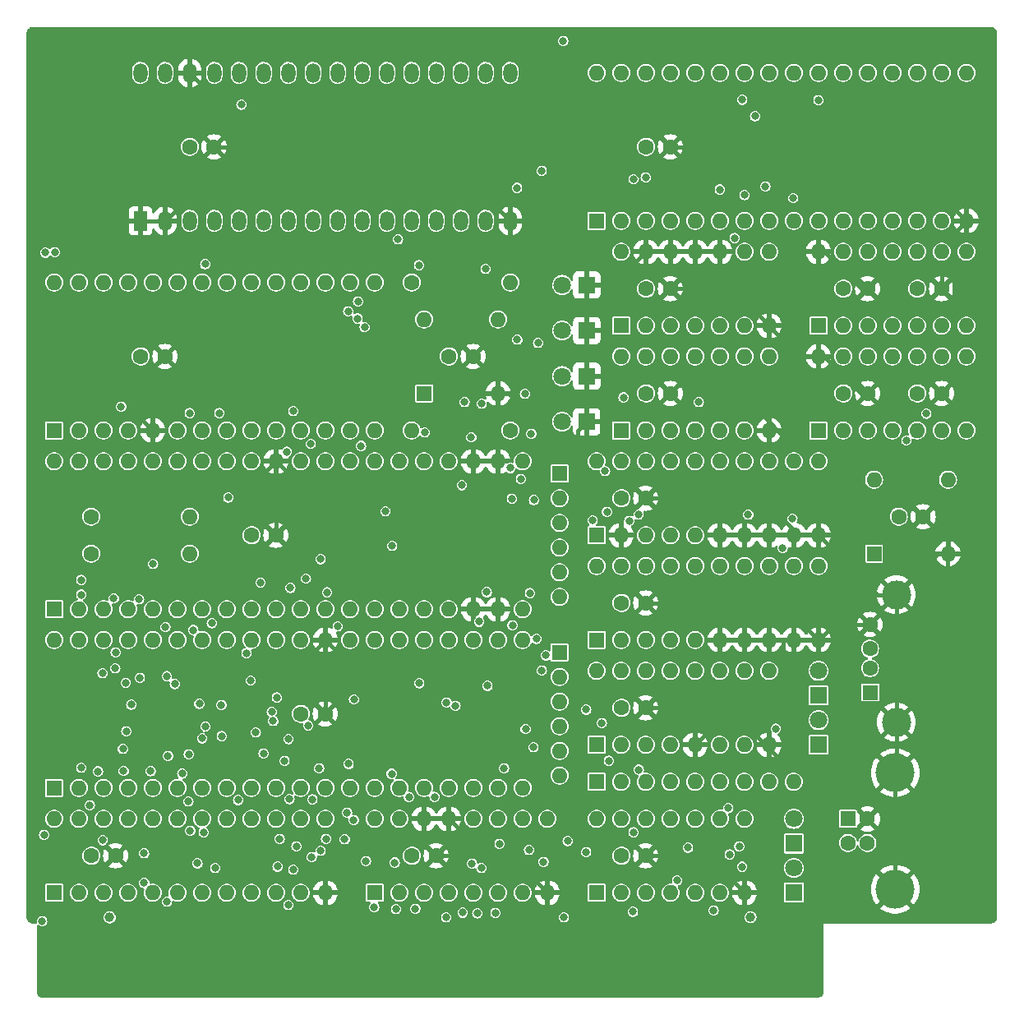
<source format=gbr>
G04 #@! TF.GenerationSoftware,KiCad,Pcbnew,7.0.7*
G04 #@! TF.CreationDate,2023-09-23T19:41:28-04:00*
G04 #@! TF.ProjectId,2 - CPU and core components (Rev 3),32202d20-4350-4552-9061-6e6420636f72,rev?*
G04 #@! TF.SameCoordinates,Original*
G04 #@! TF.FileFunction,Copper,L2,Inr*
G04 #@! TF.FilePolarity,Positive*
%FSLAX46Y46*%
G04 Gerber Fmt 4.6, Leading zero omitted, Abs format (unit mm)*
G04 Created by KiCad (PCBNEW 7.0.7) date 2023-09-23 19:41:28*
%MOMM*%
%LPD*%
G01*
G04 APERTURE LIST*
G04 #@! TA.AperFunction,ComponentPad*
%ADD10R,1.600000X1.600000*%
G04 #@! TD*
G04 #@! TA.AperFunction,ComponentPad*
%ADD11O,1.600000X1.600000*%
G04 #@! TD*
G04 #@! TA.AperFunction,ComponentPad*
%ADD12C,1.600000*%
G04 #@! TD*
G04 #@! TA.AperFunction,ComponentPad*
%ADD13R,1.800000X1.800000*%
G04 #@! TD*
G04 #@! TA.AperFunction,ComponentPad*
%ADD14C,1.800000*%
G04 #@! TD*
G04 #@! TA.AperFunction,ComponentPad*
%ADD15R,1.440000X2.000000*%
G04 #@! TD*
G04 #@! TA.AperFunction,ComponentPad*
%ADD16O,1.440000X2.000000*%
G04 #@! TD*
G04 #@! TA.AperFunction,ComponentPad*
%ADD17C,4.000000*%
G04 #@! TD*
G04 #@! TA.AperFunction,ComponentPad*
%ADD18C,3.000000*%
G04 #@! TD*
G04 #@! TA.AperFunction,ViaPad*
%ADD19C,1.000000*%
G04 #@! TD*
G04 #@! TA.AperFunction,ViaPad*
%ADD20C,0.800000*%
G04 #@! TD*
G04 #@! TA.AperFunction,Conductor*
%ADD21C,0.450000*%
G04 #@! TD*
G04 APERTURE END LIST*
D10*
X176843100Y-125032600D03*
D11*
X179383100Y-125032600D03*
X181923100Y-125032600D03*
X184463100Y-125032600D03*
X187003100Y-125032600D03*
X189543100Y-125032600D03*
X192083100Y-125032600D03*
X194623100Y-125032600D03*
X194623100Y-117412600D03*
X192083100Y-117412600D03*
X189543100Y-117412600D03*
X187003100Y-117412600D03*
X184463100Y-117412600D03*
X181923100Y-117412600D03*
X179383100Y-117412600D03*
X176843100Y-117412600D03*
D10*
X176858100Y-114227600D03*
D11*
X179398100Y-114227600D03*
X181938100Y-114227600D03*
X184478100Y-114227600D03*
X187018100Y-114227600D03*
X189558100Y-114227600D03*
X192098100Y-114227600D03*
X194638100Y-114227600D03*
X197178100Y-114227600D03*
X199718100Y-114227600D03*
X199718100Y-106607600D03*
X197178100Y-106607600D03*
X194638100Y-106607600D03*
X192098100Y-106607600D03*
X189558100Y-106607600D03*
X187018100Y-106607600D03*
X184478100Y-106607600D03*
X181938100Y-106607600D03*
X179398100Y-106607600D03*
X176858100Y-106607600D03*
D12*
X202273100Y-78042600D03*
X204773100Y-78042600D03*
D10*
X199713100Y-81852600D03*
D11*
X202253100Y-81852600D03*
X204793100Y-81852600D03*
X207333100Y-81852600D03*
X209873100Y-81852600D03*
X212413100Y-81852600D03*
X214953100Y-81852600D03*
X214953100Y-74232600D03*
X212413100Y-74232600D03*
X209873100Y-74232600D03*
X207333100Y-74232600D03*
X204793100Y-74232600D03*
X202253100Y-74232600D03*
X199713100Y-74232600D03*
D12*
X181953100Y-78042600D03*
X184453100Y-78042600D03*
D13*
X175842100Y-87059600D03*
D14*
X173302100Y-87059600D03*
D12*
X167963100Y-92647600D03*
D11*
X157803100Y-92647600D03*
D10*
X173043100Y-115507600D03*
D11*
X173043100Y-118047600D03*
X173043100Y-120587600D03*
X173043100Y-123127600D03*
X173043100Y-125667600D03*
X173043100Y-128207600D03*
D12*
X157803100Y-77407600D03*
D11*
X167963100Y-77407600D03*
D13*
X197173100Y-135212600D03*
D14*
X197173100Y-132672600D03*
D15*
X129863100Y-71057600D03*
D16*
X132403100Y-71057600D03*
X134943100Y-71057600D03*
X137483100Y-71057600D03*
X140023100Y-71057600D03*
X142563100Y-71057600D03*
X145103100Y-71057600D03*
X147643100Y-71057600D03*
X150183100Y-71057600D03*
X152723100Y-71057600D03*
X155263100Y-71057600D03*
X157803100Y-71057600D03*
X160343100Y-71057600D03*
X162883100Y-71057600D03*
X165423100Y-71057600D03*
X167963100Y-71057600D03*
X167963100Y-55817600D03*
X165423100Y-55817600D03*
X162883100Y-55817600D03*
X160343100Y-55817600D03*
X157803100Y-55817600D03*
X155263100Y-55817600D03*
X152723100Y-55817600D03*
X150183100Y-55817600D03*
X147643100Y-55817600D03*
X145103100Y-55817600D03*
X142563100Y-55817600D03*
X140023100Y-55817600D03*
X137483100Y-55817600D03*
X134943100Y-55817600D03*
X132403100Y-55817600D03*
X129863100Y-55817600D03*
D10*
X199713100Y-92647600D03*
D11*
X202253100Y-92647600D03*
X204793100Y-92647600D03*
X207333100Y-92647600D03*
X209873100Y-92647600D03*
X212413100Y-92647600D03*
X214953100Y-92647600D03*
X214953100Y-85027600D03*
X212413100Y-85027600D03*
X209873100Y-85027600D03*
X207333100Y-85027600D03*
X204793100Y-85027600D03*
X202253100Y-85027600D03*
X199713100Y-85027600D03*
D10*
X120973100Y-129477600D03*
D11*
X123513100Y-129477600D03*
X126053100Y-129477600D03*
X128593100Y-129477600D03*
X131133100Y-129477600D03*
X133673100Y-129477600D03*
X136213100Y-129477600D03*
X138753100Y-129477600D03*
X141293100Y-129477600D03*
X143833100Y-129477600D03*
X146373100Y-129477600D03*
X148913100Y-129477600D03*
X151453100Y-129477600D03*
X153993100Y-129477600D03*
X156533100Y-129477600D03*
X159073100Y-129477600D03*
X161613100Y-129477600D03*
X164153100Y-129477600D03*
X166693100Y-129477600D03*
X169233100Y-129477600D03*
X169233100Y-114237600D03*
X166693100Y-114237600D03*
X164153100Y-114237600D03*
X161613100Y-114237600D03*
X159073100Y-114237600D03*
X156533100Y-114237600D03*
X153993100Y-114237600D03*
X151453100Y-114237600D03*
X148913100Y-114237600D03*
X146373100Y-114237600D03*
X143833100Y-114237600D03*
X141293100Y-114237600D03*
X138753100Y-114237600D03*
X136213100Y-114237600D03*
X133673100Y-114237600D03*
X131133100Y-114237600D03*
X128593100Y-114237600D03*
X126053100Y-114237600D03*
X123513100Y-114237600D03*
X120973100Y-114237600D03*
D12*
X179413100Y-110427600D03*
X181913100Y-110427600D03*
X161633100Y-85027600D03*
X164133100Y-85027600D03*
X207988100Y-101537600D03*
X210488100Y-101537600D03*
D13*
X175837100Y-91758600D03*
D14*
X173297100Y-91758600D03*
D12*
X124783100Y-105347600D03*
D11*
X134943100Y-105347600D03*
D10*
X176843100Y-128842600D03*
D11*
X179383100Y-128842600D03*
X181923100Y-128842600D03*
X184463100Y-128842600D03*
X187003100Y-128842600D03*
X189543100Y-128842600D03*
X192083100Y-128842600D03*
X194623100Y-128842600D03*
X197163100Y-128842600D03*
D13*
X197173100Y-140272600D03*
D14*
X197173100Y-137732600D03*
D12*
X124803100Y-136462600D03*
X127303100Y-136462600D03*
D10*
X120973100Y-140272600D03*
D11*
X123513100Y-140272600D03*
X126053100Y-140272600D03*
X128593100Y-140272600D03*
X131133100Y-140272600D03*
X133673100Y-140272600D03*
X136213100Y-140272600D03*
X138753100Y-140272600D03*
X141293100Y-140272600D03*
X143833100Y-140272600D03*
X146373100Y-140272600D03*
X148913100Y-140272600D03*
X148913100Y-132652600D03*
X146373100Y-132652600D03*
X143833100Y-132652600D03*
X141293100Y-132652600D03*
X138753100Y-132652600D03*
X136213100Y-132652600D03*
X133673100Y-132652600D03*
X131133100Y-132652600D03*
X128593100Y-132652600D03*
X126053100Y-132652600D03*
X123513100Y-132652600D03*
X120973100Y-132652600D03*
D10*
X179388100Y-92647600D03*
D11*
X181928100Y-92647600D03*
X184468100Y-92647600D03*
X187008100Y-92647600D03*
X189548100Y-92647600D03*
X192088100Y-92647600D03*
X194628100Y-92647600D03*
X194628100Y-85027600D03*
X192088100Y-85027600D03*
X189548100Y-85027600D03*
X187008100Y-85027600D03*
X184468100Y-85027600D03*
X181928100Y-85027600D03*
X179388100Y-85027600D03*
D12*
X129883100Y-85027600D03*
X132383100Y-85027600D03*
X124783100Y-101537600D03*
D11*
X134943100Y-101537600D03*
D12*
X181953100Y-88837600D03*
X184453100Y-88837600D03*
D13*
X199713100Y-125037600D03*
D14*
X199713100Y-122497600D03*
D12*
X209893100Y-78042600D03*
X212393100Y-78042600D03*
X134943100Y-63437600D03*
X137443100Y-63437600D03*
D10*
X179393100Y-81852600D03*
D11*
X181933100Y-81852600D03*
X184473100Y-81852600D03*
X187013100Y-81852600D03*
X189553100Y-81852600D03*
X192093100Y-81852600D03*
X194633100Y-81852600D03*
X194633100Y-74232600D03*
X192093100Y-74232600D03*
X189553100Y-74232600D03*
X187013100Y-74232600D03*
X184473100Y-74232600D03*
X181933100Y-74232600D03*
X179393100Y-74232600D03*
D13*
X199713100Y-119957600D03*
D14*
X199713100Y-117417600D03*
D10*
X176853100Y-71057600D03*
D11*
X179393100Y-71057600D03*
X181933100Y-71057600D03*
X184473100Y-71057600D03*
X187013100Y-71057600D03*
X189553100Y-71057600D03*
X192093100Y-71057600D03*
X194633100Y-71057600D03*
X197173100Y-71057600D03*
X199713100Y-71057600D03*
X202253100Y-71057600D03*
X204793100Y-71057600D03*
X207333100Y-71057600D03*
X209873100Y-71057600D03*
X212413100Y-71057600D03*
X214953100Y-71057600D03*
X214953100Y-55817600D03*
X212413100Y-55817600D03*
X209873100Y-55817600D03*
X207333100Y-55817600D03*
X204793100Y-55817600D03*
X202253100Y-55817600D03*
X199713100Y-55817600D03*
X197173100Y-55817600D03*
X194633100Y-55817600D03*
X192093100Y-55817600D03*
X189553100Y-55817600D03*
X187013100Y-55817600D03*
X184473100Y-55817600D03*
X181933100Y-55817600D03*
X179393100Y-55817600D03*
X176853100Y-55817600D03*
D12*
X202273100Y-88837600D03*
X204773100Y-88837600D03*
X181953100Y-63437600D03*
X184453100Y-63437600D03*
D13*
X175842100Y-77661600D03*
D14*
X173302100Y-77661600D03*
D12*
X179413100Y-121222600D03*
X181913100Y-121222600D03*
X179413100Y-136462600D03*
X181913100Y-136462600D03*
D10*
X202755400Y-132672600D03*
D12*
X202755400Y-135172600D03*
X204755400Y-135172600D03*
X204755400Y-132672600D03*
D17*
X207615400Y-127922600D03*
X207615400Y-139922600D03*
D10*
X173043100Y-97092600D03*
D11*
X173043100Y-99632600D03*
X173043100Y-102172600D03*
X173043100Y-104712600D03*
X173043100Y-107252600D03*
X173043100Y-109792600D03*
D10*
X159083100Y-88827600D03*
D11*
X166703100Y-88827600D03*
X166703100Y-81207600D03*
X159083100Y-81207600D03*
D10*
X153993100Y-140272600D03*
D11*
X156533100Y-140272600D03*
X159073100Y-140272600D03*
X161613100Y-140272600D03*
X164153100Y-140272600D03*
X166693100Y-140272600D03*
X169233100Y-140272600D03*
X171773100Y-140272600D03*
X171773100Y-132652600D03*
X169233100Y-132652600D03*
X166693100Y-132652600D03*
X164153100Y-132652600D03*
X161613100Y-132652600D03*
X159073100Y-132652600D03*
X156533100Y-132652600D03*
X153993100Y-132652600D03*
D12*
X157823100Y-136462600D03*
X160323100Y-136462600D03*
D10*
X205026100Y-119642600D03*
D12*
X205026100Y-117142600D03*
X205026100Y-115142600D03*
X205026100Y-112642600D03*
D18*
X207736100Y-122712600D03*
X207736100Y-109572600D03*
D13*
X175842100Y-82360600D03*
D14*
X173302100Y-82360600D03*
D12*
X209893100Y-88837600D03*
X212393100Y-88837600D03*
D10*
X205438100Y-105337600D03*
D11*
X213058100Y-105337600D03*
X213058100Y-97717600D03*
X205438100Y-97717600D03*
D10*
X120973100Y-92647600D03*
D11*
X123513100Y-92647600D03*
X126053100Y-92647600D03*
X128593100Y-92647600D03*
X131133100Y-92647600D03*
X133673100Y-92647600D03*
X136213100Y-92647600D03*
X138753100Y-92647600D03*
X141293100Y-92647600D03*
X143833100Y-92647600D03*
X146373100Y-92647600D03*
X148913100Y-92647600D03*
X151453100Y-92647600D03*
X153993100Y-92647600D03*
X153993100Y-77407600D03*
X151453100Y-77407600D03*
X148913100Y-77407600D03*
X146373100Y-77407600D03*
X143833100Y-77407600D03*
X141293100Y-77407600D03*
X138753100Y-77407600D03*
X136213100Y-77407600D03*
X133673100Y-77407600D03*
X131133100Y-77407600D03*
X128593100Y-77407600D03*
X126053100Y-77407600D03*
X123513100Y-77407600D03*
X120973100Y-77407600D03*
D12*
X141313100Y-103442600D03*
X143813100Y-103442600D03*
D10*
X120973100Y-111062600D03*
D11*
X123513100Y-111062600D03*
X126053100Y-111062600D03*
X128593100Y-111062600D03*
X131133100Y-111062600D03*
X133673100Y-111062600D03*
X136213100Y-111062600D03*
X138753100Y-111062600D03*
X141293100Y-111062600D03*
X143833100Y-111062600D03*
X146373100Y-111062600D03*
X148913100Y-111062600D03*
X151453100Y-111062600D03*
X153993100Y-111062600D03*
X156533100Y-111062600D03*
X159073100Y-111062600D03*
X161613100Y-111062600D03*
X164153100Y-111062600D03*
X166693100Y-111062600D03*
X169233100Y-111062600D03*
X169233100Y-95822600D03*
X166693100Y-95822600D03*
X164153100Y-95822600D03*
X161613100Y-95822600D03*
X159073100Y-95822600D03*
X156533100Y-95822600D03*
X153993100Y-95822600D03*
X151453100Y-95822600D03*
X148913100Y-95822600D03*
X146373100Y-95822600D03*
X143833100Y-95822600D03*
X141293100Y-95822600D03*
X138753100Y-95822600D03*
X136213100Y-95822600D03*
X133673100Y-95822600D03*
X131133100Y-95822600D03*
X128593100Y-95822600D03*
X126053100Y-95822600D03*
X123513100Y-95822600D03*
X120973100Y-95822600D03*
D10*
X176853100Y-103442600D03*
D11*
X179393100Y-103442600D03*
X181933100Y-103442600D03*
X184473100Y-103442600D03*
X187013100Y-103442600D03*
X189553100Y-103442600D03*
X192093100Y-103442600D03*
X194633100Y-103442600D03*
X197173100Y-103442600D03*
X199713100Y-103442600D03*
X199713100Y-95822600D03*
X197173100Y-95822600D03*
X194633100Y-95822600D03*
X192093100Y-95822600D03*
X189553100Y-95822600D03*
X187013100Y-95822600D03*
X184473100Y-95822600D03*
X181933100Y-95822600D03*
X179393100Y-95822600D03*
X176853100Y-95822600D03*
D12*
X146393100Y-121857600D03*
X148893100Y-121857600D03*
X179413100Y-99632600D03*
X181913100Y-99632600D03*
D10*
X176853100Y-140272600D03*
D11*
X179393100Y-140272600D03*
X181933100Y-140272600D03*
X184473100Y-140272600D03*
X187013100Y-140272600D03*
X189553100Y-140272600D03*
X192093100Y-140272600D03*
X192093100Y-132652600D03*
X189553100Y-132652600D03*
X187013100Y-132652600D03*
X184473100Y-132652600D03*
X181933100Y-132652600D03*
X179393100Y-132652600D03*
X176853100Y-132652600D03*
D19*
X126688000Y-142821000D03*
X192705594Y-142798594D03*
D20*
X134747000Y-99568000D03*
X197612000Y-66802000D03*
X150183053Y-68517553D03*
X143510000Y-89789000D03*
X135636000Y-119507000D03*
X187325000Y-135636000D03*
X192405000Y-66421000D03*
X157734000Y-112903000D03*
X151707053Y-57849553D03*
X151384000Y-90805000D03*
X130302000Y-86868000D03*
X139319000Y-90805000D03*
X176022000Y-99949000D03*
X124460000Y-123190000D03*
X128524000Y-81534000D03*
X202126053Y-137478553D03*
X155829000Y-107823000D03*
X138557000Y-88519000D03*
X140716000Y-69215000D03*
X143637000Y-118110000D03*
X157734000Y-59944000D03*
X138176000Y-69215000D03*
X133223000Y-134620000D03*
X140970000Y-117221000D03*
X153993053Y-108268553D03*
X199771000Y-66675000D03*
X205359000Y-103124000D03*
X173228000Y-131445000D03*
X120846053Y-101156553D03*
X131572000Y-100838000D03*
X126238000Y-99441000D03*
X171011053Y-56325553D03*
X128212053Y-99251553D03*
D19*
X197808000Y-142821000D03*
D20*
X126238000Y-123190000D03*
X133096000Y-122428000D03*
X192405000Y-108204000D03*
X145669000Y-69215000D03*
X133604000Y-90805000D03*
X158565053Y-104712553D03*
X166116000Y-127381000D03*
X159200053Y-126556553D03*
X125926053Y-82995553D03*
D19*
X121770500Y-142660428D03*
D20*
X161105053Y-123381553D03*
X151580053Y-106236553D03*
X161671000Y-108458000D03*
X146119053Y-80201553D03*
X141605000Y-88519000D03*
X180975000Y-112395000D03*
X148844000Y-90805000D03*
X165735000Y-103505000D03*
X149040053Y-98743553D03*
X143764000Y-58039000D03*
X192151000Y-90043000D03*
X182822053Y-90996553D03*
X162941000Y-126746000D03*
X124333000Y-134366000D03*
X136398000Y-90805000D03*
X138049000Y-116459000D03*
X164534053Y-107252553D03*
X156718000Y-80772000D03*
X176530000Y-119634000D03*
X153416000Y-126619000D03*
X141351000Y-101219000D03*
X138557000Y-125857000D03*
X192024000Y-79375000D03*
X140843000Y-127889000D03*
X189611000Y-109474000D03*
X136271000Y-98044000D03*
D19*
X174948000Y-142821000D03*
D20*
X199517000Y-110109000D03*
X143256000Y-69215000D03*
X199136000Y-137287000D03*
X194691000Y-108204000D03*
X199136000Y-131572000D03*
X155009053Y-122365553D03*
X136271000Y-80899000D03*
X123571000Y-98044000D03*
X146246053Y-100775553D03*
X169291000Y-121793000D03*
X172339000Y-129794000D03*
X120846053Y-87821553D03*
X178377053Y-53531553D03*
X198501000Y-57023000D03*
X147262053Y-118555553D03*
X189299053Y-89091553D03*
X123513053Y-87821553D03*
X151302000Y-127001500D03*
X157519100Y-130415300D03*
X151835921Y-132791742D03*
X139920400Y-130726600D03*
X161392500Y-120676900D03*
X170354700Y-125286553D03*
X156063100Y-137168200D03*
X153094100Y-137022200D03*
X191844200Y-137593300D03*
X140786200Y-115604800D03*
X171207700Y-117390500D03*
X166439053Y-142362500D03*
X165550053Y-109311400D03*
X164554800Y-142399800D03*
X151862708Y-120362208D03*
X132583300Y-117968000D03*
X158585800Y-118696400D03*
X148269700Y-127462300D03*
X169052500Y-97650300D03*
X208768300Y-93690500D03*
X143984961Y-137584714D03*
X164022000Y-137282400D03*
X190569053Y-136334280D03*
X197030447Y-101737105D03*
X196028900Y-104749400D03*
X171392053Y-137091684D03*
X130920700Y-127748500D03*
X131160200Y-106398100D03*
X170128200Y-92991400D03*
X189553053Y-67827500D03*
X151262555Y-80392055D03*
X134991500Y-133878700D03*
X148418200Y-105912100D03*
X128128700Y-127722400D03*
X156406053Y-72962553D03*
X152285893Y-79368709D03*
X135301700Y-113209000D03*
X168684300Y-83296000D03*
X168656004Y-67656300D03*
X134943053Y-90869553D03*
X197110900Y-68712600D03*
X137566700Y-137735800D03*
X135739500Y-137249800D03*
X194252053Y-67501553D03*
X192093053Y-68400500D03*
X134809800Y-130874553D03*
X132703400Y-126178400D03*
X142541700Y-125933300D03*
X147574300Y-130660800D03*
X177918792Y-101029553D03*
X155103000Y-100987600D03*
X177396700Y-122787200D03*
X175777800Y-121415200D03*
X161359053Y-142812553D03*
X160169700Y-130401400D03*
X149086550Y-109331050D03*
X134845600Y-126018600D03*
X145310100Y-108875000D03*
X129725200Y-110043000D03*
X181199200Y-127602200D03*
X145113200Y-124452800D03*
X141219400Y-118410200D03*
X155739900Y-128024200D03*
X192477800Y-101327000D03*
X191074100Y-72830100D03*
X181174900Y-101327000D03*
X164749200Y-112356600D03*
X180594000Y-142240000D03*
X162973400Y-98290100D03*
X169885786Y-135860678D03*
X165423100Y-76016900D03*
X175773700Y-136100600D03*
X171196000Y-65913000D03*
X164980700Y-137731200D03*
X185147800Y-139020600D03*
X125488159Y-127769665D03*
X145608344Y-137909972D03*
X145095358Y-141534858D03*
X119933300Y-134297800D03*
X121035358Y-74281858D03*
X125975000Y-134867000D03*
X199713100Y-58633200D03*
X136523300Y-75519400D03*
X123767053Y-109568053D03*
X180663100Y-66769800D03*
X128913797Y-120903103D03*
X130247700Y-139277400D03*
X125951200Y-117659900D03*
X123767053Y-108065053D03*
X127874600Y-90202100D03*
X127275100Y-117157600D03*
X132596708Y-141206508D03*
X128403000Y-123646300D03*
X120068663Y-74344163D03*
X181933100Y-66590000D03*
X132445500Y-112907600D03*
X148977700Y-134720600D03*
X144214053Y-134720610D03*
X170391700Y-99822200D03*
X145213000Y-130630600D03*
X133395700Y-118780400D03*
X191855600Y-58583600D03*
X140258000Y-59091300D03*
X193179100Y-60280300D03*
X123767053Y-127395553D03*
X127113300Y-109950400D03*
X142227400Y-108325900D03*
X124646600Y-131255800D03*
X136561200Y-123148800D03*
X129803000Y-118129800D03*
X144943900Y-94841200D03*
X130244055Y-136208551D03*
X147400975Y-94032628D03*
X144700600Y-126688900D03*
X134154200Y-128002900D03*
X135925700Y-120812200D03*
X158565053Y-75629553D03*
X163259300Y-89716800D03*
X168184300Y-112713547D03*
X143919300Y-120164800D03*
X170658900Y-114123400D03*
X138204200Y-120931100D03*
X141748100Y-123761300D03*
X171625700Y-115830100D03*
X173424053Y-52515553D03*
X165613200Y-118960600D03*
X170817100Y-83638600D03*
X136379300Y-134035800D03*
X166853300Y-135241400D03*
X167328053Y-127445551D03*
X188914000Y-142098300D03*
X178123053Y-126683553D03*
X180663053Y-134049553D03*
X143384100Y-121646800D03*
X151140500Y-132017553D03*
X150909100Y-134762200D03*
X145932300Y-135499000D03*
X148429514Y-135954906D03*
X186265600Y-135636500D03*
X190414200Y-131563800D03*
X147516053Y-136606400D03*
X136220800Y-124375700D03*
X128051800Y-125451300D03*
X152595800Y-94245300D03*
X119740396Y-143193553D03*
X128344600Y-118656300D03*
X137214000Y-112510680D03*
X150183053Y-112840553D03*
X179628500Y-89249400D03*
X143539000Y-122574200D03*
X138246000Y-124150500D03*
X169995053Y-109411553D03*
X127307300Y-115514200D03*
X165021200Y-89889800D03*
X138913600Y-99567200D03*
X147145300Y-123051200D03*
X159144500Y-92862500D03*
X152228446Y-81118064D03*
X137991100Y-90869600D03*
X155785900Y-104546000D03*
X163947500Y-93352500D03*
X210825900Y-90922900D03*
X167969900Y-96524600D03*
X191552287Y-135505100D03*
X173877602Y-134952949D03*
X173484300Y-142803900D03*
X162319900Y-121029200D03*
X168129500Y-99692500D03*
X169537500Y-123411200D03*
X145600000Y-90652800D03*
X146917000Y-107911500D03*
X176449100Y-101907500D03*
X152953300Y-82006500D03*
X177727800Y-96835400D03*
X156195800Y-141970000D03*
X153947100Y-141751200D03*
X163055600Y-142326300D03*
X158184053Y-141923553D03*
X169467100Y-88880800D03*
X187394053Y-89726553D03*
X195318053Y-123381553D03*
X180220800Y-101966800D03*
D21*
X136333400Y-97981600D02*
X136271000Y-98044000D01*
X200348000Y-85027600D02*
X204158000Y-88837600D01*
X144869898Y-138505500D02*
X125788500Y-138505500D01*
X207615000Y-135533000D02*
X204755000Y-132673000D01*
X123513000Y-116397000D02*
X122243000Y-117667000D01*
X184453100Y-63437600D02*
X207333000Y-63437600D01*
X196030000Y-114228000D02*
X199718000Y-114228000D01*
X166693000Y-111063000D02*
X166693000Y-103443000D01*
X181913000Y-121223000D02*
X190813000Y-121223000D01*
X197808000Y-142813000D02*
X198443000Y-142178000D01*
X184453100Y-78042600D02*
X190823000Y-78042600D01*
X187003000Y-125033000D02*
X188776000Y-123260000D01*
X146754000Y-116397000D02*
X138111000Y-116397000D01*
X164153000Y-111063000D02*
X166693000Y-111063000D01*
X195456905Y-126303000D02*
X195921000Y-126303000D01*
X207736000Y-109573000D02*
X205843000Y-109573000D01*
X194669000Y-140273000D02*
X195921000Y-141524300D01*
X192917400Y-90043000D02*
X197046000Y-94171600D01*
X122243000Y-99378600D02*
X122243000Y-91885600D01*
X137443100Y-63437600D02*
X140023000Y-63437600D01*
X165673000Y-103443000D02*
X165735000Y-103505000D01*
X196030000Y-114228000D02*
X196070053Y-114268053D01*
X193862452Y-99632600D02*
X197672852Y-103443000D01*
X213683000Y-75248600D02*
X213683000Y-87547600D01*
X201303000Y-112643000D02*
X199718000Y-114228000D01*
X174948000Y-92647600D02*
X174948000Y-95949600D01*
X144869898Y-138505500D02*
X145074013Y-138709615D01*
X165797000Y-103443000D02*
X166693000Y-103443000D01*
X136271000Y-98044000D02*
X136208600Y-97981600D01*
X207736000Y-109573000D02*
X211971000Y-105338000D01*
X204773000Y-78042600D02*
X204158000Y-78042600D01*
X169226000Y-121858000D02*
X169291000Y-121793000D01*
X160323000Y-136463000D02*
X165423000Y-136463000D01*
X197808000Y-85027600D02*
X199713100Y-85027600D01*
X205843000Y-109573000D02*
X202507000Y-106237000D01*
X138111000Y-116397000D02*
X138049000Y-116459000D01*
X148913000Y-121838000D02*
X148893000Y-121858000D01*
X211971000Y-105338000D02*
X213058000Y-105338000D01*
X125788500Y-138505500D02*
X124783000Y-139511000D01*
X165735000Y-103505000D02*
X165797000Y-103443000D01*
X207615400Y-127922600D02*
X207615000Y-127923000D01*
X131133000Y-86277600D02*
X132383000Y-85027600D01*
X207736000Y-109573000D02*
X207736000Y-115254000D01*
X151453000Y-103443000D02*
X165673000Y-103443000D01*
X200348000Y-74232600D02*
X199713100Y-74232600D01*
X190823000Y-78042600D02*
X192024000Y-79243600D01*
X175842100Y-77661600D02*
X178504000Y-77661600D01*
X192151000Y-90043000D02*
X192917400Y-90043000D01*
X174948000Y-103570000D02*
X174948000Y-95949600D01*
X200729000Y-94171600D02*
X202507000Y-95949600D01*
X143813000Y-103443000D02*
X143813000Y-95842600D01*
X195921000Y-141525000D02*
X196366000Y-141969000D01*
X137987000Y-116397000D02*
X123513000Y-116397000D01*
X196070053Y-126153947D02*
X195921000Y-126303000D01*
X132403000Y-71057600D02*
X140023000Y-63437600D01*
X189558000Y-114228000D02*
X196030000Y-114228000D01*
X159073000Y-132653000D02*
X161613000Y-132653000D01*
X204158000Y-88837600D02*
X204773000Y-88837600D01*
X171265000Y-71057600D02*
X175842000Y-75634600D01*
X167826000Y-88827600D02*
X166703100Y-88827600D01*
X207615000Y-127923000D02*
X207615000Y-135533000D01*
X192155400Y-79375000D02*
X196792000Y-84011600D01*
X166703100Y-88827600D02*
X166703000Y-88827600D01*
X192024000Y-79375000D02*
X192155400Y-79375000D01*
X192850000Y-123696095D02*
X195456905Y-126303000D01*
X192093000Y-140273000D02*
X194669000Y-140273000D01*
X192151000Y-89276600D02*
X192151000Y-90043000D01*
X195921000Y-141524300D02*
X196366000Y-141969000D01*
X166703000Y-88827600D02*
X166703000Y-87597600D01*
X143833000Y-95822600D02*
X143813000Y-95842600D01*
X196792000Y-84011600D02*
X197046000Y-84265600D01*
X122243000Y-91885600D02*
X122243000Y-76772600D01*
X207333000Y-63437600D02*
X214953000Y-71057600D01*
X189553000Y-74232600D02*
X187013100Y-74232600D01*
X213683000Y-72327600D02*
X213683000Y-75248600D01*
X165423000Y-136463000D02*
X167963000Y-136463000D01*
X192850000Y-123260000D02*
X192850000Y-123696095D01*
X166703000Y-87597600D02*
X164133000Y-85027600D01*
X213058000Y-104108000D02*
X210488000Y-101538000D01*
X160343000Y-63437600D02*
X167963000Y-71057600D01*
X190813000Y-121223000D02*
X192850000Y-123260000D01*
X122243000Y-117667000D02*
X122243000Y-142187928D01*
X196070053Y-114268053D02*
X196070053Y-126153947D01*
X190823000Y-78042600D02*
X189553000Y-76772600D01*
X175842000Y-77661600D02*
X175842000Y-91753600D01*
X178504000Y-77661600D02*
X181933000Y-74232600D01*
X188283000Y-136463000D02*
X192093000Y-140273000D01*
X197046000Y-94171600D02*
X197046000Y-84265600D01*
X129863100Y-71057600D02*
X132403000Y-71057600D01*
X171773000Y-140273000D02*
X169995000Y-138495000D01*
X122243000Y-91885600D02*
X123005000Y-91123600D01*
X207736000Y-115254000D02*
X207736000Y-127802000D01*
X124783000Y-141035000D02*
X123157572Y-142660428D01*
X197218000Y-142821000D02*
X196366000Y-141969000D01*
X197046000Y-94171600D02*
X200729000Y-94171600D01*
X213058000Y-105338000D02*
X213058000Y-104108000D01*
X174821000Y-103443000D02*
X174948000Y-103570000D01*
X169780385Y-138709615D02*
X169995000Y-138495000D01*
X175842000Y-77661600D02*
X175842100Y-77661600D01*
X143813000Y-95842600D02*
X141674000Y-97981600D01*
X143706000Y-63437600D02*
X160343000Y-63437600D01*
X202507000Y-106237000D02*
X199713000Y-103443000D01*
X174948000Y-142821000D02*
X174948000Y-142051000D01*
X148913000Y-114238000D02*
X148913000Y-121838000D01*
X197672852Y-103443000D02*
X199713000Y-103443000D01*
X188776000Y-123260000D02*
X192850000Y-123260000D01*
X142563000Y-63437600D02*
X143706000Y-63437600D01*
X174948000Y-142051000D02*
X174948000Y-121858000D01*
X169291000Y-121793000D02*
X169356000Y-121858000D01*
X175842000Y-91753600D02*
X174948000Y-92647600D01*
X184473100Y-74232600D02*
X187013100Y-74232600D01*
X166693000Y-95822600D02*
X164153100Y-95822600D01*
X212393000Y-76538500D02*
X212393000Y-78042600D01*
X205026000Y-112643000D02*
X207637000Y-115254000D01*
X129345500Y-138505500D02*
X144869898Y-138505500D01*
X181933000Y-74232600D02*
X181933100Y-74232600D01*
X195921000Y-126303000D02*
X195921000Y-141524300D01*
X184453100Y-88837600D02*
X185253099Y-88037601D01*
X138049000Y-116459000D02*
X137987000Y-116397000D01*
X131133000Y-92647600D02*
X131133000Y-86277600D01*
X205026000Y-112643000D02*
X205026000Y-112283000D01*
X181913000Y-110428000D02*
X195918000Y-110428000D01*
X123571000Y-98044000D02*
X123571000Y-98050600D01*
X140023000Y-63437600D02*
X142563000Y-63437600D01*
X214953000Y-71057600D02*
X213683000Y-72327600D01*
X127303000Y-136463000D02*
X129345500Y-138505500D01*
X122243000Y-142187928D02*
X121770500Y-142660428D01*
X192024000Y-79243600D02*
X192024000Y-79375000D01*
X213683000Y-75248600D02*
X212393000Y-76538500D01*
X207637000Y-115254000D02*
X207736000Y-115254000D01*
X202507000Y-95949600D02*
X202507000Y-106237000D01*
X213683000Y-87547600D02*
X212393000Y-88837600D01*
X124783000Y-139511000D02*
X124783000Y-141035000D01*
X207615000Y-135533000D02*
X207615000Y-139923000D01*
X167963100Y-71057600D02*
X171265000Y-71057600D01*
X173170000Y-140273000D02*
X171773000Y-140273000D01*
X185253099Y-88037601D02*
X190912001Y-88037601D01*
X123571000Y-98050600D02*
X122243000Y-99378600D01*
X174948000Y-142051000D02*
X173170000Y-140273000D01*
X166693000Y-103443000D02*
X166693000Y-95822600D01*
X195921000Y-141524300D02*
X195921000Y-141525000D01*
X199713100Y-85027600D02*
X200348000Y-85027600D01*
X167963000Y-71057600D02*
X167963100Y-71057600D01*
X174948000Y-95949600D02*
X167826000Y-88827600D01*
X190912001Y-88037601D02*
X192151000Y-89276600D01*
X143833000Y-95822600D02*
X151453000Y-103443000D01*
X174948000Y-121858000D02*
X174948000Y-103570000D01*
X123005000Y-91123600D02*
X129609000Y-91123600D01*
X122243000Y-76772600D02*
X127958000Y-71057600D01*
X141674000Y-97981600D02*
X136333400Y-97981600D01*
X207736000Y-127802000D02*
X207615400Y-127922600D01*
X197808000Y-142821000D02*
X197218000Y-142821000D01*
X148913000Y-114238000D02*
X156533000Y-121858000D01*
X156533000Y-121858000D02*
X169226000Y-121858000D01*
X134943000Y-55817600D02*
X142563000Y-63437600D01*
X136208600Y-97981600D02*
X123640000Y-97981600D01*
X189553000Y-76772600D02*
X189553000Y-74232600D01*
X123640000Y-97981600D02*
X123577600Y-98044000D01*
X166693000Y-103443000D02*
X174821000Y-103443000D01*
X205026000Y-112643000D02*
X201303000Y-112643000D01*
X129609000Y-91123600D02*
X131133000Y-92647600D01*
X161613000Y-132653000D02*
X165423000Y-136463000D01*
X145074013Y-138709615D02*
X169780385Y-138709615D01*
X197046000Y-84265600D02*
X197808000Y-85027600D01*
X189553000Y-103443000D02*
X199713000Y-103443000D01*
X205360000Y-142178000D02*
X207615000Y-139923000D01*
X148913000Y-114238000D02*
X146754000Y-116397000D01*
X175842000Y-75634600D02*
X175842000Y-77661600D01*
X195918000Y-110428000D02*
X199718000Y-114228000D01*
X181933100Y-74232600D02*
X184473100Y-74232600D01*
X169356000Y-121858000D02*
X174948000Y-121858000D01*
X181913100Y-99632600D02*
X193862452Y-99632600D01*
X123157572Y-142660428D02*
X121770500Y-142660428D01*
X181913000Y-136463000D02*
X188283000Y-136463000D01*
X198443000Y-142178000D02*
X205360000Y-142178000D01*
X127958000Y-71057600D02*
X129863100Y-71057600D01*
X167963000Y-136463000D02*
X169995000Y-138495000D01*
X204158000Y-78042600D02*
X200348000Y-74232600D01*
X123577600Y-98044000D02*
X123571000Y-98044000D01*
X122243000Y-117667000D02*
X122243000Y-99378600D01*
X197808000Y-142821000D02*
X197808000Y-142813000D01*
G04 #@! TA.AperFunction,Conductor*
G36*
X161169563Y-132422285D02*
G01*
X161215318Y-132475089D01*
X161225262Y-132544247D01*
X161224997Y-132545997D01*
X161208114Y-132652596D01*
X161208114Y-132652603D01*
X161224997Y-132759203D01*
X161216042Y-132828496D01*
X161171046Y-132881948D01*
X161104294Y-132902587D01*
X161102524Y-132902600D01*
X159583676Y-132902600D01*
X159516637Y-132882915D01*
X159470882Y-132830111D01*
X159460938Y-132760953D01*
X159461203Y-132759203D01*
X159478086Y-132652603D01*
X159478086Y-132652596D01*
X159461203Y-132545997D01*
X159470158Y-132476704D01*
X159515154Y-132423252D01*
X159581906Y-132402613D01*
X159583676Y-132402600D01*
X161102524Y-132402600D01*
X161169563Y-132422285D01*
G37*
G04 #@! TD.AperFunction*
G04 #@! TA.AperFunction,Conductor*
G36*
X191654563Y-113997285D02*
G01*
X191700318Y-114050089D01*
X191710262Y-114119247D01*
X191709997Y-114120997D01*
X191693114Y-114227596D01*
X191693114Y-114227603D01*
X191709997Y-114334203D01*
X191701042Y-114403496D01*
X191656046Y-114456948D01*
X191589294Y-114477587D01*
X191587524Y-114477600D01*
X190068676Y-114477600D01*
X190001637Y-114457915D01*
X189955882Y-114405111D01*
X189945938Y-114335953D01*
X189946203Y-114334203D01*
X189963086Y-114227603D01*
X189963086Y-114227596D01*
X189946203Y-114120997D01*
X189955158Y-114051704D01*
X190000154Y-113998252D01*
X190066906Y-113977613D01*
X190068676Y-113977600D01*
X191587524Y-113977600D01*
X191654563Y-113997285D01*
G37*
G04 #@! TD.AperFunction*
G04 #@! TA.AperFunction,Conductor*
G36*
X194194563Y-113997285D02*
G01*
X194240318Y-114050089D01*
X194250262Y-114119247D01*
X194249997Y-114120997D01*
X194233114Y-114227596D01*
X194233114Y-114227603D01*
X194249997Y-114334203D01*
X194241042Y-114403496D01*
X194196046Y-114456948D01*
X194129294Y-114477587D01*
X194127524Y-114477600D01*
X192608676Y-114477600D01*
X192541637Y-114457915D01*
X192495882Y-114405111D01*
X192485938Y-114335953D01*
X192486203Y-114334203D01*
X192503086Y-114227603D01*
X192503086Y-114227596D01*
X192486203Y-114120997D01*
X192495158Y-114051704D01*
X192540154Y-113998252D01*
X192606906Y-113977613D01*
X192608676Y-113977600D01*
X194127524Y-113977600D01*
X194194563Y-113997285D01*
G37*
G04 #@! TD.AperFunction*
G04 #@! TA.AperFunction,Conductor*
G36*
X196734563Y-113997285D02*
G01*
X196780318Y-114050089D01*
X196790262Y-114119247D01*
X196789997Y-114120997D01*
X196773114Y-114227596D01*
X196773114Y-114227603D01*
X196789997Y-114334203D01*
X196781042Y-114403496D01*
X196736046Y-114456948D01*
X196669294Y-114477587D01*
X196667524Y-114477600D01*
X195148676Y-114477600D01*
X195081637Y-114457915D01*
X195035882Y-114405111D01*
X195025938Y-114335953D01*
X195026203Y-114334203D01*
X195043086Y-114227603D01*
X195043086Y-114227596D01*
X195026203Y-114120997D01*
X195035158Y-114051704D01*
X195080154Y-113998252D01*
X195146906Y-113977613D01*
X195148676Y-113977600D01*
X196667524Y-113977600D01*
X196734563Y-113997285D01*
G37*
G04 #@! TD.AperFunction*
G04 #@! TA.AperFunction,Conductor*
G36*
X199274563Y-113997285D02*
G01*
X199320318Y-114050089D01*
X199330262Y-114119247D01*
X199329997Y-114120997D01*
X199313114Y-114227596D01*
X199313114Y-114227603D01*
X199329997Y-114334203D01*
X199321042Y-114403496D01*
X199276046Y-114456948D01*
X199209294Y-114477587D01*
X199207524Y-114477600D01*
X197688676Y-114477600D01*
X197621637Y-114457915D01*
X197575882Y-114405111D01*
X197565938Y-114335953D01*
X197566203Y-114334203D01*
X197583086Y-114227603D01*
X197583086Y-114227596D01*
X197566203Y-114120997D01*
X197575158Y-114051704D01*
X197620154Y-113998252D01*
X197686906Y-113977613D01*
X197688676Y-113977600D01*
X199207524Y-113977600D01*
X199274563Y-113997285D01*
G37*
G04 #@! TD.AperFunction*
G04 #@! TA.AperFunction,Conductor*
G36*
X166249563Y-110832285D02*
G01*
X166295318Y-110885089D01*
X166305262Y-110954247D01*
X166304997Y-110955997D01*
X166288114Y-111062596D01*
X166288114Y-111062603D01*
X166304997Y-111169203D01*
X166296042Y-111238496D01*
X166251046Y-111291948D01*
X166184294Y-111312587D01*
X166182524Y-111312600D01*
X164663676Y-111312600D01*
X164596637Y-111292915D01*
X164550882Y-111240111D01*
X164540938Y-111170953D01*
X164541203Y-111169203D01*
X164558086Y-111062603D01*
X164558086Y-111062596D01*
X164541203Y-110955997D01*
X164550158Y-110886704D01*
X164595154Y-110833252D01*
X164661906Y-110812613D01*
X164663676Y-110812600D01*
X166182524Y-110812600D01*
X166249563Y-110832285D01*
G37*
G04 #@! TD.AperFunction*
G04 #@! TA.AperFunction,Conductor*
G36*
X191649563Y-103212285D02*
G01*
X191695318Y-103265089D01*
X191705262Y-103334247D01*
X191704997Y-103335997D01*
X191688114Y-103442596D01*
X191688114Y-103442603D01*
X191704997Y-103549203D01*
X191696042Y-103618496D01*
X191651046Y-103671948D01*
X191584294Y-103692587D01*
X191582524Y-103692600D01*
X190063676Y-103692600D01*
X189996637Y-103672915D01*
X189950882Y-103620111D01*
X189940938Y-103550953D01*
X189941203Y-103549203D01*
X189958086Y-103442603D01*
X189958086Y-103442596D01*
X189941203Y-103335997D01*
X189950158Y-103266704D01*
X189995154Y-103213252D01*
X190061906Y-103192613D01*
X190063676Y-103192600D01*
X191582524Y-103192600D01*
X191649563Y-103212285D01*
G37*
G04 #@! TD.AperFunction*
G04 #@! TA.AperFunction,Conductor*
G36*
X194189563Y-103212285D02*
G01*
X194235318Y-103265089D01*
X194245262Y-103334247D01*
X194244997Y-103335997D01*
X194228114Y-103442596D01*
X194228114Y-103442603D01*
X194244997Y-103549203D01*
X194236042Y-103618496D01*
X194191046Y-103671948D01*
X194124294Y-103692587D01*
X194122524Y-103692600D01*
X192603676Y-103692600D01*
X192536637Y-103672915D01*
X192490882Y-103620111D01*
X192480938Y-103550953D01*
X192481203Y-103549203D01*
X192498086Y-103442603D01*
X192498086Y-103442596D01*
X192481203Y-103335997D01*
X192490158Y-103266704D01*
X192535154Y-103213252D01*
X192601906Y-103192613D01*
X192603676Y-103192600D01*
X194122524Y-103192600D01*
X194189563Y-103212285D01*
G37*
G04 #@! TD.AperFunction*
G04 #@! TA.AperFunction,Conductor*
G36*
X196729563Y-103212285D02*
G01*
X196775318Y-103265089D01*
X196785262Y-103334247D01*
X196784997Y-103335997D01*
X196768114Y-103442596D01*
X196768114Y-103442603D01*
X196784997Y-103549203D01*
X196776042Y-103618496D01*
X196731046Y-103671948D01*
X196664294Y-103692587D01*
X196662524Y-103692600D01*
X195143676Y-103692600D01*
X195076637Y-103672915D01*
X195030882Y-103620111D01*
X195020938Y-103550953D01*
X195021203Y-103549203D01*
X195038086Y-103442603D01*
X195038086Y-103442596D01*
X195021203Y-103335997D01*
X195030158Y-103266704D01*
X195075154Y-103213252D01*
X195141906Y-103192613D01*
X195143676Y-103192600D01*
X196662524Y-103192600D01*
X196729563Y-103212285D01*
G37*
G04 #@! TD.AperFunction*
G04 #@! TA.AperFunction,Conductor*
G36*
X199269563Y-103212285D02*
G01*
X199315318Y-103265089D01*
X199325262Y-103334247D01*
X199324997Y-103335997D01*
X199308114Y-103442596D01*
X199308114Y-103442603D01*
X199324997Y-103549203D01*
X199316042Y-103618496D01*
X199271046Y-103671948D01*
X199204294Y-103692587D01*
X199202524Y-103692600D01*
X197683676Y-103692600D01*
X197616637Y-103672915D01*
X197570882Y-103620111D01*
X197560938Y-103550953D01*
X197561203Y-103549203D01*
X197578086Y-103442603D01*
X197578086Y-103442596D01*
X197561203Y-103335997D01*
X197570158Y-103266704D01*
X197615154Y-103213252D01*
X197681906Y-103192613D01*
X197683676Y-103192600D01*
X199202524Y-103192600D01*
X199269563Y-103212285D01*
G37*
G04 #@! TD.AperFunction*
G04 #@! TA.AperFunction,Conductor*
G36*
X166249563Y-95592285D02*
G01*
X166295318Y-95645089D01*
X166305262Y-95714247D01*
X166304997Y-95715997D01*
X166288114Y-95822596D01*
X166288114Y-95822603D01*
X166304997Y-95929203D01*
X166296042Y-95998496D01*
X166251046Y-96051948D01*
X166184294Y-96072587D01*
X166182524Y-96072600D01*
X164663676Y-96072600D01*
X164596637Y-96052915D01*
X164550882Y-96000111D01*
X164540938Y-95930953D01*
X164541203Y-95929203D01*
X164558086Y-95822603D01*
X164558086Y-95822596D01*
X164541203Y-95715997D01*
X164550158Y-95646704D01*
X164595154Y-95593252D01*
X164661906Y-95572613D01*
X164663676Y-95572600D01*
X166182524Y-95572600D01*
X166249563Y-95592285D01*
G37*
G04 #@! TD.AperFunction*
G04 #@! TA.AperFunction,Conductor*
G36*
X184029563Y-74002285D02*
G01*
X184075318Y-74055089D01*
X184085262Y-74124247D01*
X184084997Y-74125997D01*
X184068114Y-74232596D01*
X184068114Y-74232603D01*
X184084997Y-74339203D01*
X184076042Y-74408496D01*
X184031046Y-74461948D01*
X183964294Y-74482587D01*
X183962524Y-74482600D01*
X182443676Y-74482600D01*
X182376637Y-74462915D01*
X182330882Y-74410111D01*
X182320938Y-74340953D01*
X182321203Y-74339203D01*
X182338086Y-74232603D01*
X182338086Y-74232596D01*
X182321203Y-74125997D01*
X182330158Y-74056704D01*
X182375154Y-74003252D01*
X182441906Y-73982613D01*
X182443676Y-73982600D01*
X183962524Y-73982600D01*
X184029563Y-74002285D01*
G37*
G04 #@! TD.AperFunction*
G04 #@! TA.AperFunction,Conductor*
G36*
X186569563Y-74002285D02*
G01*
X186615318Y-74055089D01*
X186625262Y-74124247D01*
X186624997Y-74125997D01*
X186608114Y-74232596D01*
X186608114Y-74232603D01*
X186624997Y-74339203D01*
X186616042Y-74408496D01*
X186571046Y-74461948D01*
X186504294Y-74482587D01*
X186502524Y-74482600D01*
X184983676Y-74482600D01*
X184916637Y-74462915D01*
X184870882Y-74410111D01*
X184860938Y-74340953D01*
X184861203Y-74339203D01*
X184878086Y-74232603D01*
X184878086Y-74232596D01*
X184861203Y-74125997D01*
X184870158Y-74056704D01*
X184915154Y-74003252D01*
X184981906Y-73982613D01*
X184983676Y-73982600D01*
X186502524Y-73982600D01*
X186569563Y-74002285D01*
G37*
G04 #@! TD.AperFunction*
G04 #@! TA.AperFunction,Conductor*
G36*
X189109563Y-74002285D02*
G01*
X189155318Y-74055089D01*
X189165262Y-74124247D01*
X189164997Y-74125997D01*
X189148114Y-74232596D01*
X189148114Y-74232603D01*
X189164997Y-74339203D01*
X189156042Y-74408496D01*
X189111046Y-74461948D01*
X189044294Y-74482587D01*
X189042524Y-74482600D01*
X187523676Y-74482600D01*
X187456637Y-74462915D01*
X187410882Y-74410111D01*
X187400938Y-74340953D01*
X187401203Y-74339203D01*
X187418086Y-74232603D01*
X187418086Y-74232596D01*
X187401203Y-74125997D01*
X187410158Y-74056704D01*
X187455154Y-74003252D01*
X187521906Y-73982613D01*
X187523676Y-73982600D01*
X189042524Y-73982600D01*
X189109563Y-74002285D01*
G37*
G04 #@! TD.AperFunction*
G04 #@! TA.AperFunction,Conductor*
G36*
X217496504Y-51068641D02*
G01*
X217518649Y-51071135D01*
X217631984Y-51086112D01*
X217656681Y-51091998D01*
X217698952Y-51106786D01*
X217702191Y-51108022D01*
X217779079Y-51139863D01*
X217797589Y-51149425D01*
X217841669Y-51177118D01*
X217846428Y-51180428D01*
X217863040Y-51193172D01*
X217912099Y-51230811D01*
X217918198Y-51236159D01*
X217959677Y-51277632D01*
X217965025Y-51283730D01*
X218014796Y-51348582D01*
X218015423Y-51349399D01*
X218018734Y-51354158D01*
X218046423Y-51398217D01*
X218055993Y-51416737D01*
X218087852Y-51493638D01*
X218089093Y-51496887D01*
X218103852Y-51539055D01*
X218109751Y-51563822D01*
X218125235Y-51681362D01*
X218127162Y-51698452D01*
X218127553Y-51705404D01*
X218127553Y-142809068D01*
X218127163Y-142816012D01*
X218124585Y-142838903D01*
X218109829Y-142951038D01*
X218103932Y-142975810D01*
X218088477Y-143019984D01*
X218087236Y-143023234D01*
X218056235Y-143098087D01*
X218046667Y-143116610D01*
X218018160Y-143161978D01*
X218014850Y-143166737D01*
X217965493Y-143231064D01*
X217960139Y-143237169D01*
X217917669Y-143279639D01*
X217911564Y-143284993D01*
X217847237Y-143334350D01*
X217842478Y-143337660D01*
X217797110Y-143366167D01*
X217778587Y-143375735D01*
X217703734Y-143406736D01*
X217700484Y-143407977D01*
X217656310Y-143423432D01*
X217631538Y-143429329D01*
X217519403Y-143444085D01*
X217496512Y-143446663D01*
X217489568Y-143447053D01*
X200245813Y-143447053D01*
X200245607Y-143447012D01*
X200221053Y-143447012D01*
X200220954Y-143447053D01*
X200220670Y-143447169D01*
X200220668Y-143447171D01*
X200220512Y-143447552D01*
X200220529Y-143472169D01*
X200220524Y-143472169D01*
X200220553Y-143472312D01*
X200220553Y-150556069D01*
X200220163Y-150563014D01*
X200217586Y-150585891D01*
X200206871Y-150667327D01*
X200200975Y-150692100D01*
X200188828Y-150726818D01*
X200187587Y-150730068D01*
X200164630Y-150785499D01*
X200155063Y-150804019D01*
X200132803Y-150839447D01*
X200129492Y-150844207D01*
X200091964Y-150893117D01*
X200086610Y-150899222D01*
X200052722Y-150933110D01*
X200046617Y-150938464D01*
X199997707Y-150975992D01*
X199992947Y-150979303D01*
X199957519Y-151001563D01*
X199938999Y-151011130D01*
X199883568Y-151034087D01*
X199880318Y-151035328D01*
X199845600Y-151047475D01*
X199820827Y-151053371D01*
X199739391Y-151064086D01*
X199716516Y-151066663D01*
X199709570Y-151067053D01*
X119706540Y-151067053D01*
X119699587Y-151066662D01*
X119675677Y-151063966D01*
X119595731Y-151053490D01*
X119570878Y-151047579D01*
X119534253Y-151034760D01*
X119531002Y-151033519D01*
X119477609Y-151011396D01*
X119459092Y-151001827D01*
X119422360Y-150978742D01*
X119417601Y-150975431D01*
X119370054Y-150938941D01*
X119363949Y-150933586D01*
X119329044Y-150898674D01*
X119323693Y-150892571D01*
X119323023Y-150891698D01*
X119287207Y-150845013D01*
X119283918Y-150840283D01*
X119260818Y-150803512D01*
X119251264Y-150785015D01*
X119229141Y-150731591D01*
X119227913Y-150728372D01*
X119215067Y-150691649D01*
X119209174Y-150666890D01*
X119199174Y-150590889D01*
X119195941Y-150562167D01*
X119195553Y-150555239D01*
X119195553Y-143691827D01*
X119215238Y-143624788D01*
X119268042Y-143579033D01*
X119337200Y-143569089D01*
X119395036Y-143593449D01*
X119474370Y-143654324D01*
X119602691Y-143707476D01*
X119671543Y-143716540D01*
X119740395Y-143725605D01*
X119740396Y-143725605D01*
X119740397Y-143725605D01*
X119786297Y-143719562D01*
X119878101Y-143707476D01*
X120006422Y-143654324D01*
X120116614Y-143569771D01*
X120201167Y-143459579D01*
X120254319Y-143331258D01*
X120272448Y-143193553D01*
X120271818Y-143188771D01*
X120259880Y-143098087D01*
X120254319Y-143055848D01*
X120210584Y-142950261D01*
X120201168Y-142927529D01*
X120201167Y-142927528D01*
X120201167Y-142927527D01*
X120119426Y-142821000D01*
X126055891Y-142821000D01*
X126074258Y-142972274D01*
X126128295Y-143114756D01*
X126128295Y-143114757D01*
X126199392Y-143217757D01*
X126214860Y-143240166D01*
X126328921Y-143341216D01*
X126463851Y-143412032D01*
X126611808Y-143448500D01*
X126764192Y-143448500D01*
X126912149Y-143412032D01*
X127047079Y-143341216D01*
X127161140Y-143240166D01*
X127247705Y-143114756D01*
X127301741Y-142972274D01*
X127320109Y-142821000D01*
X127319084Y-142812554D01*
X160827001Y-142812554D01*
X160845129Y-142950256D01*
X160845131Y-142950261D01*
X160898280Y-143078576D01*
X160898281Y-143078578D01*
X160898282Y-143078579D01*
X160982835Y-143188771D01*
X161093027Y-143273324D01*
X161093028Y-143273324D01*
X161093029Y-143273325D01*
X161122336Y-143285464D01*
X161221348Y-143326476D01*
X161276881Y-143333787D01*
X161359052Y-143344605D01*
X161359053Y-143344605D01*
X161359054Y-143344605D01*
X161416067Y-143337099D01*
X161496758Y-143326476D01*
X161625079Y-143273324D01*
X161735271Y-143188771D01*
X161819824Y-143078579D01*
X161872976Y-142950258D01*
X161887462Y-142840223D01*
X161891105Y-142812554D01*
X161891105Y-142812551D01*
X161873606Y-142679631D01*
X161872976Y-142674848D01*
X161819824Y-142546527D01*
X161735271Y-142436335D01*
X161625079Y-142351782D01*
X161625078Y-142351781D01*
X161625076Y-142351780D01*
X161563563Y-142326301D01*
X162523548Y-142326301D01*
X162541676Y-142464003D01*
X162541678Y-142464008D01*
X162594827Y-142592323D01*
X162594828Y-142592325D01*
X162594829Y-142592326D01*
X162679382Y-142702518D01*
X162789574Y-142787071D01*
X162917895Y-142840223D01*
X162945438Y-142843849D01*
X163055599Y-142858352D01*
X163055600Y-142858352D01*
X163055601Y-142858352D01*
X163101501Y-142852309D01*
X163193305Y-142840223D01*
X163321626Y-142787071D01*
X163431818Y-142702518D01*
X163516371Y-142592326D01*
X163569523Y-142464005D01*
X163577975Y-142399801D01*
X164022748Y-142399801D01*
X164040876Y-142537503D01*
X164040878Y-142537508D01*
X164094027Y-142665823D01*
X164094028Y-142665825D01*
X164094029Y-142665826D01*
X164178582Y-142776018D01*
X164288774Y-142860571D01*
X164417095Y-142913723D01*
X164485947Y-142922787D01*
X164554799Y-142931852D01*
X164554800Y-142931852D01*
X164554801Y-142931852D01*
X164600701Y-142925808D01*
X164692505Y-142913723D01*
X164820826Y-142860571D01*
X164931018Y-142776018D01*
X165015571Y-142665826D01*
X165068723Y-142537505D01*
X165083850Y-142422600D01*
X165086852Y-142399801D01*
X165086852Y-142399798D01*
X165081942Y-142362501D01*
X165907001Y-142362501D01*
X165925129Y-142500203D01*
X165925131Y-142500208D01*
X165978280Y-142628523D01*
X165978281Y-142628525D01*
X165978282Y-142628526D01*
X166062835Y-142738718D01*
X166173027Y-142823271D01*
X166301348Y-142876423D01*
X166360049Y-142884151D01*
X166439052Y-142894552D01*
X166439053Y-142894552D01*
X166439054Y-142894552D01*
X166484954Y-142888509D01*
X166576758Y-142876423D01*
X166705079Y-142823271D01*
X166730323Y-142803901D01*
X172952248Y-142803901D01*
X172970376Y-142941603D01*
X172970378Y-142941608D01*
X173023527Y-143069923D01*
X173023528Y-143069925D01*
X173023529Y-143069926D01*
X173108082Y-143180118D01*
X173218274Y-143264671D01*
X173218275Y-143264671D01*
X173218276Y-143264672D01*
X173218527Y-143264776D01*
X173346595Y-143317823D01*
X173412307Y-143326474D01*
X173484299Y-143335952D01*
X173484300Y-143335952D01*
X173484301Y-143335952D01*
X173556293Y-143326474D01*
X173622005Y-143317823D01*
X173750326Y-143264671D01*
X173860518Y-143180118D01*
X173945071Y-143069926D01*
X173998223Y-142941605D01*
X174014583Y-142817335D01*
X174016352Y-142803901D01*
X174016352Y-142803898D01*
X174015654Y-142798594D01*
X192073485Y-142798594D01*
X192091852Y-142949868D01*
X192145889Y-143092350D01*
X192145889Y-143092351D01*
X192197235Y-143166737D01*
X192232454Y-143217760D01*
X192346515Y-143318810D01*
X192481445Y-143389626D01*
X192629402Y-143426094D01*
X192781786Y-143426094D01*
X192929743Y-143389626D01*
X193064673Y-143318810D01*
X193178734Y-143217760D01*
X193265299Y-143092350D01*
X193319335Y-142949868D01*
X193337703Y-142798594D01*
X193322056Y-142669725D01*
X193319335Y-142647319D01*
X193298479Y-142592326D01*
X193265299Y-142504838D01*
X193250862Y-142483923D01*
X193218014Y-142436335D01*
X193178734Y-142379428D01*
X193064673Y-142278378D01*
X192929743Y-142207562D01*
X192929742Y-142207561D01*
X192929741Y-142207561D01*
X192781786Y-142171094D01*
X192629402Y-142171094D01*
X192481446Y-142207561D01*
X192346516Y-142278377D01*
X192232454Y-142379427D01*
X192232452Y-142379430D01*
X192145889Y-142504836D01*
X192145889Y-142504837D01*
X192091852Y-142647319D01*
X192073485Y-142798593D01*
X192073485Y-142798594D01*
X174015654Y-142798594D01*
X173998223Y-142666196D01*
X173998221Y-142666191D01*
X173996278Y-142661501D01*
X173962788Y-142580647D01*
X173945072Y-142537876D01*
X173945071Y-142537875D01*
X173945071Y-142537874D01*
X173860518Y-142427682D01*
X173750326Y-142343129D01*
X173750325Y-142343128D01*
X173750323Y-142343127D01*
X173622008Y-142289978D01*
X173622003Y-142289976D01*
X173484301Y-142271848D01*
X173484299Y-142271848D01*
X173346596Y-142289976D01*
X173346591Y-142289978D01*
X173218276Y-142343127D01*
X173108082Y-142427682D01*
X173023527Y-142537876D01*
X172970378Y-142666191D01*
X172970376Y-142666196D01*
X172952248Y-142803898D01*
X172952248Y-142803901D01*
X166730323Y-142803901D01*
X166815271Y-142738718D01*
X166899824Y-142628526D01*
X166952976Y-142500205D01*
X166971105Y-142362500D01*
X166968961Y-142346218D01*
X166954977Y-142240001D01*
X180061948Y-142240001D01*
X180080076Y-142377703D01*
X180080078Y-142377708D01*
X180133227Y-142506023D01*
X180133228Y-142506025D01*
X180133229Y-142506026D01*
X180217782Y-142616218D01*
X180327974Y-142700771D01*
X180327975Y-142700771D01*
X180327976Y-142700772D01*
X180370747Y-142718488D01*
X180456295Y-142753923D01*
X180525147Y-142762987D01*
X180593999Y-142772052D01*
X180594000Y-142772052D01*
X180594001Y-142772052D01*
X180639901Y-142766008D01*
X180731705Y-142753923D01*
X180860026Y-142700771D01*
X180970218Y-142616218D01*
X181054771Y-142506026D01*
X181107923Y-142377705D01*
X181120720Y-142280501D01*
X181126052Y-142240001D01*
X181126052Y-142239998D01*
X181113966Y-142148196D01*
X181107923Y-142102295D01*
X181106269Y-142098301D01*
X188381948Y-142098301D01*
X188400076Y-142236003D01*
X188400078Y-142236008D01*
X188453227Y-142364323D01*
X188453228Y-142364325D01*
X188453229Y-142364326D01*
X188537782Y-142474518D01*
X188647974Y-142559071D01*
X188776295Y-142612223D01*
X188845147Y-142621287D01*
X188913999Y-142630352D01*
X188914000Y-142630352D01*
X188914001Y-142630352D01*
X188959901Y-142624308D01*
X189051705Y-142612223D01*
X189180026Y-142559071D01*
X189290218Y-142474518D01*
X189374771Y-142364326D01*
X189427923Y-142236005D01*
X189442219Y-142127417D01*
X189446052Y-142098301D01*
X189446052Y-142098298D01*
X189427923Y-141960596D01*
X189427921Y-141960591D01*
X189374772Y-141832276D01*
X189374771Y-141832275D01*
X189374771Y-141832274D01*
X189290218Y-141722082D01*
X189180026Y-141637529D01*
X189180025Y-141637528D01*
X189180023Y-141637527D01*
X189051708Y-141584378D01*
X189051703Y-141584376D01*
X188914001Y-141566248D01*
X188913999Y-141566248D01*
X188776296Y-141584376D01*
X188776291Y-141584378D01*
X188647976Y-141637527D01*
X188537782Y-141722082D01*
X188453227Y-141832276D01*
X188400078Y-141960591D01*
X188400076Y-141960596D01*
X188381948Y-142098298D01*
X188381948Y-142098301D01*
X181106269Y-142098301D01*
X181054771Y-141973974D01*
X180970218Y-141863782D01*
X180860026Y-141779229D01*
X180860025Y-141779228D01*
X180860023Y-141779227D01*
X180731708Y-141726078D01*
X180731703Y-141726076D01*
X180594001Y-141707948D01*
X180593999Y-141707948D01*
X180456296Y-141726076D01*
X180456291Y-141726078D01*
X180327976Y-141779227D01*
X180217782Y-141863782D01*
X180133227Y-141973976D01*
X180080078Y-142102291D01*
X180080076Y-142102296D01*
X180061948Y-142239998D01*
X180061948Y-142240001D01*
X166954977Y-142240001D01*
X166954977Y-142239998D01*
X166952976Y-142224795D01*
X166902235Y-142102295D01*
X166899825Y-142096476D01*
X166899824Y-142096475D01*
X166899824Y-142096474D01*
X166815271Y-141986282D01*
X166705079Y-141901729D01*
X166705078Y-141901728D01*
X166705076Y-141901727D01*
X166576761Y-141848578D01*
X166576756Y-141848576D01*
X166439054Y-141830448D01*
X166439052Y-141830448D01*
X166301349Y-141848576D01*
X166301344Y-141848578D01*
X166173029Y-141901727D01*
X166062835Y-141986282D01*
X165978280Y-142096476D01*
X165925131Y-142224791D01*
X165925129Y-142224796D01*
X165907001Y-142362498D01*
X165907001Y-142362501D01*
X165081942Y-142362501D01*
X165070867Y-142278378D01*
X165068723Y-142262095D01*
X165015571Y-142133774D01*
X164931018Y-142023582D01*
X164820826Y-141939029D01*
X164820825Y-141939028D01*
X164820823Y-141939027D01*
X164692508Y-141885878D01*
X164692503Y-141885876D01*
X164554801Y-141867748D01*
X164554799Y-141867748D01*
X164417096Y-141885876D01*
X164417091Y-141885878D01*
X164288776Y-141939027D01*
X164178582Y-142023582D01*
X164094027Y-142133776D01*
X164040878Y-142262091D01*
X164040876Y-142262096D01*
X164022748Y-142399798D01*
X164022748Y-142399801D01*
X163577975Y-142399801D01*
X163582886Y-142362500D01*
X163587652Y-142326301D01*
X163587652Y-142326298D01*
X163570169Y-142193500D01*
X163569523Y-142188595D01*
X163516371Y-142060274D01*
X163431818Y-141950082D01*
X163321626Y-141865529D01*
X163321625Y-141865528D01*
X163321623Y-141865527D01*
X163193308Y-141812378D01*
X163193303Y-141812376D01*
X163055601Y-141794248D01*
X163055599Y-141794248D01*
X162917896Y-141812376D01*
X162917891Y-141812378D01*
X162789576Y-141865527D01*
X162679382Y-141950082D01*
X162594827Y-142060276D01*
X162541678Y-142188591D01*
X162541676Y-142188596D01*
X162523548Y-142326298D01*
X162523548Y-142326301D01*
X161563563Y-142326301D01*
X161496761Y-142298631D01*
X161496756Y-142298629D01*
X161359054Y-142280501D01*
X161359052Y-142280501D01*
X161221349Y-142298629D01*
X161221344Y-142298631D01*
X161093029Y-142351780D01*
X160982835Y-142436335D01*
X160898280Y-142546529D01*
X160845131Y-142674844D01*
X160845129Y-142674849D01*
X160827001Y-142812551D01*
X160827001Y-142812554D01*
X127319084Y-142812554D01*
X127301741Y-142669725D01*
X127272386Y-142592323D01*
X127247705Y-142527244D01*
X127232238Y-142504837D01*
X127185741Y-142437474D01*
X127161140Y-142401834D01*
X127047079Y-142300784D01*
X126912149Y-142229968D01*
X126912148Y-142229967D01*
X126912147Y-142229967D01*
X126764192Y-142193500D01*
X126611808Y-142193500D01*
X126463852Y-142229967D01*
X126328922Y-142300783D01*
X126214860Y-142401833D01*
X126214858Y-142401836D01*
X126128295Y-142527242D01*
X126128295Y-142527243D01*
X126074258Y-142669725D01*
X126055891Y-142820999D01*
X126055891Y-142821000D01*
X120119426Y-142821000D01*
X120116614Y-142817335D01*
X120006422Y-142732782D01*
X120006421Y-142732781D01*
X120006419Y-142732780D01*
X119878104Y-142679631D01*
X119878099Y-142679629D01*
X119740397Y-142661501D01*
X119740395Y-142661501D01*
X119602692Y-142679629D01*
X119602687Y-142679631D01*
X119474372Y-142732780D01*
X119364178Y-142817335D01*
X119279623Y-142927529D01*
X119226474Y-143055844D01*
X119226472Y-143055849D01*
X119208344Y-143193551D01*
X119208344Y-143193554D01*
X119223262Y-143306868D01*
X119212496Y-143375903D01*
X119166116Y-143428159D01*
X119100323Y-143447053D01*
X118766743Y-143447053D01*
X118759790Y-143446662D01*
X118736086Y-143443989D01*
X118625210Y-143429446D01*
X118600375Y-143423538D01*
X118554278Y-143407406D01*
X118551027Y-143406164D01*
X118478221Y-143376000D01*
X118459703Y-143366432D01*
X118413027Y-143337099D01*
X118408267Y-143333787D01*
X118345300Y-143285464D01*
X118339197Y-143280111D01*
X118332411Y-143273324D01*
X118295717Y-143236624D01*
X118290376Y-143230533D01*
X118242047Y-143167540D01*
X118238759Y-143162812D01*
X118209420Y-143116111D01*
X118199854Y-143097591D01*
X118169703Y-143024783D01*
X118168463Y-143021533D01*
X118152311Y-142975365D01*
X118146418Y-142950607D01*
X118132371Y-142843849D01*
X118129143Y-142815176D01*
X118128753Y-142808233D01*
X118128753Y-141206509D01*
X132064656Y-141206509D01*
X132082784Y-141344211D01*
X132082786Y-141344216D01*
X132135935Y-141472531D01*
X132135936Y-141472533D01*
X132135937Y-141472534D01*
X132220490Y-141582726D01*
X132330682Y-141667279D01*
X132330683Y-141667279D01*
X132330684Y-141667280D01*
X132343446Y-141672566D01*
X132459003Y-141720431D01*
X132501882Y-141726076D01*
X132596707Y-141738560D01*
X132596708Y-141738560D01*
X132596709Y-141738560D01*
X132642609Y-141732517D01*
X132734413Y-141720431D01*
X132862734Y-141667279D01*
X132972926Y-141582726D01*
X133009656Y-141534859D01*
X144563306Y-141534859D01*
X144581434Y-141672561D01*
X144581436Y-141672566D01*
X144634585Y-141800881D01*
X144634586Y-141800883D01*
X144634587Y-141800884D01*
X144719140Y-141911076D01*
X144829332Y-141995629D01*
X144957653Y-142048781D01*
X145026505Y-142057845D01*
X145095357Y-142066910D01*
X145095358Y-142066910D01*
X145095359Y-142066910D01*
X145145764Y-142060274D01*
X145233063Y-142048781D01*
X145361384Y-141995629D01*
X145471576Y-141911076D01*
X145556129Y-141800884D01*
X145609281Y-141672563D01*
X145621367Y-141580759D01*
X145627410Y-141534859D01*
X145627410Y-141534856D01*
X145609281Y-141397154D01*
X145609279Y-141397149D01*
X145608375Y-141394967D01*
X145556129Y-141268832D01*
X145471576Y-141158640D01*
X145361384Y-141074087D01*
X145361383Y-141074086D01*
X145361381Y-141074085D01*
X145233066Y-141020936D01*
X145233061Y-141020934D01*
X145095359Y-141002806D01*
X145095357Y-141002806D01*
X144957654Y-141020934D01*
X144957649Y-141020936D01*
X144829334Y-141074085D01*
X144719140Y-141158640D01*
X144634585Y-141268834D01*
X144581436Y-141397149D01*
X144581434Y-141397154D01*
X144563306Y-141534856D01*
X144563306Y-141534859D01*
X133009656Y-141534859D01*
X133057479Y-141472534D01*
X133110631Y-141344213D01*
X133127106Y-141219067D01*
X133155372Y-141155172D01*
X133213697Y-141116701D01*
X133283561Y-141115869D01*
X133300481Y-141121975D01*
X133384902Y-141159562D01*
X133384908Y-141159564D01*
X133575616Y-141200100D01*
X133575617Y-141200100D01*
X133770582Y-141200100D01*
X133770584Y-141200100D01*
X133961292Y-141159564D01*
X133961294Y-141159562D01*
X133961297Y-141159562D01*
X134044878Y-141122349D01*
X134139405Y-141080263D01*
X134297137Y-140965664D01*
X134427597Y-140820774D01*
X134525081Y-140651926D01*
X134585329Y-140466500D01*
X134605709Y-140272600D01*
X135280491Y-140272600D01*
X135300871Y-140466501D01*
X135361119Y-140651928D01*
X135361120Y-140651929D01*
X135458601Y-140820772D01*
X135552523Y-140925082D01*
X135589063Y-140965664D01*
X135746795Y-141080263D01*
X135924902Y-141159562D01*
X135924908Y-141159564D01*
X136115616Y-141200100D01*
X136115617Y-141200100D01*
X136310582Y-141200100D01*
X136310584Y-141200100D01*
X136501292Y-141159564D01*
X136501294Y-141159562D01*
X136501297Y-141159562D01*
X136584878Y-141122349D01*
X136679405Y-141080263D01*
X136837137Y-140965664D01*
X136967597Y-140820774D01*
X137065081Y-140651926D01*
X137125329Y-140466500D01*
X137145709Y-140272600D01*
X137820491Y-140272600D01*
X137840871Y-140466501D01*
X137901119Y-140651928D01*
X137901120Y-140651929D01*
X137998601Y-140820772D01*
X138092523Y-140925082D01*
X138129063Y-140965664D01*
X138286794Y-141080263D01*
X138286795Y-141080263D01*
X138464902Y-141159562D01*
X138464908Y-141159564D01*
X138655616Y-141200100D01*
X138655617Y-141200100D01*
X138850582Y-141200100D01*
X138850584Y-141200100D01*
X139041292Y-141159564D01*
X139041294Y-141159562D01*
X139041297Y-141159562D01*
X139124878Y-141122349D01*
X139219405Y-141080263D01*
X139377137Y-140965664D01*
X139507597Y-140820774D01*
X139605081Y-140651926D01*
X139665329Y-140466500D01*
X139685709Y-140272600D01*
X140360491Y-140272600D01*
X140380871Y-140466501D01*
X140441119Y-140651928D01*
X140441120Y-140651929D01*
X140538601Y-140820772D01*
X140632523Y-140925082D01*
X140669063Y-140965664D01*
X140826795Y-141080263D01*
X141004902Y-141159562D01*
X141004908Y-141159564D01*
X141195616Y-141200100D01*
X141195617Y-141200100D01*
X141390582Y-141200100D01*
X141390584Y-141200100D01*
X141581292Y-141159564D01*
X141581294Y-141159562D01*
X141581297Y-141159562D01*
X141664878Y-141122349D01*
X141759405Y-141080263D01*
X141917137Y-140965664D01*
X142047597Y-140820774D01*
X142145081Y-140651926D01*
X142205329Y-140466500D01*
X142225709Y-140272600D01*
X142900491Y-140272600D01*
X142920871Y-140466501D01*
X142981119Y-140651928D01*
X142981120Y-140651929D01*
X143078601Y-140820772D01*
X143172523Y-140925082D01*
X143209063Y-140965664D01*
X143366794Y-141080262D01*
X143366795Y-141080263D01*
X143544902Y-141159562D01*
X143544908Y-141159564D01*
X143735616Y-141200100D01*
X143735617Y-141200100D01*
X143930582Y-141200100D01*
X143930584Y-141200100D01*
X144121292Y-141159564D01*
X144121294Y-141159562D01*
X144121297Y-141159562D01*
X144204878Y-141122349D01*
X144299405Y-141080263D01*
X144457137Y-140965664D01*
X144587597Y-140820774D01*
X144685081Y-140651926D01*
X144745329Y-140466500D01*
X144765709Y-140272600D01*
X145440491Y-140272600D01*
X145460871Y-140466501D01*
X145521119Y-140651928D01*
X145521120Y-140651929D01*
X145618601Y-140820772D01*
X145712523Y-140925082D01*
X145749063Y-140965664D01*
X145906795Y-141080263D01*
X146084902Y-141159562D01*
X146084908Y-141159564D01*
X146275616Y-141200100D01*
X146275617Y-141200100D01*
X146470582Y-141200100D01*
X146470584Y-141200100D01*
X146661292Y-141159564D01*
X146661294Y-141159562D01*
X146661297Y-141159562D01*
X146744878Y-141122349D01*
X146839405Y-141080263D01*
X146997137Y-140965664D01*
X147127597Y-140820774D01*
X147225081Y-140651926D01*
X147285329Y-140466500D01*
X147305709Y-140272600D01*
X147285329Y-140078700D01*
X147267101Y-140022599D01*
X147634227Y-140022599D01*
X147634228Y-140022600D01*
X148402524Y-140022600D01*
X148469563Y-140042285D01*
X148515318Y-140095089D01*
X148525262Y-140164247D01*
X148524997Y-140165997D01*
X148508114Y-140272596D01*
X148508114Y-140272603D01*
X148524997Y-140379203D01*
X148516042Y-140448496D01*
X148471046Y-140501948D01*
X148404294Y-140522587D01*
X148402524Y-140522600D01*
X147634228Y-140522600D01*
X147686830Y-140718917D01*
X147686834Y-140718926D01*
X147782965Y-140925082D01*
X147913442Y-141111420D01*
X148074279Y-141272257D01*
X148260617Y-141402734D01*
X148466773Y-141498865D01*
X148466782Y-141498869D01*
X148663099Y-141551472D01*
X148663100Y-141551471D01*
X148663100Y-140783175D01*
X148682785Y-140716136D01*
X148735589Y-140670381D01*
X148804747Y-140660437D01*
X148806431Y-140660691D01*
X148838799Y-140665818D01*
X148881615Y-140672600D01*
X148881619Y-140672600D01*
X148944585Y-140672600D01*
X148987400Y-140665818D01*
X149019702Y-140660702D01*
X149088994Y-140669656D01*
X149142447Y-140714652D01*
X149163087Y-140781403D01*
X149163100Y-140783175D01*
X149163100Y-141551472D01*
X149359417Y-141498869D01*
X149359426Y-141498865D01*
X149565582Y-141402734D01*
X149751920Y-141272257D01*
X149912757Y-141111420D01*
X149931146Y-141085158D01*
X153065600Y-141085158D01*
X153072998Y-141122349D01*
X153101177Y-141164522D01*
X153143350Y-141192701D01*
X153143352Y-141192702D01*
X153171305Y-141198262D01*
X153180541Y-141200100D01*
X153453627Y-141200100D01*
X153520666Y-141219785D01*
X153566421Y-141272589D01*
X153576365Y-141341747D01*
X153552004Y-141399584D01*
X153522567Y-141437948D01*
X153486327Y-141485176D01*
X153433178Y-141613491D01*
X153433176Y-141613496D01*
X153415048Y-141751198D01*
X153415048Y-141751201D01*
X153433176Y-141888903D01*
X153433178Y-141888908D01*
X153486327Y-142017223D01*
X153486328Y-142017225D01*
X153486329Y-142017226D01*
X153570882Y-142127418D01*
X153681074Y-142211971D01*
X153809395Y-142265123D01*
X153860477Y-142271848D01*
X153947099Y-142283252D01*
X153947100Y-142283252D01*
X153947101Y-142283252D01*
X153993001Y-142277209D01*
X154084805Y-142265123D01*
X154213126Y-142211971D01*
X154323318Y-142127418D01*
X154407871Y-142017226D01*
X154427432Y-141970001D01*
X155663748Y-141970001D01*
X155681876Y-142107703D01*
X155681878Y-142107708D01*
X155735027Y-142236023D01*
X155735028Y-142236025D01*
X155735029Y-142236026D01*
X155819582Y-142346218D01*
X155929774Y-142430771D01*
X155929775Y-142430771D01*
X155929776Y-142430772D01*
X155945961Y-142437476D01*
X156058095Y-142483923D01*
X156126947Y-142492987D01*
X156195799Y-142502052D01*
X156195800Y-142502052D01*
X156195801Y-142502052D01*
X156241701Y-142496008D01*
X156333505Y-142483923D01*
X156461826Y-142430771D01*
X156572018Y-142346218D01*
X156656571Y-142236026D01*
X156709723Y-142107705D01*
X156724478Y-141995629D01*
X156727852Y-141970001D01*
X156727852Y-141969998D01*
X156721738Y-141923554D01*
X157652001Y-141923554D01*
X157670129Y-142061256D01*
X157670131Y-142061261D01*
X157723280Y-142189576D01*
X157723281Y-142189578D01*
X157723282Y-142189579D01*
X157807835Y-142299771D01*
X157918027Y-142384324D01*
X158046348Y-142437476D01*
X158115200Y-142446540D01*
X158184052Y-142455605D01*
X158184053Y-142455605D01*
X158184054Y-142455605D01*
X158229954Y-142449562D01*
X158321758Y-142437476D01*
X158450079Y-142384324D01*
X158560271Y-142299771D01*
X158644824Y-142189579D01*
X158697976Y-142061258D01*
X158716105Y-141923553D01*
X158714462Y-141911076D01*
X158701468Y-141812376D01*
X158697976Y-141785848D01*
X158648864Y-141667280D01*
X158644825Y-141657529D01*
X158644824Y-141657528D01*
X158644824Y-141657527D01*
X158560271Y-141547335D01*
X158450079Y-141462782D01*
X158450078Y-141462781D01*
X158450076Y-141462780D01*
X158321761Y-141409631D01*
X158321756Y-141409629D01*
X158184054Y-141391501D01*
X158184052Y-141391501D01*
X158046349Y-141409629D01*
X158046344Y-141409631D01*
X157918029Y-141462780D01*
X157807835Y-141547335D01*
X157723280Y-141657529D01*
X157670131Y-141785844D01*
X157670129Y-141785849D01*
X157652001Y-141923551D01*
X157652001Y-141923554D01*
X156721738Y-141923554D01*
X156711867Y-141848578D01*
X156709723Y-141832295D01*
X156656571Y-141703974D01*
X156572018Y-141593782D01*
X156461826Y-141509229D01*
X156461825Y-141509228D01*
X156461823Y-141509227D01*
X156333508Y-141456078D01*
X156333503Y-141456076D01*
X156195801Y-141437948D01*
X156195799Y-141437948D01*
X156058096Y-141456076D01*
X156058091Y-141456078D01*
X155929776Y-141509227D01*
X155819582Y-141593782D01*
X155735027Y-141703976D01*
X155681878Y-141832291D01*
X155681876Y-141832296D01*
X155663748Y-141969998D01*
X155663748Y-141970001D01*
X154427432Y-141970001D01*
X154461023Y-141888905D01*
X154479152Y-141751200D01*
X154475844Y-141726076D01*
X154461023Y-141613496D01*
X154461021Y-141613491D01*
X154452857Y-141593782D01*
X154407871Y-141485174D01*
X154342195Y-141399584D01*
X154317003Y-141334417D01*
X154331041Y-141265973D01*
X154379855Y-141215983D01*
X154440573Y-141200100D01*
X154805659Y-141200100D01*
X154813056Y-141198628D01*
X154842848Y-141192702D01*
X154885022Y-141164522D01*
X154913202Y-141122348D01*
X154920600Y-141085158D01*
X154920600Y-140272600D01*
X155600491Y-140272600D01*
X155620871Y-140466501D01*
X155681119Y-140651928D01*
X155681120Y-140651929D01*
X155778601Y-140820772D01*
X155872523Y-140925082D01*
X155909063Y-140965664D01*
X156066795Y-141080262D01*
X156066795Y-141080263D01*
X156244902Y-141159562D01*
X156244908Y-141159564D01*
X156435616Y-141200100D01*
X156435617Y-141200100D01*
X156630582Y-141200100D01*
X156630584Y-141200100D01*
X156821292Y-141159564D01*
X156821294Y-141159562D01*
X156821297Y-141159562D01*
X156904878Y-141122349D01*
X156999405Y-141080263D01*
X157157137Y-140965664D01*
X157287597Y-140820774D01*
X157385081Y-140651926D01*
X157445329Y-140466500D01*
X157465709Y-140272600D01*
X158140491Y-140272600D01*
X158160871Y-140466501D01*
X158221119Y-140651928D01*
X158221120Y-140651929D01*
X158318601Y-140820772D01*
X158412523Y-140925082D01*
X158449063Y-140965664D01*
X158606794Y-141080263D01*
X158606795Y-141080263D01*
X158784902Y-141159562D01*
X158784908Y-141159564D01*
X158975616Y-141200100D01*
X158975617Y-141200100D01*
X159170582Y-141200100D01*
X159170584Y-141200100D01*
X159361292Y-141159564D01*
X159361294Y-141159562D01*
X159361297Y-141159562D01*
X159444878Y-141122349D01*
X159539405Y-141080263D01*
X159697137Y-140965664D01*
X159827597Y-140820774D01*
X159925081Y-140651926D01*
X159985329Y-140466500D01*
X160005709Y-140272600D01*
X160680491Y-140272600D01*
X160700871Y-140466501D01*
X160761119Y-140651928D01*
X160761120Y-140651929D01*
X160858601Y-140820772D01*
X160952523Y-140925082D01*
X160989063Y-140965664D01*
X161146795Y-141080262D01*
X161146795Y-141080263D01*
X161324902Y-141159562D01*
X161324908Y-141159564D01*
X161515616Y-141200100D01*
X161515617Y-141200100D01*
X161710582Y-141200100D01*
X161710584Y-141200100D01*
X161901292Y-141159564D01*
X161901294Y-141159562D01*
X161901297Y-141159562D01*
X161984878Y-141122349D01*
X162079405Y-141080263D01*
X162237137Y-140965664D01*
X162367597Y-140820774D01*
X162465081Y-140651926D01*
X162525329Y-140466500D01*
X162545709Y-140272600D01*
X163220491Y-140272600D01*
X163240871Y-140466501D01*
X163301119Y-140651928D01*
X163301120Y-140651929D01*
X163398601Y-140820772D01*
X163492523Y-140925082D01*
X163529063Y-140965664D01*
X163686795Y-141080263D01*
X163864902Y-141159562D01*
X163864908Y-141159564D01*
X164055616Y-141200100D01*
X164055617Y-141200100D01*
X164250582Y-141200100D01*
X164250584Y-141200100D01*
X164441292Y-141159564D01*
X164441294Y-141159562D01*
X164441297Y-141159562D01*
X164524878Y-141122349D01*
X164619405Y-141080263D01*
X164777137Y-140965664D01*
X164907597Y-140820774D01*
X165005081Y-140651926D01*
X165065329Y-140466500D01*
X165085709Y-140272600D01*
X165760491Y-140272600D01*
X165780871Y-140466501D01*
X165841119Y-140651928D01*
X165841120Y-140651929D01*
X165938601Y-140820772D01*
X166032523Y-140925082D01*
X166069063Y-140965664D01*
X166226795Y-141080262D01*
X166226795Y-141080263D01*
X166404902Y-141159562D01*
X166404908Y-141159564D01*
X166595616Y-141200100D01*
X166595617Y-141200100D01*
X166790582Y-141200100D01*
X166790584Y-141200100D01*
X166981292Y-141159564D01*
X166981294Y-141159562D01*
X166981297Y-141159562D01*
X167064878Y-141122349D01*
X167159405Y-141080263D01*
X167317137Y-140965664D01*
X167447597Y-140820774D01*
X167545081Y-140651926D01*
X167605329Y-140466500D01*
X167625709Y-140272600D01*
X168300491Y-140272600D01*
X168320871Y-140466501D01*
X168381119Y-140651928D01*
X168381120Y-140651929D01*
X168478601Y-140820772D01*
X168572523Y-140925082D01*
X168609063Y-140965664D01*
X168766795Y-141080263D01*
X168944902Y-141159562D01*
X168944908Y-141159564D01*
X169135616Y-141200100D01*
X169135617Y-141200100D01*
X169330582Y-141200100D01*
X169330584Y-141200100D01*
X169521292Y-141159564D01*
X169521294Y-141159562D01*
X169521297Y-141159562D01*
X169604878Y-141122349D01*
X169699405Y-141080263D01*
X169857137Y-140965664D01*
X169987597Y-140820774D01*
X170085081Y-140651926D01*
X170145329Y-140466500D01*
X170165709Y-140272600D01*
X170145329Y-140078700D01*
X170127101Y-140022599D01*
X170494227Y-140022599D01*
X170494228Y-140022600D01*
X171262524Y-140022600D01*
X171329563Y-140042285D01*
X171375318Y-140095089D01*
X171385262Y-140164247D01*
X171384997Y-140165997D01*
X171368114Y-140272596D01*
X171368114Y-140272603D01*
X171384997Y-140379203D01*
X171376042Y-140448496D01*
X171331046Y-140501948D01*
X171264294Y-140522587D01*
X171262524Y-140522600D01*
X170494228Y-140522600D01*
X170546830Y-140718917D01*
X170546834Y-140718926D01*
X170642965Y-140925082D01*
X170773442Y-141111420D01*
X170934279Y-141272257D01*
X171120617Y-141402734D01*
X171326773Y-141498865D01*
X171326782Y-141498869D01*
X171523099Y-141551472D01*
X171523100Y-141551471D01*
X171523100Y-140783175D01*
X171542785Y-140716136D01*
X171595589Y-140670381D01*
X171664747Y-140660437D01*
X171666431Y-140660691D01*
X171698799Y-140665818D01*
X171741615Y-140672600D01*
X171741619Y-140672600D01*
X171804585Y-140672600D01*
X171847400Y-140665818D01*
X171879702Y-140660702D01*
X171948994Y-140669656D01*
X172002447Y-140714652D01*
X172023087Y-140781403D01*
X172023100Y-140783175D01*
X172023100Y-141551472D01*
X172219417Y-141498869D01*
X172219426Y-141498865D01*
X172425582Y-141402734D01*
X172611920Y-141272257D01*
X172772757Y-141111420D01*
X172791146Y-141085158D01*
X175925600Y-141085158D01*
X175932998Y-141122349D01*
X175961177Y-141164522D01*
X176003350Y-141192701D01*
X176003352Y-141192702D01*
X176031305Y-141198262D01*
X176040541Y-141200100D01*
X176040542Y-141200100D01*
X177665659Y-141200100D01*
X177673056Y-141198628D01*
X177702848Y-141192702D01*
X177745022Y-141164522D01*
X177773202Y-141122348D01*
X177780600Y-141085158D01*
X177780600Y-140272600D01*
X178460491Y-140272600D01*
X178480871Y-140466501D01*
X178541119Y-140651928D01*
X178541120Y-140651929D01*
X178638601Y-140820772D01*
X178732523Y-140925082D01*
X178769063Y-140965664D01*
X178926795Y-141080262D01*
X178926795Y-141080263D01*
X179104902Y-141159562D01*
X179104908Y-141159564D01*
X179295616Y-141200100D01*
X179295617Y-141200100D01*
X179490582Y-141200100D01*
X179490584Y-141200100D01*
X179681292Y-141159564D01*
X179681294Y-141159562D01*
X179681297Y-141159562D01*
X179764878Y-141122349D01*
X179859405Y-141080263D01*
X180017137Y-140965664D01*
X180147597Y-140820774D01*
X180245081Y-140651926D01*
X180305329Y-140466500D01*
X180325709Y-140272600D01*
X181000491Y-140272600D01*
X181020871Y-140466501D01*
X181081119Y-140651928D01*
X181081120Y-140651929D01*
X181178601Y-140820772D01*
X181272523Y-140925082D01*
X181309063Y-140965664D01*
X181466795Y-141080262D01*
X181466795Y-141080263D01*
X181644902Y-141159562D01*
X181644908Y-141159564D01*
X181835616Y-141200100D01*
X181835617Y-141200100D01*
X182030582Y-141200100D01*
X182030584Y-141200100D01*
X182221292Y-141159564D01*
X182221294Y-141159562D01*
X182221297Y-141159562D01*
X182304878Y-141122349D01*
X182399405Y-141080263D01*
X182557137Y-140965664D01*
X182687597Y-140820774D01*
X182785081Y-140651926D01*
X182845329Y-140466500D01*
X182865709Y-140272600D01*
X183540491Y-140272600D01*
X183560871Y-140466501D01*
X183621119Y-140651928D01*
X183621120Y-140651929D01*
X183718601Y-140820772D01*
X183812523Y-140925082D01*
X183849063Y-140965664D01*
X184006795Y-141080262D01*
X184006795Y-141080263D01*
X184184902Y-141159562D01*
X184184908Y-141159564D01*
X184375616Y-141200100D01*
X184375617Y-141200100D01*
X184570582Y-141200100D01*
X184570584Y-141200100D01*
X184761292Y-141159564D01*
X184761294Y-141159562D01*
X184761297Y-141159562D01*
X184844878Y-141122349D01*
X184939405Y-141080263D01*
X185097137Y-140965664D01*
X185227597Y-140820774D01*
X185325081Y-140651926D01*
X185385329Y-140466500D01*
X185405709Y-140272600D01*
X186080491Y-140272600D01*
X186100871Y-140466501D01*
X186161119Y-140651928D01*
X186161120Y-140651929D01*
X186258601Y-140820772D01*
X186352523Y-140925082D01*
X186389063Y-140965664D01*
X186546795Y-141080262D01*
X186546795Y-141080263D01*
X186724902Y-141159562D01*
X186724908Y-141159564D01*
X186915616Y-141200100D01*
X186915617Y-141200100D01*
X187110582Y-141200100D01*
X187110584Y-141200100D01*
X187301292Y-141159564D01*
X187301294Y-141159562D01*
X187301297Y-141159562D01*
X187384878Y-141122349D01*
X187479405Y-141080263D01*
X187637137Y-140965664D01*
X187767597Y-140820774D01*
X187865081Y-140651926D01*
X187925329Y-140466500D01*
X187945709Y-140272600D01*
X188620491Y-140272600D01*
X188640871Y-140466501D01*
X188701119Y-140651928D01*
X188701120Y-140651929D01*
X188798601Y-140820772D01*
X188892523Y-140925082D01*
X188929063Y-140965664D01*
X189086795Y-141080263D01*
X189264902Y-141159562D01*
X189264908Y-141159564D01*
X189455616Y-141200100D01*
X189455617Y-141200100D01*
X189650582Y-141200100D01*
X189650584Y-141200100D01*
X189841292Y-141159564D01*
X189841294Y-141159562D01*
X189841297Y-141159562D01*
X189924878Y-141122349D01*
X190019405Y-141080263D01*
X190177137Y-140965664D01*
X190307597Y-140820774D01*
X190405081Y-140651926D01*
X190465329Y-140466500D01*
X190485709Y-140272600D01*
X190465329Y-140078700D01*
X190447101Y-140022599D01*
X190814227Y-140022599D01*
X190814228Y-140022600D01*
X191582524Y-140022600D01*
X191649563Y-140042285D01*
X191695318Y-140095089D01*
X191705262Y-140164247D01*
X191704997Y-140165997D01*
X191688114Y-140272596D01*
X191688114Y-140272603D01*
X191704997Y-140379203D01*
X191696042Y-140448496D01*
X191651046Y-140501948D01*
X191584294Y-140522587D01*
X191582524Y-140522600D01*
X190814228Y-140522600D01*
X190866830Y-140718917D01*
X190866834Y-140718926D01*
X190962965Y-140925082D01*
X191093442Y-141111420D01*
X191254279Y-141272257D01*
X191440617Y-141402734D01*
X191646773Y-141498865D01*
X191646782Y-141498869D01*
X191843099Y-141551472D01*
X191843100Y-141551471D01*
X191843100Y-140783175D01*
X191862785Y-140716136D01*
X191915589Y-140670381D01*
X191984747Y-140660437D01*
X191986431Y-140660691D01*
X192018799Y-140665818D01*
X192061615Y-140672600D01*
X192061619Y-140672600D01*
X192124585Y-140672600D01*
X192167400Y-140665818D01*
X192199702Y-140660702D01*
X192268994Y-140669656D01*
X192322447Y-140714652D01*
X192343087Y-140781403D01*
X192343100Y-140783175D01*
X192343100Y-141551472D01*
X192539417Y-141498869D01*
X192539426Y-141498865D01*
X192745582Y-141402734D01*
X192931920Y-141272257D01*
X193019019Y-141185158D01*
X196145600Y-141185158D01*
X196152998Y-141222349D01*
X196181177Y-141264522D01*
X196223350Y-141292701D01*
X196223352Y-141292702D01*
X196251305Y-141298262D01*
X196260541Y-141300100D01*
X196260542Y-141300100D01*
X198085659Y-141300100D01*
X198093056Y-141298628D01*
X198122848Y-141292702D01*
X198165022Y-141264522D01*
X198193202Y-141222348D01*
X198200600Y-141185158D01*
X198200600Y-139922605D01*
X205110457Y-139922605D01*
X205130207Y-140236542D01*
X205130208Y-140236549D01*
X205189155Y-140545558D01*
X205286363Y-140844732D01*
X205286365Y-140844737D01*
X205420300Y-141129361D01*
X205420303Y-141129367D01*
X205588857Y-141394967D01*
X205588860Y-141394971D01*
X205679686Y-141504760D01*
X206540925Y-140643520D01*
X206602248Y-140610035D01*
X206671939Y-140615019D01*
X206720241Y-140647661D01*
X206785201Y-140718917D01*
X206837331Y-140776101D01*
X206882073Y-140809889D01*
X206923709Y-140865999D01*
X206928400Y-140935711D01*
X206895027Y-140996524D01*
X206030371Y-141861179D01*
X206030372Y-141861181D01*
X206273172Y-142037585D01*
X206273190Y-142037596D01*
X206548847Y-142189140D01*
X206548855Y-142189144D01*
X206841326Y-142304940D01*
X207146020Y-142383173D01*
X207146029Y-142383175D01*
X207458101Y-142422599D01*
X207458115Y-142422600D01*
X207772685Y-142422600D01*
X207772698Y-142422599D01*
X208084770Y-142383175D01*
X208084779Y-142383173D01*
X208389473Y-142304940D01*
X208681944Y-142189144D01*
X208681952Y-142189140D01*
X208957609Y-142037596D01*
X208957619Y-142037590D01*
X209200426Y-141861179D01*
X209200427Y-141861179D01*
X208335771Y-140996524D01*
X208302286Y-140935201D01*
X208307270Y-140865510D01*
X208348725Y-140809889D01*
X208393469Y-140776101D01*
X208510559Y-140647659D01*
X208570266Y-140611382D01*
X208640113Y-140613142D01*
X208689873Y-140643520D01*
X209551112Y-141504760D01*
X209641944Y-141394964D01*
X209810496Y-141129367D01*
X209810499Y-141129361D01*
X209944434Y-140844737D01*
X209944436Y-140844732D01*
X210041644Y-140545558D01*
X210100591Y-140236549D01*
X210100592Y-140236542D01*
X210120343Y-139922605D01*
X210120343Y-139922594D01*
X210100592Y-139608657D01*
X210100591Y-139608650D01*
X210041644Y-139299641D01*
X209944436Y-139000467D01*
X209944434Y-139000462D01*
X209810499Y-138715838D01*
X209810496Y-138715832D01*
X209641942Y-138450232D01*
X209641939Y-138450228D01*
X209551112Y-138340438D01*
X208689873Y-139201678D01*
X208628550Y-139235163D01*
X208558858Y-139230179D01*
X208510555Y-139197535D01*
X208393470Y-139069099D01*
X208348724Y-139035308D01*
X208307089Y-138979199D01*
X208302398Y-138909487D01*
X208335771Y-138848674D01*
X209200427Y-137984019D01*
X209200426Y-137984017D01*
X208957627Y-137807614D01*
X208957609Y-137807603D01*
X208681952Y-137656059D01*
X208681944Y-137656055D01*
X208389473Y-137540259D01*
X208084779Y-137462026D01*
X208084770Y-137462024D01*
X207772698Y-137422600D01*
X207458101Y-137422600D01*
X207146029Y-137462024D01*
X207146020Y-137462026D01*
X206841326Y-137540259D01*
X206548855Y-137656055D01*
X206548847Y-137656059D01*
X206273187Y-137807604D01*
X206273182Y-137807607D01*
X206030372Y-137984018D01*
X206030371Y-137984019D01*
X206895028Y-138848675D01*
X206928513Y-138909998D01*
X206923529Y-138979689D01*
X206882075Y-139035309D01*
X206837332Y-139069097D01*
X206720244Y-139197536D01*
X206660532Y-139233817D01*
X206590685Y-139232056D01*
X206540926Y-139201678D01*
X205679686Y-138340438D01*
X205679685Y-138340438D01*
X205588859Y-138450229D01*
X205588857Y-138450232D01*
X205420303Y-138715832D01*
X205420300Y-138715838D01*
X205286365Y-139000462D01*
X205286363Y-139000467D01*
X205189155Y-139299641D01*
X205130208Y-139608650D01*
X205130207Y-139608657D01*
X205110457Y-139922594D01*
X205110457Y-139922605D01*
X198200600Y-139922605D01*
X198200600Y-139360042D01*
X198193202Y-139322852D01*
X198177693Y-139299641D01*
X198165022Y-139280677D01*
X198122849Y-139252498D01*
X198085659Y-139245100D01*
X198085658Y-139245100D01*
X196260542Y-139245100D01*
X196260541Y-139245100D01*
X196223350Y-139252498D01*
X196181177Y-139280677D01*
X196152998Y-139322850D01*
X196145600Y-139360041D01*
X196145600Y-141185158D01*
X193019019Y-141185158D01*
X193092757Y-141111420D01*
X193223234Y-140925082D01*
X193319365Y-140718926D01*
X193319369Y-140718917D01*
X193371972Y-140522600D01*
X192603676Y-140522600D01*
X192536637Y-140502915D01*
X192490882Y-140450111D01*
X192480938Y-140380953D01*
X192481203Y-140379203D01*
X192498086Y-140272603D01*
X192498086Y-140272596D01*
X192481203Y-140165997D01*
X192490158Y-140096704D01*
X192535154Y-140043252D01*
X192601906Y-140022613D01*
X192603676Y-140022600D01*
X193371972Y-140022600D01*
X193371972Y-140022599D01*
X193319369Y-139826282D01*
X193319365Y-139826273D01*
X193223234Y-139620117D01*
X193092757Y-139433779D01*
X192931920Y-139272942D01*
X192745582Y-139142465D01*
X192539428Y-139046334D01*
X192343100Y-138993727D01*
X192343100Y-139762024D01*
X192323415Y-139829063D01*
X192270611Y-139874818D01*
X192201453Y-139884762D01*
X192199702Y-139884497D01*
X192124586Y-139872600D01*
X192124581Y-139872600D01*
X192061619Y-139872600D01*
X192061614Y-139872600D01*
X191986498Y-139884497D01*
X191917204Y-139875542D01*
X191863752Y-139830546D01*
X191843113Y-139763794D01*
X191843100Y-139762024D01*
X191843099Y-138993727D01*
X191646771Y-139046334D01*
X191440617Y-139142465D01*
X191254279Y-139272942D01*
X191093442Y-139433779D01*
X190962965Y-139620117D01*
X190866834Y-139826273D01*
X190866830Y-139826282D01*
X190814227Y-140022599D01*
X190447101Y-140022599D01*
X190405081Y-139893274D01*
X190405080Y-139893273D01*
X190405080Y-139893271D01*
X190405079Y-139893270D01*
X190307598Y-139724427D01*
X190177138Y-139579537D01*
X190177135Y-139579535D01*
X190042026Y-139481372D01*
X190019404Y-139464936D01*
X189841297Y-139385637D01*
X189841291Y-139385635D01*
X189685389Y-139352498D01*
X189650584Y-139345100D01*
X189455616Y-139345100D01*
X189422186Y-139352205D01*
X189264908Y-139385635D01*
X189264903Y-139385637D01*
X189086796Y-139464936D01*
X189086791Y-139464939D01*
X188929069Y-139579530D01*
X188929063Y-139579535D01*
X188798601Y-139724427D01*
X188701120Y-139893270D01*
X188701119Y-139893271D01*
X188640871Y-140078698D01*
X188620491Y-140272600D01*
X187945709Y-140272600D01*
X187925329Y-140078700D01*
X187865081Y-139893274D01*
X187865080Y-139893273D01*
X187865080Y-139893271D01*
X187865079Y-139893270D01*
X187767598Y-139724427D01*
X187637138Y-139579537D01*
X187637135Y-139579535D01*
X187502026Y-139481372D01*
X187479404Y-139464936D01*
X187301297Y-139385637D01*
X187301291Y-139385635D01*
X187145389Y-139352498D01*
X187110584Y-139345100D01*
X186915616Y-139345100D01*
X186882186Y-139352205D01*
X186724908Y-139385635D01*
X186724903Y-139385637D01*
X186546796Y-139464936D01*
X186546791Y-139464939D01*
X186389069Y-139579530D01*
X186389063Y-139579535D01*
X186258601Y-139724427D01*
X186161120Y-139893270D01*
X186161119Y-139893271D01*
X186100871Y-140078698D01*
X186080491Y-140272600D01*
X185405709Y-140272600D01*
X185385329Y-140078700D01*
X185325081Y-139893274D01*
X185325080Y-139893273D01*
X185325080Y-139893271D01*
X185325079Y-139893270D01*
X185280488Y-139816037D01*
X185227597Y-139724426D01*
X185227593Y-139724421D01*
X185227393Y-139724145D01*
X185227324Y-139723954D01*
X185224348Y-139718798D01*
X185225290Y-139718253D01*
X185203911Y-139658339D01*
X185219735Y-139590285D01*
X185269839Y-139541589D01*
X185280257Y-139536696D01*
X185285502Y-139534523D01*
X185285505Y-139534523D01*
X185413826Y-139481371D01*
X185524018Y-139396818D01*
X185608571Y-139286626D01*
X185661723Y-139158305D01*
X185679852Y-139020600D01*
X185678637Y-139011374D01*
X185665224Y-138909487D01*
X185661723Y-138882895D01*
X185616038Y-138772600D01*
X185608572Y-138754576D01*
X185608571Y-138754575D01*
X185608571Y-138754574D01*
X185524018Y-138644382D01*
X185413826Y-138559829D01*
X185413825Y-138559828D01*
X185413823Y-138559827D01*
X185285508Y-138506678D01*
X185285503Y-138506676D01*
X185147801Y-138488548D01*
X185147799Y-138488548D01*
X185010096Y-138506676D01*
X185010091Y-138506678D01*
X184881776Y-138559827D01*
X184771582Y-138644382D01*
X184687027Y-138754576D01*
X184633878Y-138882891D01*
X184633876Y-138882896D01*
X184615748Y-139020598D01*
X184615748Y-139020601D01*
X184633876Y-139158303D01*
X184633878Y-139158308D01*
X184640232Y-139173648D01*
X184647701Y-139243117D01*
X184616425Y-139305596D01*
X184556336Y-139341248D01*
X184525671Y-139345100D01*
X184375616Y-139345100D01*
X184342186Y-139352205D01*
X184184908Y-139385635D01*
X184184903Y-139385637D01*
X184006796Y-139464936D01*
X184006791Y-139464939D01*
X183849069Y-139579530D01*
X183849063Y-139579535D01*
X183718601Y-139724427D01*
X183621120Y-139893270D01*
X183621119Y-139893271D01*
X183560871Y-140078698D01*
X183540491Y-140272600D01*
X182865709Y-140272600D01*
X182845329Y-140078700D01*
X182785081Y-139893274D01*
X182785080Y-139893273D01*
X182785080Y-139893271D01*
X182785079Y-139893270D01*
X182687598Y-139724427D01*
X182557138Y-139579537D01*
X182557135Y-139579535D01*
X182422026Y-139481372D01*
X182399404Y-139464936D01*
X182221297Y-139385637D01*
X182221291Y-139385635D01*
X182065389Y-139352498D01*
X182030584Y-139345100D01*
X181835616Y-139345100D01*
X181802186Y-139352205D01*
X181644908Y-139385635D01*
X181644903Y-139385637D01*
X181466796Y-139464936D01*
X181466791Y-139464939D01*
X181309069Y-139579530D01*
X181309063Y-139579535D01*
X181178601Y-139724427D01*
X181081120Y-139893270D01*
X181081119Y-139893271D01*
X181020871Y-140078698D01*
X181000491Y-140272600D01*
X180325709Y-140272600D01*
X180305329Y-140078700D01*
X180245081Y-139893274D01*
X180245080Y-139893273D01*
X180245080Y-139893271D01*
X180245079Y-139893270D01*
X180147598Y-139724427D01*
X180017138Y-139579537D01*
X180017135Y-139579535D01*
X179882026Y-139481372D01*
X179859404Y-139464936D01*
X179681297Y-139385637D01*
X179681291Y-139385635D01*
X179525389Y-139352498D01*
X179490584Y-139345100D01*
X179295616Y-139345100D01*
X179262186Y-139352205D01*
X179104908Y-139385635D01*
X179104903Y-139385637D01*
X178926796Y-139464936D01*
X178926791Y-139464939D01*
X178769069Y-139579530D01*
X178769063Y-139579535D01*
X178638601Y-139724427D01*
X178541120Y-139893270D01*
X178541119Y-139893271D01*
X178480871Y-140078698D01*
X178460491Y-140272600D01*
X177780600Y-140272600D01*
X177780600Y-139460042D01*
X177773202Y-139422852D01*
X177768026Y-139415105D01*
X177745022Y-139380677D01*
X177702849Y-139352498D01*
X177665659Y-139345100D01*
X177665658Y-139345100D01*
X176040542Y-139345100D01*
X176040541Y-139345100D01*
X176003350Y-139352498D01*
X175961177Y-139380677D01*
X175932998Y-139422850D01*
X175925600Y-139460041D01*
X175925600Y-141085158D01*
X172791146Y-141085158D01*
X172903234Y-140925082D01*
X172999365Y-140718926D01*
X172999369Y-140718917D01*
X173051972Y-140522600D01*
X172283676Y-140522600D01*
X172216637Y-140502915D01*
X172170882Y-140450111D01*
X172160938Y-140380953D01*
X172161203Y-140379203D01*
X172178086Y-140272603D01*
X172178086Y-140272596D01*
X172161203Y-140165997D01*
X172170158Y-140096704D01*
X172215154Y-140043252D01*
X172281906Y-140022613D01*
X172283676Y-140022600D01*
X173051972Y-140022600D01*
X173051972Y-140022599D01*
X172999369Y-139826282D01*
X172999365Y-139826273D01*
X172903234Y-139620117D01*
X172772757Y-139433779D01*
X172611920Y-139272942D01*
X172425582Y-139142465D01*
X172219428Y-139046334D01*
X172023100Y-138993727D01*
X172023100Y-139762024D01*
X172003415Y-139829063D01*
X171950611Y-139874818D01*
X171881453Y-139884762D01*
X171879702Y-139884497D01*
X171804586Y-139872600D01*
X171804581Y-139872600D01*
X171741619Y-139872600D01*
X171741614Y-139872600D01*
X171666498Y-139884497D01*
X171597204Y-139875542D01*
X171543752Y-139830546D01*
X171523113Y-139763794D01*
X171523100Y-139762024D01*
X171523100Y-138993727D01*
X171326771Y-139046334D01*
X171120617Y-139142465D01*
X170934279Y-139272942D01*
X170773442Y-139433779D01*
X170642965Y-139620117D01*
X170546834Y-139826273D01*
X170546830Y-139826282D01*
X170494227Y-140022599D01*
X170127101Y-140022599D01*
X170085081Y-139893274D01*
X170085080Y-139893273D01*
X170085080Y-139893271D01*
X170085079Y-139893270D01*
X169987598Y-139724427D01*
X169857138Y-139579537D01*
X169857135Y-139579535D01*
X169722026Y-139481372D01*
X169699404Y-139464936D01*
X169521297Y-139385637D01*
X169521291Y-139385635D01*
X169365389Y-139352498D01*
X169330584Y-139345100D01*
X169135616Y-139345100D01*
X169102186Y-139352205D01*
X168944908Y-139385635D01*
X168944903Y-139385637D01*
X168766796Y-139464936D01*
X168766791Y-139464939D01*
X168609069Y-139579530D01*
X168609063Y-139579535D01*
X168478601Y-139724427D01*
X168381120Y-139893270D01*
X168381119Y-139893271D01*
X168320871Y-140078698D01*
X168300491Y-140272600D01*
X167625709Y-140272600D01*
X167605329Y-140078700D01*
X167545081Y-139893274D01*
X167545080Y-139893273D01*
X167545080Y-139893271D01*
X167545079Y-139893270D01*
X167447598Y-139724427D01*
X167317138Y-139579537D01*
X167317135Y-139579535D01*
X167182026Y-139481372D01*
X167159404Y-139464936D01*
X166981297Y-139385637D01*
X166981291Y-139385635D01*
X166825389Y-139352498D01*
X166790584Y-139345100D01*
X166595616Y-139345100D01*
X166562186Y-139352205D01*
X166404908Y-139385635D01*
X166404903Y-139385637D01*
X166226796Y-139464936D01*
X166226791Y-139464939D01*
X166069069Y-139579530D01*
X166069063Y-139579535D01*
X165938601Y-139724427D01*
X165841120Y-139893270D01*
X165841119Y-139893271D01*
X165780871Y-140078698D01*
X165760491Y-140272600D01*
X165085709Y-140272600D01*
X165065329Y-140078700D01*
X165005081Y-139893274D01*
X165005080Y-139893273D01*
X165005080Y-139893271D01*
X165005079Y-139893270D01*
X164907598Y-139724427D01*
X164777138Y-139579537D01*
X164777135Y-139579535D01*
X164642026Y-139481372D01*
X164619404Y-139464936D01*
X164441297Y-139385637D01*
X164441291Y-139385635D01*
X164285389Y-139352498D01*
X164250584Y-139345100D01*
X164055616Y-139345100D01*
X164022186Y-139352205D01*
X163864908Y-139385635D01*
X163864903Y-139385637D01*
X163686796Y-139464936D01*
X163686791Y-139464939D01*
X163529069Y-139579530D01*
X163529063Y-139579535D01*
X163398601Y-139724427D01*
X163301120Y-139893270D01*
X163301119Y-139893271D01*
X163240871Y-140078698D01*
X163220491Y-140272600D01*
X162545709Y-140272600D01*
X162525329Y-140078700D01*
X162465081Y-139893274D01*
X162465080Y-139893273D01*
X162465080Y-139893271D01*
X162465079Y-139893270D01*
X162367598Y-139724427D01*
X162237138Y-139579537D01*
X162237135Y-139579535D01*
X162102026Y-139481372D01*
X162079404Y-139464936D01*
X161901297Y-139385637D01*
X161901291Y-139385635D01*
X161745389Y-139352498D01*
X161710584Y-139345100D01*
X161515616Y-139345100D01*
X161482186Y-139352205D01*
X161324908Y-139385635D01*
X161324903Y-139385637D01*
X161146796Y-139464936D01*
X161146791Y-139464939D01*
X160989069Y-139579530D01*
X160989063Y-139579535D01*
X160858601Y-139724427D01*
X160761120Y-139893270D01*
X160761119Y-139893271D01*
X160700871Y-140078698D01*
X160680491Y-140272600D01*
X160005709Y-140272600D01*
X159985329Y-140078700D01*
X159925081Y-139893274D01*
X159925080Y-139893273D01*
X159925080Y-139893271D01*
X159925079Y-139893270D01*
X159827598Y-139724427D01*
X159697138Y-139579537D01*
X159697135Y-139579535D01*
X159562026Y-139481372D01*
X159539404Y-139464936D01*
X159361297Y-139385637D01*
X159361291Y-139385635D01*
X159205389Y-139352498D01*
X159170584Y-139345100D01*
X158975616Y-139345100D01*
X158942186Y-139352205D01*
X158784908Y-139385635D01*
X158784903Y-139385637D01*
X158606796Y-139464936D01*
X158606791Y-139464939D01*
X158449069Y-139579530D01*
X158449063Y-139579535D01*
X158318601Y-139724427D01*
X158221120Y-139893270D01*
X158221119Y-139893271D01*
X158160871Y-140078698D01*
X158140491Y-140272600D01*
X157465709Y-140272600D01*
X157445329Y-140078700D01*
X157385081Y-139893274D01*
X157385080Y-139893273D01*
X157385080Y-139893271D01*
X157385079Y-139893270D01*
X157287598Y-139724427D01*
X157157138Y-139579537D01*
X157157135Y-139579535D01*
X157022026Y-139481372D01*
X156999404Y-139464936D01*
X156821297Y-139385637D01*
X156821291Y-139385635D01*
X156665389Y-139352498D01*
X156630584Y-139345100D01*
X156435616Y-139345100D01*
X156402186Y-139352205D01*
X156244908Y-139385635D01*
X156244903Y-139385637D01*
X156066796Y-139464936D01*
X156066791Y-139464939D01*
X155909069Y-139579530D01*
X155909063Y-139579535D01*
X155778601Y-139724427D01*
X155681120Y-139893270D01*
X155681119Y-139893271D01*
X155620871Y-140078698D01*
X155600491Y-140272600D01*
X154920600Y-140272600D01*
X154920600Y-139460042D01*
X154913202Y-139422852D01*
X154908026Y-139415105D01*
X154885022Y-139380677D01*
X154842849Y-139352498D01*
X154805659Y-139345100D01*
X154805658Y-139345100D01*
X153180542Y-139345100D01*
X153180541Y-139345100D01*
X153143350Y-139352498D01*
X153101177Y-139380677D01*
X153072998Y-139422850D01*
X153065600Y-139460041D01*
X153065600Y-141085158D01*
X149931146Y-141085158D01*
X150043234Y-140925082D01*
X150139365Y-140718926D01*
X150139369Y-140718917D01*
X150191972Y-140522600D01*
X149423676Y-140522600D01*
X149356637Y-140502915D01*
X149310882Y-140450111D01*
X149300938Y-140380953D01*
X149301203Y-140379203D01*
X149318086Y-140272603D01*
X149318086Y-140272596D01*
X149301203Y-140165997D01*
X149310158Y-140096704D01*
X149355154Y-140043252D01*
X149421906Y-140022613D01*
X149423676Y-140022600D01*
X150191972Y-140022600D01*
X150191972Y-140022599D01*
X150139369Y-139826282D01*
X150139365Y-139826273D01*
X150043234Y-139620117D01*
X149912757Y-139433779D01*
X149751920Y-139272942D01*
X149565582Y-139142465D01*
X149359428Y-139046334D01*
X149163100Y-138993727D01*
X149163100Y-139762024D01*
X149143415Y-139829063D01*
X149090611Y-139874818D01*
X149021453Y-139884762D01*
X149019702Y-139884497D01*
X148944586Y-139872600D01*
X148944581Y-139872600D01*
X148881619Y-139872600D01*
X148881614Y-139872600D01*
X148806498Y-139884497D01*
X148737204Y-139875542D01*
X148683752Y-139830546D01*
X148663113Y-139763794D01*
X148663100Y-139762024D01*
X148663100Y-138993727D01*
X148466771Y-139046334D01*
X148260617Y-139142465D01*
X148074279Y-139272942D01*
X147913442Y-139433779D01*
X147782965Y-139620117D01*
X147686834Y-139826273D01*
X147686830Y-139826282D01*
X147634227Y-140022599D01*
X147267101Y-140022599D01*
X147225081Y-139893274D01*
X147225080Y-139893273D01*
X147225080Y-139893271D01*
X147225079Y-139893270D01*
X147127598Y-139724427D01*
X146997138Y-139579537D01*
X146997135Y-139579535D01*
X146862026Y-139481372D01*
X146839404Y-139464936D01*
X146661297Y-139385637D01*
X146661291Y-139385635D01*
X146505389Y-139352498D01*
X146470584Y-139345100D01*
X146275616Y-139345100D01*
X146242186Y-139352205D01*
X146084908Y-139385635D01*
X146084903Y-139385637D01*
X145906796Y-139464936D01*
X145906791Y-139464939D01*
X145749069Y-139579530D01*
X145749063Y-139579535D01*
X145618601Y-139724427D01*
X145521120Y-139893270D01*
X145521119Y-139893271D01*
X145460871Y-140078698D01*
X145440491Y-140272600D01*
X144765709Y-140272600D01*
X144745329Y-140078700D01*
X144685081Y-139893274D01*
X144685080Y-139893273D01*
X144685080Y-139893271D01*
X144685079Y-139893270D01*
X144587598Y-139724427D01*
X144457138Y-139579537D01*
X144457135Y-139579535D01*
X144322026Y-139481372D01*
X144299404Y-139464936D01*
X144121297Y-139385637D01*
X144121291Y-139385635D01*
X143965389Y-139352498D01*
X143930584Y-139345100D01*
X143735616Y-139345100D01*
X143702186Y-139352205D01*
X143544908Y-139385635D01*
X143544903Y-139385637D01*
X143366796Y-139464936D01*
X143366791Y-139464939D01*
X143209069Y-139579530D01*
X143209063Y-139579535D01*
X143078601Y-139724427D01*
X142981120Y-139893270D01*
X142981119Y-139893271D01*
X142920871Y-140078698D01*
X142900491Y-140272600D01*
X142225709Y-140272600D01*
X142205329Y-140078700D01*
X142145081Y-139893274D01*
X142145080Y-139893273D01*
X142145080Y-139893271D01*
X142145079Y-139893270D01*
X142047598Y-139724427D01*
X141917138Y-139579537D01*
X141917135Y-139579535D01*
X141782026Y-139481372D01*
X141759404Y-139464936D01*
X141581297Y-139385637D01*
X141581291Y-139385635D01*
X141425389Y-139352498D01*
X141390584Y-139345100D01*
X141195616Y-139345100D01*
X141162186Y-139352205D01*
X141004908Y-139385635D01*
X141004903Y-139385637D01*
X140826796Y-139464936D01*
X140826791Y-139464939D01*
X140669069Y-139579530D01*
X140669063Y-139579535D01*
X140538601Y-139724427D01*
X140441120Y-139893270D01*
X140441119Y-139893271D01*
X140380871Y-140078698D01*
X140360491Y-140272600D01*
X139685709Y-140272600D01*
X139665329Y-140078700D01*
X139605081Y-139893274D01*
X139605080Y-139893273D01*
X139605080Y-139893271D01*
X139605079Y-139893270D01*
X139507598Y-139724427D01*
X139377138Y-139579537D01*
X139377135Y-139579535D01*
X139242026Y-139481372D01*
X139219404Y-139464936D01*
X139041297Y-139385637D01*
X139041291Y-139385635D01*
X138885389Y-139352498D01*
X138850584Y-139345100D01*
X138655616Y-139345100D01*
X138622186Y-139352205D01*
X138464908Y-139385635D01*
X138464903Y-139385637D01*
X138286796Y-139464936D01*
X138286791Y-139464939D01*
X138129069Y-139579530D01*
X138129063Y-139579535D01*
X137998601Y-139724427D01*
X137901120Y-139893270D01*
X137901119Y-139893271D01*
X137840871Y-140078698D01*
X137820491Y-140272600D01*
X137145709Y-140272600D01*
X137125329Y-140078700D01*
X137065081Y-139893274D01*
X137065080Y-139893273D01*
X137065080Y-139893271D01*
X137065079Y-139893270D01*
X136967598Y-139724427D01*
X136837138Y-139579537D01*
X136837135Y-139579535D01*
X136702026Y-139481372D01*
X136679404Y-139464936D01*
X136501297Y-139385637D01*
X136501291Y-139385635D01*
X136345389Y-139352498D01*
X136310584Y-139345100D01*
X136115616Y-139345100D01*
X136082186Y-139352205D01*
X135924908Y-139385635D01*
X135924903Y-139385637D01*
X135746796Y-139464936D01*
X135746791Y-139464939D01*
X135589069Y-139579530D01*
X135589063Y-139579535D01*
X135458601Y-139724427D01*
X135361120Y-139893270D01*
X135361119Y-139893271D01*
X135300871Y-140078698D01*
X135280491Y-140272600D01*
X134605709Y-140272600D01*
X134585329Y-140078700D01*
X134525081Y-139893274D01*
X134525080Y-139893273D01*
X134525080Y-139893271D01*
X134525079Y-139893270D01*
X134427598Y-139724427D01*
X134297138Y-139579537D01*
X134297135Y-139579535D01*
X134162026Y-139481372D01*
X134139404Y-139464936D01*
X133961297Y-139385637D01*
X133961291Y-139385635D01*
X133805389Y-139352498D01*
X133770584Y-139345100D01*
X133575616Y-139345100D01*
X133542186Y-139352205D01*
X133384908Y-139385635D01*
X133384903Y-139385637D01*
X133206796Y-139464936D01*
X133206791Y-139464939D01*
X133049069Y-139579530D01*
X133049063Y-139579535D01*
X132918601Y-139724427D01*
X132821120Y-139893270D01*
X132821119Y-139893271D01*
X132760871Y-140078698D01*
X132744281Y-140236542D01*
X132740491Y-140272600D01*
X132760871Y-140466500D01*
X132760872Y-140466503D01*
X132778065Y-140519419D01*
X132780060Y-140589260D01*
X132743979Y-140649092D01*
X132681278Y-140679920D01*
X132643949Y-140680675D01*
X132596709Y-140674456D01*
X132596707Y-140674456D01*
X132459004Y-140692584D01*
X132458999Y-140692586D01*
X132330684Y-140745735D01*
X132220490Y-140830290D01*
X132135935Y-140940484D01*
X132082786Y-141068799D01*
X132082784Y-141068804D01*
X132064656Y-141206506D01*
X132064656Y-141206509D01*
X118128753Y-141206509D01*
X118128753Y-141085158D01*
X120045600Y-141085158D01*
X120052998Y-141122349D01*
X120081177Y-141164522D01*
X120123350Y-141192701D01*
X120123352Y-141192702D01*
X120151305Y-141198262D01*
X120160541Y-141200100D01*
X120160542Y-141200100D01*
X121785659Y-141200100D01*
X121793056Y-141198628D01*
X121822848Y-141192702D01*
X121865022Y-141164522D01*
X121893202Y-141122348D01*
X121900600Y-141085158D01*
X121900600Y-140272600D01*
X122580491Y-140272600D01*
X122600871Y-140466501D01*
X122661119Y-140651928D01*
X122661120Y-140651929D01*
X122758601Y-140820772D01*
X122852523Y-140925082D01*
X122889063Y-140965664D01*
X123046795Y-141080262D01*
X123046795Y-141080263D01*
X123224902Y-141159562D01*
X123224908Y-141159564D01*
X123415616Y-141200100D01*
X123415617Y-141200100D01*
X123610582Y-141200100D01*
X123610584Y-141200100D01*
X123801292Y-141159564D01*
X123801294Y-141159562D01*
X123801297Y-141159562D01*
X123884878Y-141122349D01*
X123979405Y-141080263D01*
X124137137Y-140965664D01*
X124267597Y-140820774D01*
X124365081Y-140651926D01*
X124425329Y-140466500D01*
X124445709Y-140272600D01*
X125120491Y-140272600D01*
X125140871Y-140466501D01*
X125201119Y-140651928D01*
X125201120Y-140651929D01*
X125298601Y-140820772D01*
X125392523Y-140925082D01*
X125429063Y-140965664D01*
X125586795Y-141080263D01*
X125764902Y-141159562D01*
X125764908Y-141159564D01*
X125955616Y-141200100D01*
X125955617Y-141200100D01*
X126150582Y-141200100D01*
X126150584Y-141200100D01*
X126341292Y-141159564D01*
X126341294Y-141159562D01*
X126341297Y-141159562D01*
X126424878Y-141122349D01*
X126519405Y-141080263D01*
X126677137Y-140965664D01*
X126807597Y-140820774D01*
X126905081Y-140651926D01*
X126965329Y-140466500D01*
X126985709Y-140272600D01*
X127660491Y-140272600D01*
X127680871Y-140466501D01*
X127741119Y-140651928D01*
X127741120Y-140651929D01*
X127838601Y-140820772D01*
X127932523Y-140925082D01*
X127969063Y-140965664D01*
X128126794Y-141080263D01*
X128126795Y-141080263D01*
X128304902Y-141159562D01*
X128304908Y-141159564D01*
X128495616Y-141200100D01*
X128495617Y-141200100D01*
X128690582Y-141200100D01*
X128690584Y-141200100D01*
X128881292Y-141159564D01*
X128881294Y-141159562D01*
X128881297Y-141159562D01*
X128964878Y-141122349D01*
X129059405Y-141080263D01*
X129217137Y-140965664D01*
X129347597Y-140820774D01*
X129445081Y-140651926D01*
X129505329Y-140466500D01*
X129525709Y-140272600D01*
X129505329Y-140078700D01*
X129445081Y-139893274D01*
X129445080Y-139893273D01*
X129445080Y-139893271D01*
X129445079Y-139893270D01*
X129347598Y-139724427D01*
X129217138Y-139579537D01*
X129217135Y-139579535D01*
X129082026Y-139481372D01*
X129059404Y-139464936D01*
X128881297Y-139385637D01*
X128881291Y-139385635D01*
X128725389Y-139352498D01*
X128690584Y-139345100D01*
X128495616Y-139345100D01*
X128462186Y-139352205D01*
X128304908Y-139385635D01*
X128304903Y-139385637D01*
X128126796Y-139464936D01*
X128126791Y-139464939D01*
X127969069Y-139579530D01*
X127969063Y-139579535D01*
X127838601Y-139724427D01*
X127741120Y-139893270D01*
X127741119Y-139893271D01*
X127680871Y-140078698D01*
X127660491Y-140272600D01*
X126985709Y-140272600D01*
X126965329Y-140078700D01*
X126905081Y-139893274D01*
X126905080Y-139893273D01*
X126905080Y-139893271D01*
X126905079Y-139893270D01*
X126807598Y-139724427D01*
X126677138Y-139579537D01*
X126677135Y-139579535D01*
X126542026Y-139481372D01*
X126519404Y-139464936D01*
X126341297Y-139385637D01*
X126341291Y-139385635D01*
X126185389Y-139352498D01*
X126150584Y-139345100D01*
X125955616Y-139345100D01*
X125922186Y-139352205D01*
X125764908Y-139385635D01*
X125764903Y-139385637D01*
X125586796Y-139464936D01*
X125586791Y-139464939D01*
X125429069Y-139579530D01*
X125429063Y-139579535D01*
X125298601Y-139724427D01*
X125201120Y-139893270D01*
X125201119Y-139893271D01*
X125140871Y-140078698D01*
X125120491Y-140272600D01*
X124445709Y-140272600D01*
X124425329Y-140078700D01*
X124365081Y-139893274D01*
X124365080Y-139893273D01*
X124365080Y-139893271D01*
X124365079Y-139893270D01*
X124267598Y-139724427D01*
X124137138Y-139579537D01*
X124137135Y-139579535D01*
X124002026Y-139481372D01*
X123979404Y-139464936D01*
X123801297Y-139385637D01*
X123801291Y-139385635D01*
X123645389Y-139352498D01*
X123610584Y-139345100D01*
X123415616Y-139345100D01*
X123382186Y-139352205D01*
X123224908Y-139385635D01*
X123224903Y-139385637D01*
X123046796Y-139464936D01*
X123046791Y-139464939D01*
X122889069Y-139579530D01*
X122889063Y-139579535D01*
X122758601Y-139724427D01*
X122661120Y-139893270D01*
X122661119Y-139893271D01*
X122600871Y-140078698D01*
X122580491Y-140272600D01*
X121900600Y-140272600D01*
X121900600Y-139460042D01*
X121893202Y-139422852D01*
X121888026Y-139415105D01*
X121865022Y-139380677D01*
X121822849Y-139352498D01*
X121785659Y-139345100D01*
X121785658Y-139345100D01*
X120160542Y-139345100D01*
X120160541Y-139345100D01*
X120123350Y-139352498D01*
X120081177Y-139380677D01*
X120052998Y-139422850D01*
X120045600Y-139460041D01*
X120045600Y-141085158D01*
X118128753Y-141085158D01*
X118128753Y-139277401D01*
X129715648Y-139277401D01*
X129733776Y-139415103D01*
X129733778Y-139415108D01*
X129786927Y-139543423D01*
X129786928Y-139543425D01*
X129786929Y-139543426D01*
X129871482Y-139653618D01*
X129981674Y-139738171D01*
X130109995Y-139791323D01*
X130158048Y-139797649D01*
X130221945Y-139825915D01*
X130260416Y-139884240D01*
X130261248Y-139954104D01*
X130259794Y-139958905D01*
X130220872Y-140078696D01*
X130220871Y-140078700D01*
X130218979Y-140096704D01*
X130200491Y-140272600D01*
X130220871Y-140466501D01*
X130281119Y-140651928D01*
X130281120Y-140651929D01*
X130378601Y-140820772D01*
X130472523Y-140925082D01*
X130509063Y-140965664D01*
X130666795Y-141080263D01*
X130844902Y-141159562D01*
X130844908Y-141159564D01*
X131035616Y-141200100D01*
X131035617Y-141200100D01*
X131230582Y-141200100D01*
X131230584Y-141200100D01*
X131421292Y-141159564D01*
X131421294Y-141159562D01*
X131421297Y-141159562D01*
X131504878Y-141122349D01*
X131599405Y-141080263D01*
X131757137Y-140965664D01*
X131887597Y-140820774D01*
X131985081Y-140651926D01*
X132045329Y-140466500D01*
X132065709Y-140272600D01*
X132045329Y-140078700D01*
X131985081Y-139893274D01*
X131985080Y-139893273D01*
X131985080Y-139893271D01*
X131985079Y-139893270D01*
X131887598Y-139724427D01*
X131757138Y-139579537D01*
X131757135Y-139579535D01*
X131622026Y-139481372D01*
X131599404Y-139464936D01*
X131421297Y-139385637D01*
X131421291Y-139385635D01*
X131265389Y-139352498D01*
X131230584Y-139345100D01*
X131035616Y-139345100D01*
X131035614Y-139345100D01*
X130926597Y-139368272D01*
X130856930Y-139362956D01*
X130801197Y-139320818D01*
X130777878Y-139263167D01*
X130776473Y-139252498D01*
X130761623Y-139139695D01*
X130708471Y-139011374D01*
X130623918Y-138901182D01*
X130513726Y-138816629D01*
X130513725Y-138816628D01*
X130513723Y-138816627D01*
X130385408Y-138763478D01*
X130385403Y-138763476D01*
X130247701Y-138745348D01*
X130247699Y-138745348D01*
X130109996Y-138763476D01*
X130109991Y-138763478D01*
X129981676Y-138816627D01*
X129871482Y-138901182D01*
X129786927Y-139011376D01*
X129733778Y-139139691D01*
X129733776Y-139139696D01*
X129715648Y-139277398D01*
X129715648Y-139277401D01*
X118128753Y-139277401D01*
X118128753Y-136462600D01*
X123870491Y-136462600D01*
X123874215Y-136498029D01*
X123890871Y-136656501D01*
X123951119Y-136841928D01*
X123951120Y-136841929D01*
X124048601Y-137010772D01*
X124142524Y-137115083D01*
X124179063Y-137155664D01*
X124336795Y-137270262D01*
X124336795Y-137270263D01*
X124514902Y-137349562D01*
X124514908Y-137349564D01*
X124705616Y-137390100D01*
X124705617Y-137390100D01*
X124900582Y-137390100D01*
X124900584Y-137390100D01*
X125091292Y-137349564D01*
X125091294Y-137349562D01*
X125091297Y-137349562D01*
X125189345Y-137305908D01*
X125269405Y-137270263D01*
X125427137Y-137155664D01*
X125557597Y-137010774D01*
X125655081Y-136841926D01*
X125715329Y-136656500D01*
X125735709Y-136462602D01*
X125998134Y-136462602D01*
X126017958Y-136689199D01*
X126017960Y-136689210D01*
X126076830Y-136908917D01*
X126076834Y-136908926D01*
X126172965Y-137115081D01*
X126172966Y-137115083D01*
X126224073Y-137188071D01*
X126224073Y-137188072D01*
X126765680Y-136646465D01*
X126827003Y-136612980D01*
X126896694Y-136617964D01*
X126952628Y-136659835D01*
X126963842Y-136677846D01*
X126969627Y-136689199D01*
X126975458Y-136700644D01*
X126975463Y-136700650D01*
X127065049Y-136790236D01*
X127065051Y-136790237D01*
X127065055Y-136790241D01*
X127087847Y-136801854D01*
X127138642Y-136849828D01*
X127155437Y-136917649D01*
X127132899Y-136983784D01*
X127119232Y-137000019D01*
X126577626Y-137541625D01*
X126577626Y-137541626D01*
X126650612Y-137592731D01*
X126650616Y-137592733D01*
X126856773Y-137688865D01*
X126856782Y-137688869D01*
X127076489Y-137747739D01*
X127076500Y-137747741D01*
X127303098Y-137767566D01*
X127303102Y-137767566D01*
X127529699Y-137747741D01*
X127529710Y-137747739D01*
X127749417Y-137688869D01*
X127749431Y-137688864D01*
X127955578Y-137592736D01*
X128028572Y-137541625D01*
X127736748Y-137249801D01*
X135207448Y-137249801D01*
X135225576Y-137387503D01*
X135225578Y-137387508D01*
X135278727Y-137515823D01*
X135278728Y-137515825D01*
X135278729Y-137515826D01*
X135363282Y-137626018D01*
X135473474Y-137710571D01*
X135601795Y-137763723D01*
X135670647Y-137772787D01*
X135739499Y-137781852D01*
X135739500Y-137781852D01*
X135739501Y-137781852D01*
X135785401Y-137775809D01*
X135877205Y-137763723D01*
X135944615Y-137735801D01*
X137034648Y-137735801D01*
X137052776Y-137873503D01*
X137052778Y-137873508D01*
X137105927Y-138001823D01*
X137105928Y-138001825D01*
X137105929Y-138001826D01*
X137190482Y-138112018D01*
X137300674Y-138196571D01*
X137428995Y-138249723D01*
X137497847Y-138258787D01*
X137566699Y-138267852D01*
X137566700Y-138267852D01*
X137566701Y-138267852D01*
X137612601Y-138261808D01*
X137704405Y-138249723D01*
X137832726Y-138196571D01*
X137942918Y-138112018D01*
X138027471Y-138001826D01*
X138080623Y-137873505D01*
X138097180Y-137747739D01*
X138098752Y-137735801D01*
X138098752Y-137735798D01*
X138080623Y-137598096D01*
X138080621Y-137598091D01*
X138078717Y-137593495D01*
X138075080Y-137584715D01*
X143452909Y-137584715D01*
X143471037Y-137722417D01*
X143471039Y-137722422D01*
X143524188Y-137850737D01*
X143524189Y-137850739D01*
X143524190Y-137850740D01*
X143608743Y-137960932D01*
X143718935Y-138045485D01*
X143718936Y-138045485D01*
X143718937Y-138045486D01*
X143739666Y-138054072D01*
X143847256Y-138098637D01*
X143913955Y-138107418D01*
X143984960Y-138116766D01*
X143984961Y-138116766D01*
X143984962Y-138116766D01*
X144030862Y-138110722D01*
X144122666Y-138098637D01*
X144250987Y-138045485D01*
X144361179Y-137960932D01*
X144400281Y-137909973D01*
X145076292Y-137909973D01*
X145094420Y-138047675D01*
X145094422Y-138047680D01*
X145147571Y-138175995D01*
X145147572Y-138175997D01*
X145147573Y-138175998D01*
X145232126Y-138286190D01*
X145342318Y-138370743D01*
X145470639Y-138423895D01*
X145539491Y-138432959D01*
X145608343Y-138442024D01*
X145608344Y-138442024D01*
X145608345Y-138442024D01*
X145654245Y-138435980D01*
X145746049Y-138423895D01*
X145874370Y-138370743D01*
X145984562Y-138286190D01*
X146069115Y-138175998D01*
X146122267Y-138047677D01*
X146140396Y-137909972D01*
X146135595Y-137873508D01*
X146122267Y-137772268D01*
X146122265Y-137772263D01*
X146120319Y-137767566D01*
X146069115Y-137643946D01*
X145984562Y-137533754D01*
X145874370Y-137449201D01*
X145874369Y-137449200D01*
X145874367Y-137449199D01*
X145746052Y-137396050D01*
X145746047Y-137396048D01*
X145608345Y-137377920D01*
X145608343Y-137377920D01*
X145470640Y-137396048D01*
X145470635Y-137396050D01*
X145342320Y-137449199D01*
X145232126Y-137533754D01*
X145147571Y-137643948D01*
X145094422Y-137772263D01*
X145094420Y-137772268D01*
X145076292Y-137909970D01*
X145076292Y-137909973D01*
X144400281Y-137909973D01*
X144445732Y-137850740D01*
X144498884Y-137722419D01*
X144515857Y-137593495D01*
X144517013Y-137584715D01*
X144517013Y-137584712D01*
X144500014Y-137455591D01*
X144498884Y-137447009D01*
X144449289Y-137327276D01*
X144445733Y-137318690D01*
X144445732Y-137318689D01*
X144445732Y-137318688D01*
X144361179Y-137208496D01*
X144250987Y-137123943D01*
X144250986Y-137123942D01*
X144250984Y-137123941D01*
X144122669Y-137070792D01*
X144122664Y-137070790D01*
X143984962Y-137052662D01*
X143984960Y-137052662D01*
X143847257Y-137070790D01*
X143847252Y-137070792D01*
X143718937Y-137123941D01*
X143608743Y-137208496D01*
X143524188Y-137318690D01*
X143471039Y-137447005D01*
X143471037Y-137447010D01*
X143452909Y-137584712D01*
X143452909Y-137584715D01*
X138075080Y-137584715D01*
X138027471Y-137469774D01*
X137942918Y-137359582D01*
X137832726Y-137275029D01*
X137832725Y-137275028D01*
X137832723Y-137275027D01*
X137704408Y-137221878D01*
X137704403Y-137221876D01*
X137566701Y-137203748D01*
X137566699Y-137203748D01*
X137428996Y-137221876D01*
X137428991Y-137221878D01*
X137300676Y-137275027D01*
X137190482Y-137359582D01*
X137105927Y-137469776D01*
X137052778Y-137598091D01*
X137052776Y-137598096D01*
X137034648Y-137735798D01*
X137034648Y-137735801D01*
X135944615Y-137735801D01*
X136005526Y-137710571D01*
X136115718Y-137626018D01*
X136200271Y-137515826D01*
X136253423Y-137387505D01*
X136268836Y-137270429D01*
X136271552Y-137249801D01*
X136271552Y-137249798D01*
X136254983Y-137123943D01*
X136253423Y-137112095D01*
X136200271Y-136983774D01*
X136115718Y-136873582D01*
X136005526Y-136789029D01*
X136005525Y-136789028D01*
X136005523Y-136789027D01*
X135877208Y-136735878D01*
X135877203Y-136735876D01*
X135739501Y-136717748D01*
X135739499Y-136717748D01*
X135601796Y-136735876D01*
X135601791Y-136735878D01*
X135473476Y-136789027D01*
X135363282Y-136873582D01*
X135278727Y-136983776D01*
X135225578Y-137112091D01*
X135225576Y-137112096D01*
X135207448Y-137249798D01*
X135207448Y-137249801D01*
X127736748Y-137249801D01*
X127486966Y-137000019D01*
X127453481Y-136938696D01*
X127458465Y-136869004D01*
X127500337Y-136813071D01*
X127518345Y-136801858D01*
X127541145Y-136790241D01*
X127630741Y-136700645D01*
X127642354Y-136677852D01*
X127690325Y-136627058D01*
X127758146Y-136610261D01*
X127824281Y-136632797D01*
X127840519Y-136646466D01*
X128382125Y-137188072D01*
X128433236Y-137115078D01*
X128529364Y-136908931D01*
X128529369Y-136908917D01*
X128588239Y-136689210D01*
X128588241Y-136689199D01*
X128608066Y-136462602D01*
X128608066Y-136462597D01*
X128588241Y-136236000D01*
X128588239Y-136235989D01*
X128580887Y-136208552D01*
X129712003Y-136208552D01*
X129730131Y-136346254D01*
X129730133Y-136346259D01*
X129783282Y-136474574D01*
X129783283Y-136474576D01*
X129783284Y-136474577D01*
X129867837Y-136584769D01*
X129978029Y-136669322D01*
X129978030Y-136669322D01*
X129978031Y-136669323D01*
X130020802Y-136687039D01*
X130106350Y-136722474D01*
X130175202Y-136731538D01*
X130244054Y-136740603D01*
X130244055Y-136740603D01*
X130244056Y-136740603D01*
X130289956Y-136734559D01*
X130381760Y-136722474D01*
X130510081Y-136669322D01*
X130592082Y-136606401D01*
X146984001Y-136606401D01*
X147002129Y-136744103D01*
X147002131Y-136744108D01*
X147055280Y-136872423D01*
X147055281Y-136872425D01*
X147055282Y-136872426D01*
X147139835Y-136982618D01*
X147250027Y-137067171D01*
X147250028Y-137067171D01*
X147250029Y-137067172D01*
X147258769Y-137070792D01*
X147378348Y-137120323D01*
X147447200Y-137129387D01*
X147516052Y-137138452D01*
X147516053Y-137138452D01*
X147516054Y-137138452D01*
X147561954Y-137132409D01*
X147653758Y-137120323D01*
X147782079Y-137067171D01*
X147840685Y-137022201D01*
X152562048Y-137022201D01*
X152580176Y-137159903D01*
X152580178Y-137159908D01*
X152633327Y-137288223D01*
X152633328Y-137288225D01*
X152633329Y-137288226D01*
X152717882Y-137398418D01*
X152828074Y-137482971D01*
X152956395Y-137536123D01*
X152998195Y-137541626D01*
X153094099Y-137554252D01*
X153094100Y-137554252D01*
X153094101Y-137554252D01*
X153168797Y-137544418D01*
X153231805Y-137536123D01*
X153360126Y-137482971D01*
X153470318Y-137398418D01*
X153554871Y-137288226D01*
X153604587Y-137168201D01*
X155531048Y-137168201D01*
X155549176Y-137305903D01*
X155549178Y-137305908D01*
X155602327Y-137434223D01*
X155602328Y-137434225D01*
X155602329Y-137434226D01*
X155686882Y-137544418D01*
X155797074Y-137628971D01*
X155925395Y-137682123D01*
X155976599Y-137688864D01*
X156063099Y-137700252D01*
X156063100Y-137700252D01*
X156063101Y-137700252D01*
X156149563Y-137688869D01*
X156200805Y-137682123D01*
X156329126Y-137628971D01*
X156439318Y-137544418D01*
X156523871Y-137434226D01*
X156577023Y-137305905D01*
X156595152Y-137168200D01*
X156594060Y-137159908D01*
X156577023Y-137030496D01*
X156577021Y-137030491D01*
X156573587Y-137022201D01*
X156523871Y-136902174D01*
X156439318Y-136791982D01*
X156329126Y-136707429D01*
X156329125Y-136707428D01*
X156329123Y-136707427D01*
X156200808Y-136654278D01*
X156200803Y-136654276D01*
X156063101Y-136636148D01*
X156063099Y-136636148D01*
X155925396Y-136654276D01*
X155925391Y-136654278D01*
X155797076Y-136707427D01*
X155686882Y-136791982D01*
X155602327Y-136902176D01*
X155549178Y-137030491D01*
X155549176Y-137030496D01*
X155531048Y-137168198D01*
X155531048Y-137168201D01*
X153604587Y-137168201D01*
X153608023Y-137159905D01*
X153625060Y-137030495D01*
X153626152Y-137022201D01*
X153626152Y-137022198D01*
X153608023Y-136884496D01*
X153608021Y-136884491D01*
X153603502Y-136873582D01*
X153564210Y-136778720D01*
X153554872Y-136756176D01*
X153554871Y-136756175D01*
X153554871Y-136756174D01*
X153470318Y-136645982D01*
X153360126Y-136561429D01*
X153360125Y-136561428D01*
X153360123Y-136561427D01*
X153231808Y-136508278D01*
X153231803Y-136508276D01*
X153094101Y-136490148D01*
X153094099Y-136490148D01*
X152956396Y-136508276D01*
X152956391Y-136508278D01*
X152828076Y-136561427D01*
X152717882Y-136645982D01*
X152633327Y-136756176D01*
X152580178Y-136884491D01*
X152580176Y-136884496D01*
X152562048Y-137022198D01*
X152562048Y-137022201D01*
X147840685Y-137022201D01*
X147892271Y-136982618D01*
X147976824Y-136872426D01*
X148029976Y-136744105D01*
X148048105Y-136606400D01*
X148042926Y-136567062D01*
X148053691Y-136498029D01*
X148100071Y-136445773D01*
X148167340Y-136426887D01*
X148213317Y-136436317D01*
X148247758Y-136450582D01*
X148291809Y-136468829D01*
X148335447Y-136474574D01*
X148429513Y-136486958D01*
X148429514Y-136486958D01*
X148429515Y-136486958D01*
X148475415Y-136480914D01*
X148567219Y-136468829D01*
X148582257Y-136462600D01*
X156890491Y-136462600D01*
X156894215Y-136498029D01*
X156910871Y-136656501D01*
X156971119Y-136841928D01*
X156971120Y-136841929D01*
X157068601Y-137010772D01*
X157162524Y-137115083D01*
X157199063Y-137155664D01*
X157356794Y-137270262D01*
X157356795Y-137270263D01*
X157534902Y-137349562D01*
X157534908Y-137349564D01*
X157725616Y-137390100D01*
X157725617Y-137390100D01*
X157920582Y-137390100D01*
X157920584Y-137390100D01*
X158111292Y-137349564D01*
X158111294Y-137349562D01*
X158111297Y-137349562D01*
X158209345Y-137305908D01*
X158289405Y-137270263D01*
X158447137Y-137155664D01*
X158577597Y-137010774D01*
X158675081Y-136841926D01*
X158735329Y-136656500D01*
X158755709Y-136462602D01*
X159018134Y-136462602D01*
X159037958Y-136689199D01*
X159037960Y-136689210D01*
X159096830Y-136908917D01*
X159096834Y-136908926D01*
X159192965Y-137115081D01*
X159192966Y-137115083D01*
X159244073Y-137188071D01*
X159244073Y-137188072D01*
X159785680Y-136646465D01*
X159847003Y-136612980D01*
X159916694Y-136617964D01*
X159972628Y-136659835D01*
X159983842Y-136677846D01*
X159989627Y-136689199D01*
X159995458Y-136700644D01*
X159995463Y-136700650D01*
X160085049Y-136790236D01*
X160085051Y-136790237D01*
X160085055Y-136790241D01*
X160107847Y-136801854D01*
X160158642Y-136849828D01*
X160175437Y-136917649D01*
X160152899Y-136983784D01*
X160139232Y-137000019D01*
X159597626Y-137541625D01*
X159597626Y-137541626D01*
X159670612Y-137592731D01*
X159670616Y-137592733D01*
X159876773Y-137688865D01*
X159876782Y-137688869D01*
X160096489Y-137747739D01*
X160096500Y-137747741D01*
X160323098Y-137767566D01*
X160323102Y-137767566D01*
X160549699Y-137747741D01*
X160549710Y-137747739D01*
X160769417Y-137688869D01*
X160769431Y-137688864D01*
X160975578Y-137592736D01*
X161048572Y-137541625D01*
X160789348Y-137282401D01*
X163489948Y-137282401D01*
X163508076Y-137420103D01*
X163508078Y-137420108D01*
X163561227Y-137548423D01*
X163561228Y-137548425D01*
X163561229Y-137548426D01*
X163645782Y-137658618D01*
X163755974Y-137743171D01*
X163884295Y-137796323D01*
X163953147Y-137805387D01*
X164021999Y-137814452D01*
X164022000Y-137814452D01*
X164022001Y-137814452D01*
X164073940Y-137807614D01*
X164159705Y-137796323D01*
X164288026Y-137743171D01*
X164288027Y-137743169D01*
X164292537Y-137741302D01*
X164362007Y-137733833D01*
X164424486Y-137765108D01*
X164460138Y-137825197D01*
X164462929Y-137839677D01*
X164466777Y-137868903D01*
X164466778Y-137868908D01*
X164519927Y-137997223D01*
X164519928Y-137997225D01*
X164519929Y-137997226D01*
X164604482Y-138107418D01*
X164714674Y-138191971D01*
X164842995Y-138245123D01*
X164877921Y-138249721D01*
X164980699Y-138263252D01*
X164980700Y-138263252D01*
X164980701Y-138263252D01*
X165026601Y-138257208D01*
X165118405Y-138245123D01*
X165246726Y-138191971D01*
X165356918Y-138107418D01*
X165441471Y-137997226D01*
X165494623Y-137868905D01*
X165507345Y-137772268D01*
X165512752Y-137731201D01*
X165512752Y-137731198D01*
X165498604Y-137623736D01*
X165494623Y-137593495D01*
X165443377Y-137469776D01*
X165441472Y-137465176D01*
X165441471Y-137465175D01*
X165441471Y-137465174D01*
X165356918Y-137354982D01*
X165246726Y-137270429D01*
X165246725Y-137270428D01*
X165246723Y-137270427D01*
X165118408Y-137217278D01*
X165118403Y-137217276D01*
X164980701Y-137199148D01*
X164980699Y-137199148D01*
X164842997Y-137217276D01*
X164710161Y-137272298D01*
X164640691Y-137279766D01*
X164578212Y-137248490D01*
X164542560Y-137188401D01*
X164539771Y-137173928D01*
X164535923Y-137144695D01*
X164513966Y-137091685D01*
X170860001Y-137091685D01*
X170878129Y-137229387D01*
X170878131Y-137229392D01*
X170931280Y-137357707D01*
X170931281Y-137357709D01*
X170931282Y-137357710D01*
X171015835Y-137467902D01*
X171126027Y-137552455D01*
X171254348Y-137605607D01*
X171323200Y-137614671D01*
X171392052Y-137623736D01*
X171392053Y-137623736D01*
X171392054Y-137623736D01*
X171437954Y-137617692D01*
X171529758Y-137605607D01*
X171658079Y-137552455D01*
X171768271Y-137467902D01*
X171852824Y-137357710D01*
X171905976Y-137229389D01*
X171920335Y-137120321D01*
X171924105Y-137091685D01*
X171924105Y-137091682D01*
X171909899Y-136983776D01*
X171905976Y-136953979D01*
X171868126Y-136862600D01*
X171852825Y-136825660D01*
X171852824Y-136825659D01*
X171852824Y-136825658D01*
X171768271Y-136715466D01*
X171658079Y-136630913D01*
X171658078Y-136630912D01*
X171658076Y-136630911D01*
X171529761Y-136577762D01*
X171529756Y-136577760D01*
X171392054Y-136559632D01*
X171392052Y-136559632D01*
X171254349Y-136577760D01*
X171254344Y-136577762D01*
X171126029Y-136630911D01*
X171015835Y-136715466D01*
X170931280Y-136825660D01*
X170878131Y-136953975D01*
X170878129Y-136953980D01*
X170860001Y-137091682D01*
X170860001Y-137091685D01*
X164513966Y-137091685D01*
X164497802Y-137052662D01*
X164482772Y-137016376D01*
X164482771Y-137016375D01*
X164482771Y-137016374D01*
X164398218Y-136906182D01*
X164288026Y-136821629D01*
X164288025Y-136821628D01*
X164288023Y-136821627D01*
X164159708Y-136768478D01*
X164159703Y-136768476D01*
X164022001Y-136750348D01*
X164021999Y-136750348D01*
X163884296Y-136768476D01*
X163884291Y-136768478D01*
X163755976Y-136821627D01*
X163645782Y-136906182D01*
X163561227Y-137016376D01*
X163508078Y-137144691D01*
X163508076Y-137144696D01*
X163489948Y-137282398D01*
X163489948Y-137282401D01*
X160789348Y-137282401D01*
X160506966Y-137000019D01*
X160473481Y-136938696D01*
X160478465Y-136869004D01*
X160520337Y-136813071D01*
X160538345Y-136801858D01*
X160561145Y-136790241D01*
X160650741Y-136700645D01*
X160662354Y-136677852D01*
X160710325Y-136627058D01*
X160778146Y-136610261D01*
X160844281Y-136632797D01*
X160860519Y-136646466D01*
X161402125Y-137188072D01*
X161453236Y-137115078D01*
X161549364Y-136908931D01*
X161549369Y-136908917D01*
X161608239Y-136689210D01*
X161608241Y-136689199D01*
X161628066Y-136462602D01*
X161628066Y-136462597D01*
X161608241Y-136236000D01*
X161608239Y-136235989D01*
X161549369Y-136016282D01*
X161549365Y-136016273D01*
X161476811Y-135860679D01*
X169353734Y-135860679D01*
X169371862Y-135998381D01*
X169371864Y-135998386D01*
X169425013Y-136126701D01*
X169425014Y-136126703D01*
X169425015Y-136126704D01*
X169509568Y-136236896D01*
X169619760Y-136321449D01*
X169619761Y-136321449D01*
X169619762Y-136321450D01*
X169650732Y-136334278D01*
X169748081Y-136374601D01*
X169816933Y-136383665D01*
X169885785Y-136392730D01*
X169885786Y-136392730D01*
X169885787Y-136392730D01*
X169931687Y-136386687D01*
X170023491Y-136374601D01*
X170151812Y-136321449D01*
X170262004Y-136236896D01*
X170346557Y-136126704D01*
X170357369Y-136100601D01*
X175241648Y-136100601D01*
X175259776Y-136238303D01*
X175259778Y-136238308D01*
X175312927Y-136366623D01*
X175312928Y-136366625D01*
X175312929Y-136366626D01*
X175397482Y-136476818D01*
X175507674Y-136561371D01*
X175635995Y-136614523D01*
X175704847Y-136623587D01*
X175773699Y-136632652D01*
X175773700Y-136632652D01*
X175773701Y-136632652D01*
X175819601Y-136626608D01*
X175911405Y-136614523D01*
X176039726Y-136561371D01*
X176149918Y-136476818D01*
X176160828Y-136462600D01*
X178480491Y-136462600D01*
X178484215Y-136498029D01*
X178500871Y-136656501D01*
X178561119Y-136841928D01*
X178561120Y-136841929D01*
X178658601Y-137010772D01*
X178752524Y-137115083D01*
X178789063Y-137155664D01*
X178946795Y-137270262D01*
X178946795Y-137270263D01*
X179124902Y-137349562D01*
X179124908Y-137349564D01*
X179315616Y-137390100D01*
X179315617Y-137390100D01*
X179510582Y-137390100D01*
X179510584Y-137390100D01*
X179701292Y-137349564D01*
X179701294Y-137349562D01*
X179701297Y-137349562D01*
X179799345Y-137305908D01*
X179879405Y-137270263D01*
X180037137Y-137155664D01*
X180167597Y-137010774D01*
X180265081Y-136841926D01*
X180325329Y-136656500D01*
X180345709Y-136462602D01*
X180608134Y-136462602D01*
X180627958Y-136689199D01*
X180627960Y-136689210D01*
X180686830Y-136908917D01*
X180686834Y-136908926D01*
X180782965Y-137115081D01*
X180782966Y-137115083D01*
X180834073Y-137188071D01*
X180834073Y-137188072D01*
X181375680Y-136646465D01*
X181437003Y-136612980D01*
X181506694Y-136617964D01*
X181562628Y-136659835D01*
X181573842Y-136677846D01*
X181579627Y-136689199D01*
X181585458Y-136700644D01*
X181585463Y-136700650D01*
X181675049Y-136790236D01*
X181675051Y-136790237D01*
X181675055Y-136790241D01*
X181697847Y-136801854D01*
X181748642Y-136849828D01*
X181765437Y-136917649D01*
X181742899Y-136983784D01*
X181729232Y-137000019D01*
X181187626Y-137541625D01*
X181187626Y-137541626D01*
X181260612Y-137592731D01*
X181260616Y-137592733D01*
X181466773Y-137688865D01*
X181466782Y-137688869D01*
X181686489Y-137747739D01*
X181686500Y-137747741D01*
X181913098Y-137767566D01*
X181913102Y-137767566D01*
X182139699Y-137747741D01*
X182139710Y-137747739D01*
X182359417Y-137688869D01*
X182359431Y-137688864D01*
X182564366Y-137593301D01*
X191312148Y-137593301D01*
X191330276Y-137731003D01*
X191330278Y-137731008D01*
X191383427Y-137859323D01*
X191383428Y-137859325D01*
X191383429Y-137859326D01*
X191467982Y-137969518D01*
X191578174Y-138054071D01*
X191706495Y-138107223D01*
X191775347Y-138116287D01*
X191844199Y-138125352D01*
X191844200Y-138125352D01*
X191844201Y-138125352D01*
X191890101Y-138119308D01*
X191981905Y-138107223D01*
X192110226Y-138054071D01*
X192220418Y-137969518D01*
X192304971Y-137859326D01*
X192357462Y-137732600D01*
X196140628Y-137732600D01*
X196140943Y-137735798D01*
X196160466Y-137934023D01*
X196175632Y-137984017D01*
X196219220Y-138127710D01*
X196219221Y-138127713D01*
X196219222Y-138127714D01*
X196219223Y-138127717D01*
X196314627Y-138306205D01*
X196314631Y-138306212D01*
X196443031Y-138462668D01*
X196599487Y-138591068D01*
X196599494Y-138591072D01*
X196777982Y-138686476D01*
X196777983Y-138686476D01*
X196777990Y-138686480D01*
X196971675Y-138745233D01*
X196971674Y-138745233D01*
X196989734Y-138747011D01*
X197173100Y-138765072D01*
X197374525Y-138745233D01*
X197568210Y-138686480D01*
X197746711Y-138591069D01*
X197903168Y-138462668D01*
X198031569Y-138306211D01*
X198126980Y-138127710D01*
X198185733Y-137934025D01*
X198205572Y-137732600D01*
X198185733Y-137531175D01*
X198126980Y-137337490D01*
X198126976Y-137337482D01*
X198031572Y-137158994D01*
X198031568Y-137158987D01*
X197903168Y-137002531D01*
X197746712Y-136874131D01*
X197746705Y-136874127D01*
X197568217Y-136778723D01*
X197568214Y-136778722D01*
X197568213Y-136778721D01*
X197568210Y-136778720D01*
X197374525Y-136719967D01*
X197374523Y-136719966D01*
X197374525Y-136719966D01*
X197173100Y-136700128D01*
X196971676Y-136719966D01*
X196871521Y-136750348D01*
X196777990Y-136778720D01*
X196777987Y-136778721D01*
X196777985Y-136778722D01*
X196777982Y-136778723D01*
X196599494Y-136874127D01*
X196599487Y-136874131D01*
X196443031Y-137002531D01*
X196314631Y-137158987D01*
X196314627Y-137158994D01*
X196219223Y-137337482D01*
X196219222Y-137337485D01*
X196219221Y-137337487D01*
X196219220Y-137337490D01*
X196203261Y-137390100D01*
X196160466Y-137531176D01*
X196141631Y-137722417D01*
X196140628Y-137732600D01*
X192357462Y-137732600D01*
X192358123Y-137731005D01*
X192376252Y-137593300D01*
X192376177Y-137592733D01*
X192358123Y-137455596D01*
X192358121Y-137455591D01*
X192355474Y-137449201D01*
X192304971Y-137327274D01*
X192220418Y-137217082D01*
X192110226Y-137132529D01*
X192110225Y-137132528D01*
X192110223Y-137132527D01*
X191981908Y-137079378D01*
X191981903Y-137079376D01*
X191844201Y-137061248D01*
X191844199Y-137061248D01*
X191706496Y-137079376D01*
X191706491Y-137079378D01*
X191578176Y-137132527D01*
X191467982Y-137217082D01*
X191383427Y-137327276D01*
X191330278Y-137455591D01*
X191330276Y-137455596D01*
X191312148Y-137593298D01*
X191312148Y-137593301D01*
X182564366Y-137593301D01*
X182565578Y-137592736D01*
X182638572Y-137541625D01*
X182096966Y-137000019D01*
X182063481Y-136938696D01*
X182068465Y-136869004D01*
X182110337Y-136813071D01*
X182128345Y-136801858D01*
X182151145Y-136790241D01*
X182240741Y-136700645D01*
X182252354Y-136677852D01*
X182300325Y-136627058D01*
X182368146Y-136610261D01*
X182434281Y-136632797D01*
X182450519Y-136646466D01*
X182992125Y-137188072D01*
X183043236Y-137115078D01*
X183139364Y-136908931D01*
X183139369Y-136908917D01*
X183198239Y-136689210D01*
X183198241Y-136689199D01*
X183218066Y-136462602D01*
X183218066Y-136462597D01*
X183206840Y-136334281D01*
X190037001Y-136334281D01*
X190055129Y-136471983D01*
X190055131Y-136471988D01*
X190108280Y-136600303D01*
X190108281Y-136600305D01*
X190108282Y-136600306D01*
X190192835Y-136710498D01*
X190303027Y-136795051D01*
X190303028Y-136795051D01*
X190303029Y-136795052D01*
X190345800Y-136812768D01*
X190431348Y-136848203D01*
X190500200Y-136857267D01*
X190569052Y-136866332D01*
X190569053Y-136866332D01*
X190569054Y-136866332D01*
X190614954Y-136860289D01*
X190706758Y-136848203D01*
X190835079Y-136795051D01*
X190945271Y-136710498D01*
X191029824Y-136600306D01*
X191082976Y-136471985D01*
X191099529Y-136346254D01*
X191101105Y-136334281D01*
X191101105Y-136334278D01*
X191082976Y-136196576D01*
X191082974Y-136196571D01*
X191071368Y-136168552D01*
X191053394Y-136125158D01*
X196145600Y-136125158D01*
X196152998Y-136162349D01*
X196181177Y-136204522D01*
X196223350Y-136232701D01*
X196223352Y-136232702D01*
X196251305Y-136238262D01*
X196260541Y-136240100D01*
X196260542Y-136240100D01*
X198085659Y-136240100D01*
X198094666Y-136238308D01*
X198122848Y-136232702D01*
X198165022Y-136204522D01*
X198193202Y-136162348D01*
X198200600Y-136125158D01*
X198200600Y-135172600D01*
X201822791Y-135172600D01*
X201843171Y-135366501D01*
X201903419Y-135551928D01*
X201903420Y-135551929D01*
X202000901Y-135720772D01*
X202126874Y-135860678D01*
X202131363Y-135865664D01*
X202289095Y-135980263D01*
X202467202Y-136059562D01*
X202467208Y-136059564D01*
X202657916Y-136100100D01*
X202657917Y-136100100D01*
X202852882Y-136100100D01*
X202852884Y-136100100D01*
X203043592Y-136059564D01*
X203043594Y-136059562D01*
X203043597Y-136059562D01*
X203107631Y-136031052D01*
X203221705Y-135980263D01*
X203379437Y-135865664D01*
X203509897Y-135720774D01*
X203607381Y-135551926D01*
X203637469Y-135459322D01*
X203676906Y-135401648D01*
X203741264Y-135374449D01*
X203810111Y-135386363D01*
X203861587Y-135433607D01*
X203873331Y-135459323D01*
X203903419Y-135551928D01*
X203903420Y-135551929D01*
X204000901Y-135720772D01*
X204126874Y-135860678D01*
X204131363Y-135865664D01*
X204289095Y-135980263D01*
X204467202Y-136059562D01*
X204467208Y-136059564D01*
X204657916Y-136100100D01*
X204657917Y-136100100D01*
X204852882Y-136100100D01*
X204852884Y-136100100D01*
X205043592Y-136059564D01*
X205043594Y-136059562D01*
X205043597Y-136059562D01*
X205107631Y-136031052D01*
X205221705Y-135980263D01*
X205379437Y-135865664D01*
X205509897Y-135720774D01*
X205607381Y-135551926D01*
X205667629Y-135366500D01*
X205688009Y-135172600D01*
X205667629Y-134978700D01*
X205607381Y-134793274D01*
X205607380Y-134793272D01*
X205607380Y-134793271D01*
X205607379Y-134793270D01*
X205509898Y-134624427D01*
X205379438Y-134479537D01*
X205379435Y-134479535D01*
X205298727Y-134420897D01*
X205221704Y-134364936D01*
X205043597Y-134285637D01*
X205043591Y-134285635D01*
X204867835Y-134248278D01*
X204852884Y-134245100D01*
X204657916Y-134245100D01*
X204642965Y-134248278D01*
X204467208Y-134285635D01*
X204467203Y-134285637D01*
X204289096Y-134364936D01*
X204289091Y-134364939D01*
X204131369Y-134479530D01*
X204131363Y-134479535D01*
X204000901Y-134624427D01*
X203903420Y-134793270D01*
X203903419Y-134793272D01*
X203873331Y-134885876D01*
X203833894Y-134943551D01*
X203769535Y-134970750D01*
X203700689Y-134958836D01*
X203649213Y-134911591D01*
X203637469Y-134885876D01*
X203619266Y-134829852D01*
X203607381Y-134793274D01*
X203607380Y-134793272D01*
X203607379Y-134793270D01*
X203509898Y-134624427D01*
X203379438Y-134479537D01*
X203379435Y-134479535D01*
X203298727Y-134420897D01*
X203221704Y-134364936D01*
X203043597Y-134285637D01*
X203043591Y-134285635D01*
X202867835Y-134248278D01*
X202852884Y-134245100D01*
X202657916Y-134245100D01*
X202642965Y-134248278D01*
X202467208Y-134285635D01*
X202467203Y-134285637D01*
X202289096Y-134364936D01*
X202289091Y-134364939D01*
X202131369Y-134479530D01*
X202131363Y-134479535D01*
X202000901Y-134624427D01*
X201903420Y-134793270D01*
X201903419Y-134793271D01*
X201843171Y-134978698D01*
X201822791Y-135172600D01*
X198200600Y-135172600D01*
X198200600Y-134300042D01*
X198193202Y-134262852D01*
X198191189Y-134259839D01*
X198165022Y-134220677D01*
X198122849Y-134192498D01*
X198085659Y-134185100D01*
X198085658Y-134185100D01*
X196260542Y-134185100D01*
X196260541Y-134185100D01*
X196223350Y-134192498D01*
X196181177Y-134220677D01*
X196152998Y-134262850D01*
X196145600Y-134300041D01*
X196145600Y-136125158D01*
X191053394Y-136125158D01*
X191047997Y-136112128D01*
X191026714Y-136060745D01*
X191028727Y-136059910D01*
X191014954Y-136003119D01*
X191037270Y-135938655D01*
X191028596Y-135945475D01*
X190959041Y-135952107D01*
X190907039Y-135928726D01*
X190835079Y-135873508D01*
X190706761Y-135820358D01*
X190706756Y-135820356D01*
X190569054Y-135802228D01*
X190569052Y-135802228D01*
X190431349Y-135820356D01*
X190431344Y-135820358D01*
X190303029Y-135873507D01*
X190192835Y-135958062D01*
X190108280Y-136068256D01*
X190055131Y-136196571D01*
X190055129Y-136196576D01*
X190037001Y-136334278D01*
X190037001Y-136334281D01*
X183206840Y-136334281D01*
X183198241Y-136236000D01*
X183198239Y-136235989D01*
X183139369Y-136016282D01*
X183139365Y-136016273D01*
X183043233Y-135810116D01*
X183043231Y-135810112D01*
X182992126Y-135737126D01*
X182992125Y-135737126D01*
X182450519Y-136278732D01*
X182389196Y-136312217D01*
X182319504Y-136307233D01*
X182263571Y-136265361D01*
X182252356Y-136247351D01*
X182240741Y-136224555D01*
X182240737Y-136224551D01*
X182240736Y-136224549D01*
X182151150Y-136134963D01*
X182151144Y-136134958D01*
X182141209Y-136129896D01*
X182128350Y-136123344D01*
X182077556Y-136075373D01*
X182060760Y-136007552D01*
X182083297Y-135941417D01*
X182096965Y-135925180D01*
X182385644Y-135636501D01*
X185733548Y-135636501D01*
X185751676Y-135774203D01*
X185751678Y-135774208D01*
X185804827Y-135902523D01*
X185804828Y-135902525D01*
X185804829Y-135902526D01*
X185889382Y-136012718D01*
X185999574Y-136097271D01*
X186127895Y-136150423D01*
X186196747Y-136159487D01*
X186265599Y-136168552D01*
X186265600Y-136168552D01*
X186265601Y-136168552D01*
X186312725Y-136162348D01*
X186403305Y-136150423D01*
X186531626Y-136097271D01*
X186641818Y-136012718D01*
X186726371Y-135902526D01*
X186779523Y-135774205D01*
X186792386Y-135676499D01*
X186797652Y-135636501D01*
X186797652Y-135636498D01*
X186780353Y-135505101D01*
X191020235Y-135505101D01*
X191038363Y-135642803D01*
X191038365Y-135642808D01*
X191094626Y-135778635D01*
X191092613Y-135779468D01*
X191106385Y-135836269D01*
X191084066Y-135900722D01*
X191092735Y-135893907D01*
X191162289Y-135887270D01*
X191214298Y-135910652D01*
X191237853Y-135928726D01*
X191286260Y-135965871D01*
X191336071Y-135986503D01*
X191414582Y-136019023D01*
X191483434Y-136028087D01*
X191552286Y-136037152D01*
X191552287Y-136037152D01*
X191552288Y-136037152D01*
X191598622Y-136031052D01*
X191689992Y-136019023D01*
X191818313Y-135965871D01*
X191928505Y-135881318D01*
X192013058Y-135771126D01*
X192066210Y-135642805D01*
X192078296Y-135551001D01*
X192084339Y-135505101D01*
X192084339Y-135505098D01*
X192067139Y-135374449D01*
X192066210Y-135367395D01*
X192018682Y-135252652D01*
X192013059Y-135239076D01*
X192013058Y-135239075D01*
X192013058Y-135239074D01*
X191928505Y-135128882D01*
X191818313Y-135044329D01*
X191818312Y-135044328D01*
X191818310Y-135044327D01*
X191689995Y-134991178D01*
X191689990Y-134991176D01*
X191552288Y-134973048D01*
X191552286Y-134973048D01*
X191414583Y-134991176D01*
X191414578Y-134991178D01*
X191286263Y-135044327D01*
X191176069Y-135128882D01*
X191091514Y-135239076D01*
X191038365Y-135367391D01*
X191038363Y-135367396D01*
X191020235Y-135505098D01*
X191020235Y-135505101D01*
X186780353Y-135505101D01*
X186779523Y-135498796D01*
X186779521Y-135498791D01*
X186777592Y-135494135D01*
X186739284Y-135401648D01*
X186726372Y-135370476D01*
X186726371Y-135370475D01*
X186726371Y-135370474D01*
X186641818Y-135260282D01*
X186531626Y-135175729D01*
X186531625Y-135175728D01*
X186531623Y-135175727D01*
X186403308Y-135122578D01*
X186403303Y-135122576D01*
X186265601Y-135104448D01*
X186265599Y-135104448D01*
X186127896Y-135122576D01*
X186127891Y-135122578D01*
X185999576Y-135175727D01*
X185889382Y-135260282D01*
X185804827Y-135370476D01*
X185751678Y-135498791D01*
X185751676Y-135498796D01*
X185733548Y-135636498D01*
X185733548Y-135636501D01*
X182385644Y-135636501D01*
X182638572Y-135383573D01*
X182565583Y-135332466D01*
X182565581Y-135332465D01*
X182359426Y-135236334D01*
X182359417Y-135236330D01*
X182139710Y-135177460D01*
X182139699Y-135177458D01*
X181913102Y-135157634D01*
X181913098Y-135157634D01*
X181686500Y-135177458D01*
X181686489Y-135177460D01*
X181466782Y-135236330D01*
X181466773Y-135236334D01*
X181260613Y-135332468D01*
X181187626Y-135383573D01*
X181729233Y-135925180D01*
X181762718Y-135986503D01*
X181757734Y-136056195D01*
X181715862Y-136112128D01*
X181697848Y-136123345D01*
X181675056Y-136134958D01*
X181675049Y-136134963D01*
X181585463Y-136224549D01*
X181585458Y-136224556D01*
X181573845Y-136247348D01*
X181525870Y-136298144D01*
X181458049Y-136314938D01*
X181391914Y-136292400D01*
X181375680Y-136278733D01*
X180834073Y-135737126D01*
X180782968Y-135810113D01*
X180686834Y-136016273D01*
X180686830Y-136016282D01*
X180627960Y-136235989D01*
X180627958Y-136236000D01*
X180608134Y-136462597D01*
X180608134Y-136462602D01*
X180345709Y-136462602D01*
X180345709Y-136462600D01*
X180325329Y-136268700D01*
X180265081Y-136083274D01*
X180265080Y-136083273D01*
X180265080Y-136083271D01*
X180265079Y-136083270D01*
X180167598Y-135914427D01*
X180037138Y-135769537D01*
X180037135Y-135769535D01*
X179879405Y-135654937D01*
X179879404Y-135654936D01*
X179701297Y-135575637D01*
X179701291Y-135575635D01*
X179551119Y-135543715D01*
X179510584Y-135535100D01*
X179315616Y-135535100D01*
X179282186Y-135542205D01*
X179124908Y-135575635D01*
X179124903Y-135575637D01*
X178946796Y-135654936D01*
X178946791Y-135654939D01*
X178789069Y-135769530D01*
X178789063Y-135769535D01*
X178658601Y-135914427D01*
X178561120Y-136083270D01*
X178561119Y-136083271D01*
X178500871Y-136268698D01*
X178480491Y-136462597D01*
X178480491Y-136462600D01*
X176160828Y-136462600D01*
X176234471Y-136366626D01*
X176287623Y-136238305D01*
X176302541Y-136124989D01*
X176305752Y-136100601D01*
X176305752Y-136100598D01*
X176290731Y-135986503D01*
X176287623Y-135962895D01*
X176250598Y-135873508D01*
X176234472Y-135834576D01*
X176234471Y-135834575D01*
X176234471Y-135834574D01*
X176149918Y-135724382D01*
X176039726Y-135639829D01*
X176039725Y-135639828D01*
X176039723Y-135639827D01*
X175911408Y-135586678D01*
X175911403Y-135586676D01*
X175773701Y-135568548D01*
X175773699Y-135568548D01*
X175635996Y-135586676D01*
X175635991Y-135586678D01*
X175507676Y-135639827D01*
X175397482Y-135724382D01*
X175312927Y-135834576D01*
X175259778Y-135962891D01*
X175259776Y-135962896D01*
X175241648Y-136100598D01*
X175241648Y-136100601D01*
X170357369Y-136100601D01*
X170399709Y-135998383D01*
X170417838Y-135860678D01*
X170414401Y-135834574D01*
X170399709Y-135722974D01*
X170399707Y-135722969D01*
X170391092Y-135702171D01*
X170346557Y-135594652D01*
X170262004Y-135484460D01*
X170151812Y-135399907D01*
X170151811Y-135399906D01*
X170151809Y-135399905D01*
X170023494Y-135346756D01*
X170023489Y-135346754D01*
X169885787Y-135328626D01*
X169885785Y-135328626D01*
X169748082Y-135346754D01*
X169748077Y-135346756D01*
X169619762Y-135399905D01*
X169509568Y-135484460D01*
X169425013Y-135594654D01*
X169371864Y-135722969D01*
X169371862Y-135722974D01*
X169353734Y-135860676D01*
X169353734Y-135860679D01*
X161476811Y-135860679D01*
X161453233Y-135810116D01*
X161453231Y-135810112D01*
X161402126Y-135737126D01*
X161402125Y-135737126D01*
X160860519Y-136278732D01*
X160799196Y-136312217D01*
X160729504Y-136307233D01*
X160673571Y-136265361D01*
X160662356Y-136247351D01*
X160650741Y-136224555D01*
X160650737Y-136224551D01*
X160650736Y-136224549D01*
X160561150Y-136134963D01*
X160561144Y-136134958D01*
X160551209Y-136129896D01*
X160538350Y-136123344D01*
X160487556Y-136075373D01*
X160470760Y-136007552D01*
X160493297Y-135941417D01*
X160506965Y-135925180D01*
X161048572Y-135383573D01*
X160975583Y-135332466D01*
X160975581Y-135332465D01*
X160780292Y-135241401D01*
X166321248Y-135241401D01*
X166339376Y-135379103D01*
X166339378Y-135379108D01*
X166392527Y-135507423D01*
X166392528Y-135507425D01*
X166392529Y-135507426D01*
X166477082Y-135617618D01*
X166587274Y-135702171D01*
X166715595Y-135755323D01*
X166784447Y-135764387D01*
X166853299Y-135773452D01*
X166853300Y-135773452D01*
X166853301Y-135773452D01*
X166899201Y-135767409D01*
X166991005Y-135755323D01*
X167119326Y-135702171D01*
X167229518Y-135617618D01*
X167314071Y-135507426D01*
X167367223Y-135379105D01*
X167385352Y-135241400D01*
X167384446Y-135234521D01*
X167367223Y-135103696D01*
X167367221Y-135103691D01*
X167364378Y-135096828D01*
X167331788Y-135018147D01*
X167314072Y-134975376D01*
X167314071Y-134975375D01*
X167314071Y-134975374D01*
X167296865Y-134952950D01*
X173345550Y-134952950D01*
X173363678Y-135090652D01*
X173363680Y-135090657D01*
X173416829Y-135218972D01*
X173416830Y-135218974D01*
X173416831Y-135218975D01*
X173501384Y-135329167D01*
X173611576Y-135413720D01*
X173611577Y-135413720D01*
X173611578Y-135413721D01*
X173654349Y-135431437D01*
X173739897Y-135466872D01*
X173808749Y-135475936D01*
X173877601Y-135485001D01*
X173877602Y-135485001D01*
X173877603Y-135485001D01*
X173923503Y-135478958D01*
X174015307Y-135466872D01*
X174143628Y-135413720D01*
X174253820Y-135329167D01*
X174338373Y-135218975D01*
X174391525Y-135090654D01*
X174405219Y-134986636D01*
X174409654Y-134952950D01*
X174409654Y-134952947D01*
X174391525Y-134815245D01*
X174391523Y-134815240D01*
X174390066Y-134811723D01*
X174338373Y-134686923D01*
X174253820Y-134576731D01*
X174143628Y-134492178D01*
X174143627Y-134492177D01*
X174143625Y-134492176D01*
X174015310Y-134439027D01*
X174015305Y-134439025D01*
X173877603Y-134420897D01*
X173877601Y-134420897D01*
X173739898Y-134439025D01*
X173739893Y-134439027D01*
X173611578Y-134492176D01*
X173501384Y-134576731D01*
X173416829Y-134686925D01*
X173363680Y-134815240D01*
X173363678Y-134815245D01*
X173345550Y-134952947D01*
X173345550Y-134952950D01*
X167296865Y-134952950D01*
X167229518Y-134865182D01*
X167119326Y-134780629D01*
X167119325Y-134780628D01*
X167119323Y-134780627D01*
X166991008Y-134727478D01*
X166991003Y-134727476D01*
X166853301Y-134709348D01*
X166853299Y-134709348D01*
X166715596Y-134727476D01*
X166715591Y-134727478D01*
X166587276Y-134780627D01*
X166477082Y-134865182D01*
X166392527Y-134975376D01*
X166339378Y-135103691D01*
X166339376Y-135103696D01*
X166321248Y-135241398D01*
X166321248Y-135241401D01*
X160780292Y-135241401D01*
X160769426Y-135236334D01*
X160769417Y-135236330D01*
X160549710Y-135177460D01*
X160549699Y-135177458D01*
X160323102Y-135157634D01*
X160323098Y-135157634D01*
X160096500Y-135177458D01*
X160096489Y-135177460D01*
X159876782Y-135236330D01*
X159876773Y-135236334D01*
X159670613Y-135332468D01*
X159597626Y-135383573D01*
X160139233Y-135925180D01*
X160172718Y-135986503D01*
X160167734Y-136056195D01*
X160125862Y-136112128D01*
X160107848Y-136123345D01*
X160085056Y-136134958D01*
X160085049Y-136134963D01*
X159995463Y-136224549D01*
X159995458Y-136224556D01*
X159983845Y-136247348D01*
X159935870Y-136298144D01*
X159868049Y-136314938D01*
X159801914Y-136292400D01*
X159785680Y-136278733D01*
X159244073Y-135737126D01*
X159192968Y-135810113D01*
X159096834Y-136016273D01*
X159096830Y-136016282D01*
X159037960Y-136235989D01*
X159037958Y-136236000D01*
X159018134Y-136462597D01*
X159018134Y-136462602D01*
X158755709Y-136462602D01*
X158755709Y-136462600D01*
X158735329Y-136268700D01*
X158675081Y-136083274D01*
X158675080Y-136083273D01*
X158675080Y-136083271D01*
X158675079Y-136083270D01*
X158577598Y-135914427D01*
X158447138Y-135769537D01*
X158447135Y-135769535D01*
X158289405Y-135654937D01*
X158289404Y-135654936D01*
X158111297Y-135575637D01*
X158111291Y-135575635D01*
X157961119Y-135543715D01*
X157920584Y-135535100D01*
X157725616Y-135535100D01*
X157692186Y-135542205D01*
X157534908Y-135575635D01*
X157534903Y-135575637D01*
X157356796Y-135654936D01*
X157356791Y-135654939D01*
X157199069Y-135769530D01*
X157199063Y-135769535D01*
X157068601Y-135914427D01*
X156971120Y-136083270D01*
X156971119Y-136083271D01*
X156910871Y-136268698D01*
X156890491Y-136462597D01*
X156890491Y-136462600D01*
X148582257Y-136462600D01*
X148695540Y-136415677D01*
X148805732Y-136331124D01*
X148890285Y-136220932D01*
X148943437Y-136092611D01*
X148960122Y-135965872D01*
X148961566Y-135954907D01*
X148961566Y-135954904D01*
X148945429Y-135832333D01*
X148943437Y-135817201D01*
X148892666Y-135694628D01*
X148890286Y-135688882D01*
X148890285Y-135688881D01*
X148890285Y-135688880D01*
X148805732Y-135578688D01*
X148695540Y-135494135D01*
X148695539Y-135494134D01*
X148695537Y-135494133D01*
X148567222Y-135440984D01*
X148567217Y-135440982D01*
X148429515Y-135422854D01*
X148429513Y-135422854D01*
X148291810Y-135440982D01*
X148291805Y-135440984D01*
X148163490Y-135494133D01*
X148053296Y-135578688D01*
X147968741Y-135688882D01*
X147915592Y-135817197D01*
X147915590Y-135817202D01*
X147897462Y-135954904D01*
X147897462Y-135954908D01*
X147902640Y-135994243D01*
X147891874Y-136063278D01*
X147845493Y-136115534D01*
X147778224Y-136134418D01*
X147732249Y-136124989D01*
X147653758Y-136092477D01*
X147653755Y-136092476D01*
X147653756Y-136092476D01*
X147516054Y-136074348D01*
X147516052Y-136074348D01*
X147378349Y-136092476D01*
X147378344Y-136092478D01*
X147250029Y-136145627D01*
X147139835Y-136230182D01*
X147055280Y-136340376D01*
X147002131Y-136468691D01*
X147002129Y-136468696D01*
X146984001Y-136606398D01*
X146984001Y-136606401D01*
X130592082Y-136606401D01*
X130620273Y-136584769D01*
X130704826Y-136474577D01*
X130757978Y-136346256D01*
X130771954Y-136240100D01*
X130776107Y-136208552D01*
X130776107Y-136208549D01*
X130757978Y-136070847D01*
X130757976Y-136070842D01*
X130744021Y-136037152D01*
X130713264Y-135962896D01*
X130704827Y-135942527D01*
X130704826Y-135942526D01*
X130704826Y-135942525D01*
X130620273Y-135832333D01*
X130510081Y-135747780D01*
X130510080Y-135747779D01*
X130510078Y-135747778D01*
X130381763Y-135694629D01*
X130381758Y-135694627D01*
X130244056Y-135676499D01*
X130244054Y-135676499D01*
X130106351Y-135694627D01*
X130106346Y-135694629D01*
X129978031Y-135747778D01*
X129867837Y-135832333D01*
X129783282Y-135942527D01*
X129730133Y-136070842D01*
X129730131Y-136070847D01*
X129712003Y-136208549D01*
X129712003Y-136208552D01*
X128580887Y-136208552D01*
X128529369Y-136016282D01*
X128529365Y-136016273D01*
X128433233Y-135810116D01*
X128433231Y-135810112D01*
X128382126Y-135737126D01*
X128382125Y-135737126D01*
X127840519Y-136278732D01*
X127779196Y-136312217D01*
X127709504Y-136307233D01*
X127653571Y-136265361D01*
X127642356Y-136247351D01*
X127630741Y-136224555D01*
X127630737Y-136224551D01*
X127630736Y-136224549D01*
X127541150Y-136134963D01*
X127541144Y-136134958D01*
X127531209Y-136129896D01*
X127518350Y-136123344D01*
X127467556Y-136075373D01*
X127450760Y-136007552D01*
X127473297Y-135941417D01*
X127486965Y-135925180D01*
X127913144Y-135499001D01*
X145400248Y-135499001D01*
X145418376Y-135636703D01*
X145418378Y-135636708D01*
X145471527Y-135765023D01*
X145471528Y-135765025D01*
X145471529Y-135765026D01*
X145556082Y-135875218D01*
X145666274Y-135959771D01*
X145794595Y-136012923D01*
X145840930Y-136019023D01*
X145932299Y-136031052D01*
X145932300Y-136031052D01*
X145932301Y-136031052D01*
X145978201Y-136025008D01*
X146070005Y-136012923D01*
X146198326Y-135959771D01*
X146308518Y-135875218D01*
X146393071Y-135765026D01*
X146446223Y-135636705D01*
X146464352Y-135499000D01*
X146464324Y-135498791D01*
X146452266Y-135407196D01*
X146446223Y-135361295D01*
X146393071Y-135232974D01*
X146308518Y-135122782D01*
X146198326Y-135038229D01*
X146198325Y-135038228D01*
X146198323Y-135038227D01*
X146070008Y-134985078D01*
X146070003Y-134985076D01*
X145932301Y-134966948D01*
X145932299Y-134966948D01*
X145794596Y-134985076D01*
X145794591Y-134985078D01*
X145666276Y-135038227D01*
X145556082Y-135122782D01*
X145471527Y-135232976D01*
X145418378Y-135361291D01*
X145418376Y-135361296D01*
X145400248Y-135498998D01*
X145400248Y-135499001D01*
X127913144Y-135499001D01*
X128028572Y-135383573D01*
X127955583Y-135332466D01*
X127955581Y-135332465D01*
X127749426Y-135236334D01*
X127749417Y-135236330D01*
X127529710Y-135177460D01*
X127529699Y-135177458D01*
X127303102Y-135157634D01*
X127303098Y-135157634D01*
X127076500Y-135177458D01*
X127076489Y-135177460D01*
X126856782Y-135236330D01*
X126856773Y-135236334D01*
X126650613Y-135332468D01*
X126577626Y-135383573D01*
X127119233Y-135925180D01*
X127152718Y-135986503D01*
X127147734Y-136056195D01*
X127105862Y-136112128D01*
X127087848Y-136123345D01*
X127065056Y-136134958D01*
X127065049Y-136134963D01*
X126975463Y-136224549D01*
X126975458Y-136224556D01*
X126963845Y-136247348D01*
X126915870Y-136298144D01*
X126848049Y-136314938D01*
X126781914Y-136292400D01*
X126765680Y-136278733D01*
X126224073Y-135737126D01*
X126172968Y-135810113D01*
X126076834Y-136016273D01*
X126076830Y-136016282D01*
X126017960Y-136235989D01*
X126017958Y-136236000D01*
X125998134Y-136462597D01*
X125998134Y-136462602D01*
X125735709Y-136462602D01*
X125735709Y-136462600D01*
X125715329Y-136268700D01*
X125655081Y-136083274D01*
X125655080Y-136083273D01*
X125655080Y-136083271D01*
X125655079Y-136083270D01*
X125557598Y-135914427D01*
X125427138Y-135769537D01*
X125427135Y-135769535D01*
X125269405Y-135654937D01*
X125269404Y-135654936D01*
X125091297Y-135575637D01*
X125091291Y-135575635D01*
X124941118Y-135543715D01*
X124900584Y-135535100D01*
X124705616Y-135535100D01*
X124672186Y-135542205D01*
X124514908Y-135575635D01*
X124514903Y-135575637D01*
X124336796Y-135654936D01*
X124336791Y-135654939D01*
X124179069Y-135769530D01*
X124179063Y-135769535D01*
X124048601Y-135914427D01*
X123951120Y-136083270D01*
X123951119Y-136083271D01*
X123890871Y-136268698D01*
X123870491Y-136462597D01*
X123870491Y-136462600D01*
X118128753Y-136462600D01*
X118128753Y-134867001D01*
X125442948Y-134867001D01*
X125461076Y-135004703D01*
X125461078Y-135004708D01*
X125514227Y-135133023D01*
X125514228Y-135133025D01*
X125514229Y-135133026D01*
X125598782Y-135243218D01*
X125708974Y-135327771D01*
X125708975Y-135327771D01*
X125708976Y-135327772D01*
X125751747Y-135345488D01*
X125837295Y-135380923D01*
X125906147Y-135389987D01*
X125974999Y-135399052D01*
X125975000Y-135399052D01*
X125975001Y-135399052D01*
X126020901Y-135393008D01*
X126112705Y-135380923D01*
X126241026Y-135327771D01*
X126351218Y-135243218D01*
X126435771Y-135133026D01*
X126488923Y-135004705D01*
X126507052Y-134867000D01*
X126505908Y-134858313D01*
X126488923Y-134729296D01*
X126488921Y-134729291D01*
X126488169Y-134727476D01*
X126485325Y-134720611D01*
X143682001Y-134720611D01*
X143700129Y-134858313D01*
X143700131Y-134858318D01*
X143753280Y-134986633D01*
X143753281Y-134986635D01*
X143753282Y-134986636D01*
X143837835Y-135096828D01*
X143948027Y-135181381D01*
X144076348Y-135234533D01*
X144128509Y-135241400D01*
X144214052Y-135252662D01*
X144214053Y-135252662D01*
X144214054Y-135252662D01*
X144285788Y-135243218D01*
X144351758Y-135234533D01*
X144480079Y-135181381D01*
X144590271Y-135096828D01*
X144674824Y-134986636D01*
X144727976Y-134858315D01*
X144741107Y-134758571D01*
X144746105Y-134720611D01*
X144746105Y-134720608D01*
X144746104Y-134720601D01*
X148445648Y-134720601D01*
X148463776Y-134858303D01*
X148463778Y-134858308D01*
X148516927Y-134986623D01*
X148516928Y-134986625D01*
X148516929Y-134986626D01*
X148601482Y-135096818D01*
X148711674Y-135181371D01*
X148711675Y-135181371D01*
X148711676Y-135181372D01*
X148754447Y-135199088D01*
X148839995Y-135234523D01*
X148892232Y-135241400D01*
X148977699Y-135252652D01*
X148977700Y-135252652D01*
X148977701Y-135252652D01*
X149049359Y-135243218D01*
X149115405Y-135234523D01*
X149243726Y-135181371D01*
X149353918Y-135096818D01*
X149438471Y-134986626D01*
X149491623Y-134858305D01*
X149504275Y-134762201D01*
X150377048Y-134762201D01*
X150395176Y-134899903D01*
X150395178Y-134899908D01*
X150448327Y-135028223D01*
X150448328Y-135028225D01*
X150448329Y-135028226D01*
X150532882Y-135138418D01*
X150643074Y-135222971D01*
X150643075Y-135222971D01*
X150643076Y-135222972D01*
X150667228Y-135232976D01*
X150771395Y-135276123D01*
X150840247Y-135285187D01*
X150909099Y-135294252D01*
X150909100Y-135294252D01*
X150909101Y-135294252D01*
X150955001Y-135288209D01*
X151046805Y-135276123D01*
X151175126Y-135222971D01*
X151285318Y-135138418D01*
X151369871Y-135028226D01*
X151423023Y-134899905D01*
X151437061Y-134793272D01*
X151441152Y-134762201D01*
X151441152Y-134762198D01*
X151423023Y-134624496D01*
X151423021Y-134624491D01*
X151422994Y-134624427D01*
X151370036Y-134496572D01*
X151369872Y-134496176D01*
X151369871Y-134496175D01*
X151369871Y-134496174D01*
X151285318Y-134385982D01*
X151175126Y-134301429D01*
X151175125Y-134301428D01*
X151175123Y-134301427D01*
X151046808Y-134248278D01*
X151046803Y-134248276D01*
X150909101Y-134230148D01*
X150909099Y-134230148D01*
X150771396Y-134248276D01*
X150771391Y-134248278D01*
X150643076Y-134301427D01*
X150532882Y-134385982D01*
X150448327Y-134496176D01*
X150395178Y-134624491D01*
X150395176Y-134624496D01*
X150377048Y-134762198D01*
X150377048Y-134762201D01*
X149504275Y-134762201D01*
X149509752Y-134720600D01*
X149505318Y-134686923D01*
X149491623Y-134582896D01*
X149491621Y-134582891D01*
X149491088Y-134581605D01*
X149438471Y-134454574D01*
X149353918Y-134344382D01*
X149243726Y-134259829D01*
X149243725Y-134259828D01*
X149243723Y-134259827D01*
X149115408Y-134206678D01*
X149115403Y-134206676D01*
X148977701Y-134188548D01*
X148977699Y-134188548D01*
X148839996Y-134206676D01*
X148839991Y-134206678D01*
X148711676Y-134259827D01*
X148601482Y-134344382D01*
X148516927Y-134454576D01*
X148463778Y-134582891D01*
X148463776Y-134582896D01*
X148445648Y-134720598D01*
X148445648Y-134720601D01*
X144746104Y-134720601D01*
X144727976Y-134582906D01*
X144727974Y-134582901D01*
X144727437Y-134581605D01*
X144674824Y-134454584D01*
X144590271Y-134344392D01*
X144480079Y-134259839D01*
X144480078Y-134259838D01*
X144480076Y-134259837D01*
X144351761Y-134206688D01*
X144351756Y-134206686D01*
X144214054Y-134188558D01*
X144214052Y-134188558D01*
X144076349Y-134206686D01*
X144076344Y-134206688D01*
X143948029Y-134259837D01*
X143837835Y-134344392D01*
X143753280Y-134454586D01*
X143700131Y-134582901D01*
X143700129Y-134582906D01*
X143682001Y-134720608D01*
X143682001Y-134720611D01*
X126485325Y-134720611D01*
X126445512Y-134624491D01*
X126435772Y-134600976D01*
X126435771Y-134600975D01*
X126435771Y-134600974D01*
X126351218Y-134490782D01*
X126241026Y-134406229D01*
X126241025Y-134406228D01*
X126241023Y-134406227D01*
X126112708Y-134353078D01*
X126112703Y-134353076D01*
X125975001Y-134334948D01*
X125974999Y-134334948D01*
X125837296Y-134353076D01*
X125837291Y-134353078D01*
X125708976Y-134406227D01*
X125598782Y-134490782D01*
X125514227Y-134600976D01*
X125461078Y-134729291D01*
X125461076Y-134729296D01*
X125442948Y-134866998D01*
X125442948Y-134867001D01*
X118128753Y-134867001D01*
X118128753Y-134297801D01*
X119401248Y-134297801D01*
X119419376Y-134435503D01*
X119419378Y-134435508D01*
X119472527Y-134563823D01*
X119472528Y-134563825D01*
X119472529Y-134563826D01*
X119557082Y-134674018D01*
X119667274Y-134758571D01*
X119667275Y-134758571D01*
X119667276Y-134758572D01*
X119710047Y-134776288D01*
X119795595Y-134811723D01*
X119822348Y-134815245D01*
X119933299Y-134829852D01*
X119933300Y-134829852D01*
X119933301Y-134829852D01*
X119979201Y-134823809D01*
X120071005Y-134811723D01*
X120199326Y-134758571D01*
X120309518Y-134674018D01*
X120394071Y-134563826D01*
X120447223Y-134435505D01*
X120465352Y-134297800D01*
X120463750Y-134285635D01*
X120447223Y-134160096D01*
X120447221Y-134160091D01*
X120440855Y-134144723D01*
X120401435Y-134049553D01*
X120394072Y-134031776D01*
X120394071Y-134031775D01*
X120394071Y-134031774D01*
X120309518Y-133921582D01*
X120253634Y-133878701D01*
X134459448Y-133878701D01*
X134477576Y-134016403D01*
X134477578Y-134016408D01*
X134530727Y-134144723D01*
X134530728Y-134144725D01*
X134530729Y-134144726D01*
X134615282Y-134254918D01*
X134725474Y-134339471D01*
X134725475Y-134339471D01*
X134725476Y-134339472D01*
X134758322Y-134353077D01*
X134853795Y-134392623D01*
X134922647Y-134401687D01*
X134991499Y-134410752D01*
X134991500Y-134410752D01*
X134991501Y-134410752D01*
X135037401Y-134404708D01*
X135129205Y-134392623D01*
X135257526Y-134339471D01*
X135367718Y-134254918D01*
X135452271Y-134144726D01*
X135505423Y-134016405D01*
X135520897Y-133898864D01*
X135523552Y-133878701D01*
X135523552Y-133878698D01*
X135508682Y-133765748D01*
X135505423Y-133740995D01*
X135465325Y-133644189D01*
X135452272Y-133612676D01*
X135452271Y-133612675D01*
X135452271Y-133612674D01*
X135367718Y-133502482D01*
X135257526Y-133417929D01*
X135257525Y-133417928D01*
X135257523Y-133417927D01*
X135129208Y-133364778D01*
X135129203Y-133364776D01*
X134991501Y-133346648D01*
X134991499Y-133346648D01*
X134853796Y-133364776D01*
X134853791Y-133364778D01*
X134725476Y-133417927D01*
X134615282Y-133502482D01*
X134530727Y-133612676D01*
X134477578Y-133740991D01*
X134477576Y-133740996D01*
X134459448Y-133878698D01*
X134459448Y-133878701D01*
X120253634Y-133878701D01*
X120199326Y-133837029D01*
X120199325Y-133837028D01*
X120199323Y-133837027D01*
X120071008Y-133783878D01*
X120071003Y-133783876D01*
X119933301Y-133765748D01*
X119933299Y-133765748D01*
X119795596Y-133783876D01*
X119795591Y-133783878D01*
X119667276Y-133837027D01*
X119557082Y-133921582D01*
X119472527Y-134031776D01*
X119419378Y-134160091D01*
X119419376Y-134160096D01*
X119401248Y-134297798D01*
X119401248Y-134297801D01*
X118128753Y-134297801D01*
X118128753Y-132652600D01*
X120040491Y-132652600D01*
X120060871Y-132846501D01*
X120121119Y-133031928D01*
X120121120Y-133031929D01*
X120218601Y-133200772D01*
X120313048Y-133305665D01*
X120349063Y-133345664D01*
X120466782Y-133431192D01*
X120506795Y-133460263D01*
X120684902Y-133539562D01*
X120684908Y-133539564D01*
X120875616Y-133580100D01*
X120875617Y-133580100D01*
X121070582Y-133580100D01*
X121070584Y-133580100D01*
X121261292Y-133539564D01*
X121261294Y-133539562D01*
X121261297Y-133539562D01*
X121341817Y-133503712D01*
X121439405Y-133460263D01*
X121597137Y-133345664D01*
X121727597Y-133200774D01*
X121825081Y-133031926D01*
X121885329Y-132846500D01*
X121905709Y-132652600D01*
X122580491Y-132652600D01*
X122600871Y-132846501D01*
X122661119Y-133031928D01*
X122661120Y-133031929D01*
X122758601Y-133200772D01*
X122853048Y-133305665D01*
X122889063Y-133345664D01*
X123006782Y-133431192D01*
X123046795Y-133460263D01*
X123224902Y-133539562D01*
X123224908Y-133539564D01*
X123415616Y-133580100D01*
X123415617Y-133580100D01*
X123610582Y-133580100D01*
X123610584Y-133580100D01*
X123801292Y-133539564D01*
X123801294Y-133539562D01*
X123801297Y-133539562D01*
X123881817Y-133503712D01*
X123979405Y-133460263D01*
X124137137Y-133345664D01*
X124267597Y-133200774D01*
X124365081Y-133031926D01*
X124425329Y-132846500D01*
X124445709Y-132652600D01*
X125120491Y-132652600D01*
X125140871Y-132846501D01*
X125201119Y-133031928D01*
X125201120Y-133031929D01*
X125298601Y-133200772D01*
X125393048Y-133305665D01*
X125429063Y-133345664D01*
X125546782Y-133431192D01*
X125586795Y-133460263D01*
X125764902Y-133539562D01*
X125764908Y-133539564D01*
X125955616Y-133580100D01*
X125955617Y-133580100D01*
X126150582Y-133580100D01*
X126150584Y-133580100D01*
X126341292Y-133539564D01*
X126341294Y-133539562D01*
X126341297Y-133539562D01*
X126421817Y-133503712D01*
X126519405Y-133460263D01*
X126677137Y-133345664D01*
X126807597Y-133200774D01*
X126905081Y-133031926D01*
X126965329Y-132846500D01*
X126985709Y-132652600D01*
X127660491Y-132652600D01*
X127680871Y-132846501D01*
X127741119Y-133031928D01*
X127741120Y-133031929D01*
X127838601Y-133200772D01*
X127933048Y-133305665D01*
X127969063Y-133345664D01*
X128086782Y-133431192D01*
X128126795Y-133460263D01*
X128304902Y-133539562D01*
X128304908Y-133539564D01*
X128495616Y-133580100D01*
X128495617Y-133580100D01*
X128690582Y-133580100D01*
X128690584Y-133580100D01*
X128881292Y-133539564D01*
X128881294Y-133539562D01*
X128881297Y-133539562D01*
X128961817Y-133503712D01*
X129059405Y-133460263D01*
X129217137Y-133345664D01*
X129347597Y-133200774D01*
X129445081Y-133031926D01*
X129505329Y-132846500D01*
X129525709Y-132652600D01*
X130200491Y-132652600D01*
X130220871Y-132846501D01*
X130281119Y-133031928D01*
X130281120Y-133031929D01*
X130378601Y-133200772D01*
X130473048Y-133305665D01*
X130509063Y-133345664D01*
X130626782Y-133431192D01*
X130666795Y-133460263D01*
X130844902Y-133539562D01*
X130844908Y-133539564D01*
X131035616Y-133580100D01*
X131035617Y-133580100D01*
X131230582Y-133580100D01*
X131230584Y-133580100D01*
X131421292Y-133539564D01*
X131421294Y-133539562D01*
X131421297Y-133539562D01*
X131501817Y-133503712D01*
X131599405Y-133460263D01*
X131757137Y-133345664D01*
X131887597Y-133200774D01*
X131985081Y-133031926D01*
X132045329Y-132846500D01*
X132065709Y-132652600D01*
X132065709Y-132652599D01*
X132740491Y-132652599D01*
X132760871Y-132846501D01*
X132821119Y-133031928D01*
X132821120Y-133031929D01*
X132918601Y-133200772D01*
X133013048Y-133305665D01*
X133049063Y-133345664D01*
X133166782Y-133431192D01*
X133206795Y-133460263D01*
X133384902Y-133539562D01*
X133384908Y-133539564D01*
X133575616Y-133580100D01*
X133575617Y-133580100D01*
X133770582Y-133580100D01*
X133770584Y-133580100D01*
X133961292Y-133539564D01*
X133961294Y-133539562D01*
X133961297Y-133539562D01*
X134041817Y-133503712D01*
X134139405Y-133460263D01*
X134297137Y-133345664D01*
X134427597Y-133200774D01*
X134525081Y-133031926D01*
X134585329Y-132846500D01*
X134605709Y-132652600D01*
X134605709Y-132652599D01*
X135280491Y-132652599D01*
X135300871Y-132846501D01*
X135361119Y-133031928D01*
X135361120Y-133031929D01*
X135458601Y-133200772D01*
X135553048Y-133305665D01*
X135589063Y-133345664D01*
X135746795Y-133460263D01*
X135908125Y-133532091D01*
X135961360Y-133577340D01*
X135981682Y-133644189D01*
X135962637Y-133711413D01*
X135956065Y-133720855D01*
X135918528Y-133769774D01*
X135865378Y-133898091D01*
X135865376Y-133898096D01*
X135847248Y-134035798D01*
X135847248Y-134035801D01*
X135865376Y-134173503D01*
X135865378Y-134173508D01*
X135918527Y-134301823D01*
X135918528Y-134301825D01*
X135918529Y-134301826D01*
X136003082Y-134412018D01*
X136113274Y-134496571D01*
X136241595Y-134549723D01*
X136310447Y-134558787D01*
X136379299Y-134567852D01*
X136379300Y-134567852D01*
X136379301Y-134567852D01*
X136425201Y-134561809D01*
X136517005Y-134549723D01*
X136645326Y-134496571D01*
X136755518Y-134412018D01*
X136840071Y-134301826D01*
X136893223Y-134173505D01*
X136909541Y-134049554D01*
X180131001Y-134049554D01*
X180149129Y-134187256D01*
X180149131Y-134187261D01*
X180202280Y-134315576D01*
X180202281Y-134315578D01*
X180202282Y-134315579D01*
X180286835Y-134425771D01*
X180397027Y-134510324D01*
X180525348Y-134563476D01*
X180594200Y-134572540D01*
X180663052Y-134581605D01*
X180663053Y-134581605D01*
X180663054Y-134581605D01*
X180708954Y-134575562D01*
X180800758Y-134563476D01*
X180929079Y-134510324D01*
X181039271Y-134425771D01*
X181123824Y-134315579D01*
X181176976Y-134187258D01*
X181195105Y-134049553D01*
X181193294Y-134035800D01*
X181183018Y-133957739D01*
X181176976Y-133911848D01*
X181131779Y-133802731D01*
X181123825Y-133783529D01*
X181123824Y-133783528D01*
X181123824Y-133783527D01*
X181039271Y-133673335D01*
X180929079Y-133588782D01*
X180929078Y-133588781D01*
X180929076Y-133588780D01*
X180800761Y-133535631D01*
X180800756Y-133535629D01*
X180663054Y-133517501D01*
X180663052Y-133517501D01*
X180525349Y-133535629D01*
X180525344Y-133535631D01*
X180397029Y-133588780D01*
X180286835Y-133673335D01*
X180202280Y-133783529D01*
X180149131Y-133911844D01*
X180149129Y-133911849D01*
X180131001Y-134049551D01*
X180131001Y-134049554D01*
X136909541Y-134049554D01*
X136911352Y-134035800D01*
X136908798Y-134016403D01*
X136893223Y-133898096D01*
X136893221Y-133898091D01*
X136885257Y-133878865D01*
X136845912Y-133783876D01*
X136840072Y-133769776D01*
X136840071Y-133769775D01*
X136840071Y-133769774D01*
X136755518Y-133659582D01*
X136755516Y-133659581D01*
X136755516Y-133659580D01*
X136716817Y-133629886D01*
X136675614Y-133573458D01*
X136671459Y-133503712D01*
X136705671Y-133442792D01*
X136719418Y-133431192D01*
X136758678Y-133402668D01*
X136837137Y-133345664D01*
X136967597Y-133200774D01*
X137065081Y-133031926D01*
X137125329Y-132846500D01*
X137145709Y-132652600D01*
X137145709Y-132652599D01*
X137820491Y-132652599D01*
X137840871Y-132846501D01*
X137901119Y-133031928D01*
X137901120Y-133031929D01*
X137998601Y-133200772D01*
X138093048Y-133305665D01*
X138129063Y-133345664D01*
X138246782Y-133431192D01*
X138286795Y-133460263D01*
X138464902Y-133539562D01*
X138464908Y-133539564D01*
X138655616Y-133580100D01*
X138655617Y-133580100D01*
X138850582Y-133580100D01*
X138850584Y-133580100D01*
X139041292Y-133539564D01*
X139041294Y-133539562D01*
X139041297Y-133539562D01*
X139121817Y-133503712D01*
X139219405Y-133460263D01*
X139377137Y-133345664D01*
X139507597Y-133200774D01*
X139605081Y-133031926D01*
X139665329Y-132846500D01*
X139685709Y-132652600D01*
X139685709Y-132652599D01*
X140360491Y-132652599D01*
X140380871Y-132846501D01*
X140441119Y-133031928D01*
X140441120Y-133031929D01*
X140538601Y-133200772D01*
X140633048Y-133305665D01*
X140669063Y-133345664D01*
X140786782Y-133431192D01*
X140826795Y-133460263D01*
X141004902Y-133539562D01*
X141004908Y-133539564D01*
X141195616Y-133580100D01*
X141195617Y-133580100D01*
X141390582Y-133580100D01*
X141390584Y-133580100D01*
X141581292Y-133539564D01*
X141581294Y-133539562D01*
X141581297Y-133539562D01*
X141661817Y-133503712D01*
X141759405Y-133460263D01*
X141917137Y-133345664D01*
X142047597Y-133200774D01*
X142145081Y-133031926D01*
X142205329Y-132846500D01*
X142225709Y-132652600D01*
X142900491Y-132652600D01*
X142920871Y-132846501D01*
X142981119Y-133031928D01*
X142981120Y-133031929D01*
X143078601Y-133200772D01*
X143173048Y-133305665D01*
X143209063Y-133345664D01*
X143326782Y-133431192D01*
X143366795Y-133460263D01*
X143544902Y-133539562D01*
X143544908Y-133539564D01*
X143735616Y-133580100D01*
X143735617Y-133580100D01*
X143930582Y-133580100D01*
X143930584Y-133580100D01*
X144121292Y-133539564D01*
X144121294Y-133539562D01*
X144121297Y-133539562D01*
X144201817Y-133503712D01*
X144299405Y-133460263D01*
X144457137Y-133345664D01*
X144587597Y-133200774D01*
X144685081Y-133031926D01*
X144745329Y-132846500D01*
X144765709Y-132652600D01*
X145440491Y-132652600D01*
X145460871Y-132846501D01*
X145521119Y-133031928D01*
X145521120Y-133031929D01*
X145618601Y-133200772D01*
X145713048Y-133305665D01*
X145749063Y-133345664D01*
X145866782Y-133431192D01*
X145906795Y-133460263D01*
X146084902Y-133539562D01*
X146084908Y-133539564D01*
X146275616Y-133580100D01*
X146275617Y-133580100D01*
X146470582Y-133580100D01*
X146470584Y-133580100D01*
X146661292Y-133539564D01*
X146661294Y-133539562D01*
X146661297Y-133539562D01*
X146741817Y-133503712D01*
X146839405Y-133460263D01*
X146997137Y-133345664D01*
X147127597Y-133200774D01*
X147225081Y-133031926D01*
X147285329Y-132846500D01*
X147305709Y-132652600D01*
X147980491Y-132652600D01*
X148000871Y-132846501D01*
X148061119Y-133031928D01*
X148061120Y-133031929D01*
X148158601Y-133200772D01*
X148253048Y-133305665D01*
X148289063Y-133345664D01*
X148406782Y-133431192D01*
X148446795Y-133460263D01*
X148624902Y-133539562D01*
X148624908Y-133539564D01*
X148815616Y-133580100D01*
X148815617Y-133580100D01*
X149010582Y-133580100D01*
X149010584Y-133580100D01*
X149201292Y-133539564D01*
X149201294Y-133539562D01*
X149201297Y-133539562D01*
X149281817Y-133503712D01*
X149379405Y-133460263D01*
X149537137Y-133345664D01*
X149667597Y-133200774D01*
X149765081Y-133031926D01*
X149825329Y-132846500D01*
X149845709Y-132652600D01*
X149825329Y-132458700D01*
X149765081Y-132273274D01*
X149765080Y-132273273D01*
X149765080Y-132273271D01*
X149765079Y-132273270D01*
X149667598Y-132104427D01*
X149589377Y-132017554D01*
X150608448Y-132017554D01*
X150626576Y-132155256D01*
X150626578Y-132155261D01*
X150679727Y-132283576D01*
X150679728Y-132283578D01*
X150679729Y-132283579D01*
X150764282Y-132393771D01*
X150874474Y-132478324D01*
X151002795Y-132531476D01*
X151140500Y-132549605D01*
X151178974Y-132544539D01*
X151248005Y-132555303D01*
X151300262Y-132601682D01*
X151319149Y-132668951D01*
X151318097Y-132683662D01*
X151303869Y-132791739D01*
X151303869Y-132791743D01*
X151321997Y-132929445D01*
X151321999Y-132929450D01*
X151375148Y-133057765D01*
X151375149Y-133057767D01*
X151375150Y-133057768D01*
X151459703Y-133167960D01*
X151569895Y-133252513D01*
X151698216Y-133305665D01*
X151767068Y-133314729D01*
X151835920Y-133323794D01*
X151835921Y-133323794D01*
X151835922Y-133323794D01*
X151881822Y-133317751D01*
X151973626Y-133305665D01*
X152101947Y-133252513D01*
X152212139Y-133167960D01*
X152296692Y-133057768D01*
X152349844Y-132929447D01*
X152367973Y-132791742D01*
X152349844Y-132654037D01*
X152349248Y-132652599D01*
X153060491Y-132652599D01*
X153080871Y-132846501D01*
X153141119Y-133031928D01*
X153141120Y-133031929D01*
X153238601Y-133200772D01*
X153333048Y-133305665D01*
X153369063Y-133345664D01*
X153486782Y-133431192D01*
X153526795Y-133460263D01*
X153704902Y-133539562D01*
X153704908Y-133539564D01*
X153895616Y-133580100D01*
X153895617Y-133580100D01*
X154090582Y-133580100D01*
X154090584Y-133580100D01*
X154281292Y-133539564D01*
X154281294Y-133539562D01*
X154281297Y-133539562D01*
X154361817Y-133503712D01*
X154459405Y-133460263D01*
X154617137Y-133345664D01*
X154747597Y-133200774D01*
X154845081Y-133031926D01*
X154905329Y-132846500D01*
X154925709Y-132652600D01*
X154925709Y-132652599D01*
X155600491Y-132652599D01*
X155620871Y-132846501D01*
X155681119Y-133031928D01*
X155681120Y-133031929D01*
X155778601Y-133200772D01*
X155873048Y-133305665D01*
X155909063Y-133345664D01*
X156026782Y-133431192D01*
X156066795Y-133460263D01*
X156244902Y-133539562D01*
X156244908Y-133539564D01*
X156435616Y-133580100D01*
X156435617Y-133580100D01*
X156630582Y-133580100D01*
X156630584Y-133580100D01*
X156821292Y-133539564D01*
X156821294Y-133539562D01*
X156821297Y-133539562D01*
X156901817Y-133503712D01*
X156999405Y-133460263D01*
X157157137Y-133345664D01*
X157287597Y-133200774D01*
X157385081Y-133031926D01*
X157445329Y-132846500D01*
X157465709Y-132652600D01*
X157445329Y-132458700D01*
X157427101Y-132402599D01*
X157794227Y-132402599D01*
X157794228Y-132402600D01*
X158562524Y-132402600D01*
X158629563Y-132422285D01*
X158675318Y-132475089D01*
X158685262Y-132544247D01*
X158684997Y-132545997D01*
X158668114Y-132652596D01*
X158668114Y-132652603D01*
X158684997Y-132759203D01*
X158676042Y-132828496D01*
X158631046Y-132881948D01*
X158564294Y-132902587D01*
X158562524Y-132902600D01*
X157794228Y-132902600D01*
X157846830Y-133098917D01*
X157846834Y-133098926D01*
X157942965Y-133305082D01*
X158073442Y-133491420D01*
X158234279Y-133652257D01*
X158420617Y-133782734D01*
X158626773Y-133878865D01*
X158626782Y-133878869D01*
X158823099Y-133931472D01*
X158823100Y-133931471D01*
X158823100Y-133163175D01*
X158842785Y-133096136D01*
X158895589Y-133050381D01*
X158964747Y-133040437D01*
X158966431Y-133040691D01*
X158998799Y-133045818D01*
X159041615Y-133052600D01*
X159041619Y-133052600D01*
X159104585Y-133052600D01*
X159147400Y-133045818D01*
X159179702Y-133040702D01*
X159248994Y-133049656D01*
X159302447Y-133094652D01*
X159323087Y-133161403D01*
X159323100Y-133163175D01*
X159323100Y-133931472D01*
X159519417Y-133878869D01*
X159519426Y-133878865D01*
X159725582Y-133782734D01*
X159911920Y-133652257D01*
X160072757Y-133491420D01*
X160203234Y-133305081D01*
X160203235Y-133305079D01*
X160230718Y-133246143D01*
X160276890Y-133193703D01*
X160344083Y-133174551D01*
X160410964Y-133194766D01*
X160455482Y-133246143D01*
X160482964Y-133305079D01*
X160482965Y-133305081D01*
X160613442Y-133491420D01*
X160774279Y-133652257D01*
X160960617Y-133782734D01*
X161166773Y-133878865D01*
X161166782Y-133878869D01*
X161363099Y-133931472D01*
X161363100Y-133931471D01*
X161363100Y-133163175D01*
X161382785Y-133096136D01*
X161435589Y-133050381D01*
X161504747Y-133040437D01*
X161506431Y-133040691D01*
X161538799Y-133045818D01*
X161581615Y-133052600D01*
X161581619Y-133052600D01*
X161644585Y-133052600D01*
X161687400Y-133045818D01*
X161719702Y-133040702D01*
X161788994Y-133049656D01*
X161842447Y-133094652D01*
X161863087Y-133161403D01*
X161863100Y-133163175D01*
X161863100Y-133931472D01*
X162059417Y-133878869D01*
X162059426Y-133878865D01*
X162265582Y-133782734D01*
X162451920Y-133652257D01*
X162612757Y-133491420D01*
X162743234Y-133305082D01*
X162839365Y-133098926D01*
X162839369Y-133098917D01*
X162891972Y-132902600D01*
X162123676Y-132902600D01*
X162056637Y-132882915D01*
X162010882Y-132830111D01*
X162000938Y-132760953D01*
X162001203Y-132759203D01*
X162018086Y-132652603D01*
X162018086Y-132652600D01*
X163220491Y-132652600D01*
X163240871Y-132846501D01*
X163301119Y-133031928D01*
X163301120Y-133031929D01*
X163398601Y-133200772D01*
X163493048Y-133305665D01*
X163529063Y-133345664D01*
X163646782Y-133431192D01*
X163686795Y-133460263D01*
X163864902Y-133539562D01*
X163864908Y-133539564D01*
X164055616Y-133580100D01*
X164055617Y-133580100D01*
X164250582Y-133580100D01*
X164250584Y-133580100D01*
X164441292Y-133539564D01*
X164441294Y-133539562D01*
X164441297Y-133539562D01*
X164521817Y-133503712D01*
X164619405Y-133460263D01*
X164777137Y-133345664D01*
X164907597Y-133200774D01*
X165005081Y-133031926D01*
X165065329Y-132846500D01*
X165085709Y-132652600D01*
X165760491Y-132652600D01*
X165780871Y-132846501D01*
X165841119Y-133031928D01*
X165841120Y-133031929D01*
X165938601Y-133200772D01*
X166033048Y-133305665D01*
X166069063Y-133345664D01*
X166186782Y-133431192D01*
X166226795Y-133460263D01*
X166404902Y-133539562D01*
X166404908Y-133539564D01*
X166595616Y-133580100D01*
X166595617Y-133580100D01*
X166790582Y-133580100D01*
X166790584Y-133580100D01*
X166981292Y-133539564D01*
X166981294Y-133539562D01*
X166981297Y-133539562D01*
X167061817Y-133503712D01*
X167159405Y-133460263D01*
X167317137Y-133345664D01*
X167447597Y-133200774D01*
X167545081Y-133031926D01*
X167605329Y-132846500D01*
X167625709Y-132652600D01*
X168300491Y-132652600D01*
X168320871Y-132846501D01*
X168381119Y-133031928D01*
X168381120Y-133031929D01*
X168478601Y-133200772D01*
X168573048Y-133305665D01*
X168609063Y-133345664D01*
X168726782Y-133431192D01*
X168766795Y-133460263D01*
X168944902Y-133539562D01*
X168944908Y-133539564D01*
X169135616Y-133580100D01*
X169135617Y-133580100D01*
X169330582Y-133580100D01*
X169330584Y-133580100D01*
X169521292Y-133539564D01*
X169521294Y-133539562D01*
X169521297Y-133539562D01*
X169601817Y-133503712D01*
X169699405Y-133460263D01*
X169857137Y-133345664D01*
X169987597Y-133200774D01*
X170085081Y-133031926D01*
X170145329Y-132846500D01*
X170165709Y-132652600D01*
X170840491Y-132652600D01*
X170860871Y-132846501D01*
X170921119Y-133031928D01*
X170921120Y-133031929D01*
X171018601Y-133200772D01*
X171113048Y-133305665D01*
X171149063Y-133345664D01*
X171266782Y-133431192D01*
X171306795Y-133460263D01*
X171484902Y-133539562D01*
X171484908Y-133539564D01*
X171675616Y-133580100D01*
X171675617Y-133580100D01*
X171870582Y-133580100D01*
X171870584Y-133580100D01*
X172061292Y-133539564D01*
X172061294Y-133539562D01*
X172061297Y-133539562D01*
X172141817Y-133503712D01*
X172239405Y-133460263D01*
X172397137Y-133345664D01*
X172527597Y-133200774D01*
X172625081Y-133031926D01*
X172685329Y-132846500D01*
X172705709Y-132652600D01*
X172705709Y-132652599D01*
X175920491Y-132652599D01*
X175940871Y-132846501D01*
X176001119Y-133031928D01*
X176001120Y-133031929D01*
X176098601Y-133200772D01*
X176193048Y-133305665D01*
X176229063Y-133345664D01*
X176346782Y-133431192D01*
X176386795Y-133460263D01*
X176564902Y-133539562D01*
X176564908Y-133539564D01*
X176755616Y-133580100D01*
X176755617Y-133580100D01*
X176950582Y-133580100D01*
X176950584Y-133580100D01*
X177141292Y-133539564D01*
X177141294Y-133539562D01*
X177141297Y-133539562D01*
X177221817Y-133503712D01*
X177319405Y-133460263D01*
X177477137Y-133345664D01*
X177607597Y-133200774D01*
X177705081Y-133031926D01*
X177765329Y-132846500D01*
X177785709Y-132652600D01*
X177785709Y-132652599D01*
X178460491Y-132652599D01*
X178480871Y-132846501D01*
X178541119Y-133031928D01*
X178541120Y-133031929D01*
X178638601Y-133200772D01*
X178733048Y-133305665D01*
X178769063Y-133345664D01*
X178886782Y-133431192D01*
X178926795Y-133460263D01*
X179104902Y-133539562D01*
X179104908Y-133539564D01*
X179295616Y-133580100D01*
X179295617Y-133580100D01*
X179490582Y-133580100D01*
X179490584Y-133580100D01*
X179681292Y-133539564D01*
X179681294Y-133539562D01*
X179681297Y-133539562D01*
X179761817Y-133503712D01*
X179859405Y-133460263D01*
X180017137Y-133345664D01*
X180147597Y-133200774D01*
X180245081Y-133031926D01*
X180305329Y-132846500D01*
X180325709Y-132652600D01*
X180325709Y-132652599D01*
X181000491Y-132652599D01*
X181020871Y-132846501D01*
X181081119Y-133031928D01*
X181081120Y-133031929D01*
X181178601Y-133200772D01*
X181273048Y-133305665D01*
X181309063Y-133345664D01*
X181426782Y-133431192D01*
X181466795Y-133460263D01*
X181644902Y-133539562D01*
X181644908Y-133539564D01*
X181835616Y-133580100D01*
X181835617Y-133580100D01*
X182030582Y-133580100D01*
X182030584Y-133580100D01*
X182221292Y-133539564D01*
X182221294Y-133539562D01*
X182221297Y-133539562D01*
X182301817Y-133503712D01*
X182399405Y-133460263D01*
X182557137Y-133345664D01*
X182687597Y-133200774D01*
X182785081Y-133031926D01*
X182845329Y-132846500D01*
X182865709Y-132652600D01*
X183540491Y-132652600D01*
X183560871Y-132846501D01*
X183621119Y-133031928D01*
X183621120Y-133031929D01*
X183718601Y-133200772D01*
X183813048Y-133305665D01*
X183849063Y-133345664D01*
X183966782Y-133431192D01*
X184006795Y-133460263D01*
X184184902Y-133539562D01*
X184184908Y-133539564D01*
X184375616Y-133580100D01*
X184375617Y-133580100D01*
X184570582Y-133580100D01*
X184570584Y-133580100D01*
X184761292Y-133539564D01*
X184761294Y-133539562D01*
X184761297Y-133539562D01*
X184841817Y-133503712D01*
X184939405Y-133460263D01*
X185097137Y-133345664D01*
X185227597Y-133200774D01*
X185325081Y-133031926D01*
X185385329Y-132846500D01*
X185405709Y-132652600D01*
X186080491Y-132652600D01*
X186100871Y-132846501D01*
X186161119Y-133031928D01*
X186161120Y-133031929D01*
X186258601Y-133200772D01*
X186353048Y-133305665D01*
X186389063Y-133345664D01*
X186506782Y-133431192D01*
X186546795Y-133460263D01*
X186724902Y-133539562D01*
X186724908Y-133539564D01*
X186915616Y-133580100D01*
X186915617Y-133580100D01*
X187110582Y-133580100D01*
X187110584Y-133580100D01*
X187301292Y-133539564D01*
X187301294Y-133539562D01*
X187301297Y-133539562D01*
X187381817Y-133503712D01*
X187479405Y-133460263D01*
X187637137Y-133345664D01*
X187767597Y-133200774D01*
X187865081Y-133031926D01*
X187925329Y-132846500D01*
X187945709Y-132652600D01*
X188620491Y-132652600D01*
X188640871Y-132846501D01*
X188701119Y-133031928D01*
X188701120Y-133031929D01*
X188798601Y-133200772D01*
X188893048Y-133305665D01*
X188929063Y-133345664D01*
X189046782Y-133431192D01*
X189086795Y-133460263D01*
X189264902Y-133539562D01*
X189264908Y-133539564D01*
X189455616Y-133580100D01*
X189455617Y-133580100D01*
X189650582Y-133580100D01*
X189650584Y-133580100D01*
X189841292Y-133539564D01*
X189841294Y-133539562D01*
X189841297Y-133539562D01*
X189921817Y-133503712D01*
X190019405Y-133460263D01*
X190177137Y-133345664D01*
X190307597Y-133200774D01*
X190405081Y-133031926D01*
X190465329Y-132846500D01*
X190485709Y-132652600D01*
X191160491Y-132652600D01*
X191180871Y-132846501D01*
X191241119Y-133031928D01*
X191241120Y-133031929D01*
X191338601Y-133200772D01*
X191433048Y-133305665D01*
X191469063Y-133345664D01*
X191586782Y-133431192D01*
X191626795Y-133460263D01*
X191804902Y-133539562D01*
X191804908Y-133539564D01*
X191995616Y-133580100D01*
X191995617Y-133580100D01*
X192190582Y-133580100D01*
X192190584Y-133580100D01*
X192381292Y-133539564D01*
X192381294Y-133539562D01*
X192381297Y-133539562D01*
X192461817Y-133503712D01*
X192559405Y-133460263D01*
X192717137Y-133345664D01*
X192847597Y-133200774D01*
X192945081Y-133031926D01*
X193005329Y-132846500D01*
X193023607Y-132672599D01*
X196140628Y-132672599D01*
X196160466Y-132874023D01*
X196171351Y-132909905D01*
X196219220Y-133067710D01*
X196219221Y-133067713D01*
X196219222Y-133067714D01*
X196219223Y-133067717D01*
X196314627Y-133246205D01*
X196314631Y-133246212D01*
X196443031Y-133402668D01*
X196599487Y-133531068D01*
X196599494Y-133531072D01*
X196777982Y-133626476D01*
X196777983Y-133626476D01*
X196777990Y-133626480D01*
X196971675Y-133685233D01*
X196971674Y-133685233D01*
X196989734Y-133687011D01*
X197173100Y-133705072D01*
X197374525Y-133685233D01*
X197568210Y-133626480D01*
X197746711Y-133531069D01*
X197802654Y-133485158D01*
X201827900Y-133485158D01*
X201835298Y-133522349D01*
X201863477Y-133564522D01*
X201905650Y-133592701D01*
X201905652Y-133592702D01*
X201933605Y-133598262D01*
X201942841Y-133600100D01*
X201942842Y-133600100D01*
X203567959Y-133600100D01*
X203575357Y-133598628D01*
X203605148Y-133592702D01*
X203647322Y-133564522D01*
X203675502Y-133522348D01*
X203682900Y-133485158D01*
X203682900Y-133442908D01*
X203702585Y-133375869D01*
X203719219Y-133355227D01*
X204164541Y-132909904D01*
X204225864Y-132876419D01*
X204295555Y-132881403D01*
X204351489Y-132923274D01*
X204356532Y-132930538D01*
X204392727Y-132986858D01*
X204486044Y-133067717D01*
X204502658Y-133082113D01*
X204501370Y-133083599D01*
X204539668Y-133127788D01*
X204549619Y-133196945D01*
X204520600Y-133260504D01*
X204514560Y-133266992D01*
X204029926Y-133751625D01*
X204029926Y-133751626D01*
X204102912Y-133802731D01*
X204102916Y-133802733D01*
X204309073Y-133898865D01*
X204309082Y-133898869D01*
X204528789Y-133957739D01*
X204528800Y-133957741D01*
X204755398Y-133977566D01*
X204755402Y-133977566D01*
X204981999Y-133957741D01*
X204982010Y-133957739D01*
X205201717Y-133898869D01*
X205201731Y-133898864D01*
X205407878Y-133802736D01*
X205480872Y-133751625D01*
X204996239Y-133266993D01*
X204962754Y-133205670D01*
X204967738Y-133135979D01*
X205009609Y-133080045D01*
X205014234Y-133076833D01*
X205014841Y-133076306D01*
X205014845Y-133076305D01*
X205118073Y-132986858D01*
X205154262Y-132930545D01*
X205207065Y-132884792D01*
X205276223Y-132874848D01*
X205339779Y-132903872D01*
X205346258Y-132909905D01*
X205834425Y-133398072D01*
X205885536Y-133325078D01*
X205981664Y-133118931D01*
X205981669Y-133118917D01*
X206040539Y-132899210D01*
X206040541Y-132899199D01*
X206060366Y-132672602D01*
X206060366Y-132672597D01*
X206040541Y-132446000D01*
X206040539Y-132445989D01*
X205981669Y-132226282D01*
X205981665Y-132226273D01*
X205885533Y-132020116D01*
X205885531Y-132020112D01*
X205834426Y-131947126D01*
X205834425Y-131947126D01*
X205346257Y-132435294D01*
X205284934Y-132468779D01*
X205215242Y-132463795D01*
X205159309Y-132421923D01*
X205154266Y-132414660D01*
X205118073Y-132358342D01*
X205014845Y-132268895D01*
X205014844Y-132268894D01*
X205008142Y-132263087D01*
X205009428Y-132261602D01*
X204971125Y-132217400D01*
X204961181Y-132148241D01*
X204990205Y-132084685D01*
X204996238Y-132078206D01*
X205480872Y-131593573D01*
X205407883Y-131542466D01*
X205407881Y-131542465D01*
X205201726Y-131446334D01*
X205201717Y-131446330D01*
X204982010Y-131387460D01*
X204981999Y-131387458D01*
X204755402Y-131367634D01*
X204755398Y-131367634D01*
X204528800Y-131387458D01*
X204528789Y-131387460D01*
X204309082Y-131446330D01*
X204309073Y-131446334D01*
X204102913Y-131542468D01*
X204029927Y-131593572D01*
X204029926Y-131593573D01*
X204514560Y-132078206D01*
X204548045Y-132139529D01*
X204543061Y-132209220D01*
X204501190Y-132265154D01*
X204496570Y-132268361D01*
X204392725Y-132358344D01*
X204356537Y-132414653D01*
X204303732Y-132460408D01*
X204234574Y-132470351D01*
X204171018Y-132441325D01*
X204164541Y-132435294D01*
X203719219Y-131989972D01*
X203685734Y-131928649D01*
X203682900Y-131902291D01*
X203682900Y-131902290D01*
X203682900Y-131860042D01*
X203675502Y-131822852D01*
X203652116Y-131787852D01*
X203647322Y-131780677D01*
X203605149Y-131752498D01*
X203567959Y-131745100D01*
X203567958Y-131745100D01*
X201942842Y-131745100D01*
X201942841Y-131745100D01*
X201905650Y-131752498D01*
X201863477Y-131780677D01*
X201835298Y-131822850D01*
X201827900Y-131860041D01*
X201827900Y-133485158D01*
X197802654Y-133485158D01*
X197903168Y-133402668D01*
X198031569Y-133246211D01*
X198126980Y-133067710D01*
X198185733Y-132874025D01*
X198205572Y-132672600D01*
X198185733Y-132471175D01*
X198126980Y-132277490D01*
X198126976Y-132277482D01*
X198031572Y-132098994D01*
X198031568Y-132098987D01*
X197903168Y-131942531D01*
X197746712Y-131814131D01*
X197746705Y-131814127D01*
X197568217Y-131718723D01*
X197568214Y-131718722D01*
X197568213Y-131718721D01*
X197568210Y-131718720D01*
X197374525Y-131659967D01*
X197374523Y-131659966D01*
X197374525Y-131659966D01*
X197173100Y-131640128D01*
X196971676Y-131659966D01*
X196857317Y-131694656D01*
X196777990Y-131718720D01*
X196777987Y-131718721D01*
X196777985Y-131718722D01*
X196777982Y-131718723D01*
X196599494Y-131814127D01*
X196599487Y-131814131D01*
X196443031Y-131942531D01*
X196314631Y-132098987D01*
X196314627Y-132098994D01*
X196219223Y-132277482D01*
X196219222Y-132277485D01*
X196219221Y-132277487D01*
X196219220Y-132277490D01*
X196219120Y-132277820D01*
X196160466Y-132471176D01*
X196140628Y-132672599D01*
X193023607Y-132672599D01*
X193025709Y-132652600D01*
X193005329Y-132458700D01*
X192945081Y-132273274D01*
X192945080Y-132273273D01*
X192945080Y-132273271D01*
X192945079Y-132273270D01*
X192847598Y-132104427D01*
X192717138Y-131959537D01*
X192717135Y-131959535D01*
X192607456Y-131879848D01*
X192559404Y-131844936D01*
X192381297Y-131765637D01*
X192381291Y-131765635D01*
X192231119Y-131733715D01*
X192190584Y-131725100D01*
X191995616Y-131725100D01*
X191962186Y-131732205D01*
X191804908Y-131765635D01*
X191804903Y-131765637D01*
X191626796Y-131844936D01*
X191626791Y-131844939D01*
X191469069Y-131959530D01*
X191469063Y-131959535D01*
X191338601Y-132104427D01*
X191241120Y-132273270D01*
X191241119Y-132273271D01*
X191180871Y-132458698D01*
X191160491Y-132652600D01*
X190485709Y-132652600D01*
X190465329Y-132458700D01*
X190405081Y-132273274D01*
X190405080Y-132273273D01*
X190405080Y-132273271D01*
X190405078Y-132273268D01*
X190403317Y-132270217D01*
X190402833Y-132268225D01*
X190402436Y-132267332D01*
X190402599Y-132267259D01*
X190386843Y-132202317D01*
X190409695Y-132136290D01*
X190464616Y-132093099D01*
X190494513Y-132085278D01*
X190551905Y-132077723D01*
X190680226Y-132024571D01*
X190790418Y-131940018D01*
X190874971Y-131829826D01*
X190928123Y-131701505D01*
X190942332Y-131593573D01*
X190946252Y-131563801D01*
X190946252Y-131563798D01*
X190928123Y-131426096D01*
X190928121Y-131426091D01*
X190906431Y-131373727D01*
X190874971Y-131297774D01*
X190790418Y-131187582D01*
X190680226Y-131103029D01*
X190680225Y-131103028D01*
X190680223Y-131103027D01*
X190551908Y-131049878D01*
X190551903Y-131049876D01*
X190414201Y-131031748D01*
X190414199Y-131031748D01*
X190276496Y-131049876D01*
X190276491Y-131049878D01*
X190148176Y-131103027D01*
X190037982Y-131187582D01*
X189953427Y-131297776D01*
X189900278Y-131426091D01*
X189900276Y-131426096D01*
X189882148Y-131563798D01*
X189882148Y-131563802D01*
X189887759Y-131606427D01*
X189876993Y-131675463D01*
X189830612Y-131727718D01*
X189763343Y-131746602D01*
X189739042Y-131743902D01*
X189650584Y-131725100D01*
X189455616Y-131725100D01*
X189422186Y-131732205D01*
X189264908Y-131765635D01*
X189264903Y-131765637D01*
X189086796Y-131844936D01*
X189086791Y-131844939D01*
X188929069Y-131959530D01*
X188929063Y-131959535D01*
X188798601Y-132104427D01*
X188701120Y-132273270D01*
X188701119Y-132273271D01*
X188640871Y-132458698D01*
X188620491Y-132652600D01*
X187945709Y-132652600D01*
X187925329Y-132458700D01*
X187865081Y-132273274D01*
X187865080Y-132273273D01*
X187865080Y-132273271D01*
X187865079Y-132273270D01*
X187767598Y-132104427D01*
X187637138Y-131959537D01*
X187637135Y-131959535D01*
X187527456Y-131879848D01*
X187479404Y-131844936D01*
X187301297Y-131765637D01*
X187301291Y-131765635D01*
X187151118Y-131733715D01*
X187110584Y-131725100D01*
X186915616Y-131725100D01*
X186882186Y-131732205D01*
X186724908Y-131765635D01*
X186724903Y-131765637D01*
X186546796Y-131844936D01*
X186546791Y-131844939D01*
X186389069Y-131959530D01*
X186389063Y-131959535D01*
X186258601Y-132104427D01*
X186161120Y-132273270D01*
X186161119Y-132273271D01*
X186100871Y-132458698D01*
X186080491Y-132652600D01*
X185405709Y-132652600D01*
X185385329Y-132458700D01*
X185325081Y-132273274D01*
X185325080Y-132273273D01*
X185325080Y-132273271D01*
X185325079Y-132273270D01*
X185227598Y-132104427D01*
X185097138Y-131959537D01*
X185097135Y-131959535D01*
X184987456Y-131879848D01*
X184939404Y-131844936D01*
X184761297Y-131765637D01*
X184761291Y-131765635D01*
X184611118Y-131733715D01*
X184570584Y-131725100D01*
X184375616Y-131725100D01*
X184342186Y-131732205D01*
X184184908Y-131765635D01*
X184184903Y-131765637D01*
X184006796Y-131844936D01*
X184006791Y-131844939D01*
X183849069Y-131959530D01*
X183849063Y-131959535D01*
X183718601Y-132104427D01*
X183621120Y-132273270D01*
X183621119Y-132273271D01*
X183560871Y-132458698D01*
X183540491Y-132652600D01*
X182865709Y-132652600D01*
X182845329Y-132458700D01*
X182785081Y-132273274D01*
X182785080Y-132273273D01*
X182785080Y-132273271D01*
X182785079Y-132273270D01*
X182687598Y-132104427D01*
X182557138Y-131959537D01*
X182557135Y-131959535D01*
X182447456Y-131879848D01*
X182399404Y-131844936D01*
X182221297Y-131765637D01*
X182221291Y-131765635D01*
X182071119Y-131733715D01*
X182030584Y-131725100D01*
X181835616Y-131725100D01*
X181802186Y-131732205D01*
X181644908Y-131765635D01*
X181644903Y-131765637D01*
X181466796Y-131844936D01*
X181466791Y-131844939D01*
X181309069Y-131959530D01*
X181309063Y-131959535D01*
X181178601Y-132104427D01*
X181081120Y-132273270D01*
X181081119Y-132273271D01*
X181020871Y-132458698D01*
X181000491Y-132652599D01*
X180325709Y-132652599D01*
X180305329Y-132458700D01*
X180245081Y-132273274D01*
X180245080Y-132273273D01*
X180245080Y-132273271D01*
X180245079Y-132273270D01*
X180147598Y-132104427D01*
X180017138Y-131959537D01*
X180017135Y-131959535D01*
X179907456Y-131879848D01*
X179859404Y-131844936D01*
X179681297Y-131765637D01*
X179681291Y-131765635D01*
X179531119Y-131733715D01*
X179490584Y-131725100D01*
X179295616Y-131725100D01*
X179262186Y-131732205D01*
X179104908Y-131765635D01*
X179104903Y-131765637D01*
X178926796Y-131844936D01*
X178926791Y-131844939D01*
X178769069Y-131959530D01*
X178769063Y-131959535D01*
X178638601Y-132104427D01*
X178541120Y-132273270D01*
X178541119Y-132273271D01*
X178480871Y-132458698D01*
X178460491Y-132652599D01*
X177785709Y-132652599D01*
X177765329Y-132458700D01*
X177705081Y-132273274D01*
X177705080Y-132273273D01*
X177705080Y-132273271D01*
X177705079Y-132273270D01*
X177607598Y-132104427D01*
X177477138Y-131959537D01*
X177477135Y-131959535D01*
X177367456Y-131879848D01*
X177319404Y-131844936D01*
X177141297Y-131765637D01*
X177141291Y-131765635D01*
X176991118Y-131733715D01*
X176950584Y-131725100D01*
X176755616Y-131725100D01*
X176722186Y-131732205D01*
X176564908Y-131765635D01*
X176564903Y-131765637D01*
X176386796Y-131844936D01*
X176386791Y-131844939D01*
X176229069Y-131959530D01*
X176229063Y-131959535D01*
X176098601Y-132104427D01*
X176001120Y-132273270D01*
X176001119Y-132273271D01*
X175940871Y-132458698D01*
X175920491Y-132652599D01*
X172705709Y-132652599D01*
X172685329Y-132458700D01*
X172625081Y-132273274D01*
X172625080Y-132273273D01*
X172625080Y-132273271D01*
X172625079Y-132273270D01*
X172527598Y-132104427D01*
X172397138Y-131959537D01*
X172397135Y-131959535D01*
X172287456Y-131879848D01*
X172239404Y-131844936D01*
X172061297Y-131765637D01*
X172061291Y-131765635D01*
X171911119Y-131733715D01*
X171870584Y-131725100D01*
X171675616Y-131725100D01*
X171642186Y-131732205D01*
X171484908Y-131765635D01*
X171484903Y-131765637D01*
X171306796Y-131844936D01*
X171306791Y-131844939D01*
X171149069Y-131959530D01*
X171149063Y-131959535D01*
X171018601Y-132104427D01*
X170921120Y-132273270D01*
X170921119Y-132273271D01*
X170860871Y-132458698D01*
X170840491Y-132652600D01*
X170165709Y-132652600D01*
X170145329Y-132458700D01*
X170085081Y-132273274D01*
X170085080Y-132273273D01*
X170085080Y-132273271D01*
X170085079Y-132273270D01*
X169987598Y-132104427D01*
X169857138Y-131959537D01*
X169857135Y-131959535D01*
X169747456Y-131879848D01*
X169699404Y-131844936D01*
X169521297Y-131765637D01*
X169521291Y-131765635D01*
X169371119Y-131733715D01*
X169330584Y-131725100D01*
X169135616Y-131725100D01*
X169102186Y-131732205D01*
X168944908Y-131765635D01*
X168944903Y-131765637D01*
X168766796Y-131844936D01*
X168766791Y-131844939D01*
X168609069Y-131959530D01*
X168609063Y-131959535D01*
X168478601Y-132104427D01*
X168381120Y-132273270D01*
X168381119Y-132273271D01*
X168320871Y-132458698D01*
X168300491Y-132652600D01*
X167625709Y-132652600D01*
X167605329Y-132458700D01*
X167545081Y-132273274D01*
X167545080Y-132273273D01*
X167545080Y-132273271D01*
X167545079Y-132273270D01*
X167447598Y-132104427D01*
X167317138Y-131959537D01*
X167317135Y-131959535D01*
X167207456Y-131879848D01*
X167159404Y-131844936D01*
X166981297Y-131765637D01*
X166981291Y-131765635D01*
X166831118Y-131733715D01*
X166790584Y-131725100D01*
X166595616Y-131725100D01*
X166562186Y-131732205D01*
X166404908Y-131765635D01*
X166404903Y-131765637D01*
X166226796Y-131844936D01*
X166226791Y-131844939D01*
X166069069Y-131959530D01*
X166069063Y-131959535D01*
X165938601Y-132104427D01*
X165841120Y-132273270D01*
X165841119Y-132273271D01*
X165780871Y-132458698D01*
X165760491Y-132652600D01*
X165085709Y-132652600D01*
X165065329Y-132458700D01*
X165005081Y-132273274D01*
X165005080Y-132273273D01*
X165005080Y-132273271D01*
X165005079Y-132273270D01*
X164907598Y-132104427D01*
X164777138Y-131959537D01*
X164777135Y-131959535D01*
X164667456Y-131879848D01*
X164619404Y-131844936D01*
X164441297Y-131765637D01*
X164441291Y-131765635D01*
X164291118Y-131733715D01*
X164250584Y-131725100D01*
X164055616Y-131725100D01*
X164022186Y-131732205D01*
X163864908Y-131765635D01*
X163864903Y-131765637D01*
X163686796Y-131844936D01*
X163686791Y-131844939D01*
X163529069Y-131959530D01*
X163529063Y-131959535D01*
X163398601Y-132104427D01*
X163301120Y-132273270D01*
X163301119Y-132273271D01*
X163240871Y-132458698D01*
X163220491Y-132652600D01*
X162018086Y-132652600D01*
X162018086Y-132652596D01*
X162001203Y-132545997D01*
X162010158Y-132476704D01*
X162055154Y-132423252D01*
X162121906Y-132402613D01*
X162123676Y-132402600D01*
X162891972Y-132402600D01*
X162891972Y-132402599D01*
X162839369Y-132206282D01*
X162839365Y-132206273D01*
X162743234Y-132000117D01*
X162612757Y-131813779D01*
X162451920Y-131652942D01*
X162265582Y-131522465D01*
X162059428Y-131426334D01*
X161863100Y-131373727D01*
X161863100Y-132142024D01*
X161843415Y-132209063D01*
X161790611Y-132254818D01*
X161721453Y-132264762D01*
X161719702Y-132264497D01*
X161644586Y-132252600D01*
X161644581Y-132252600D01*
X161581619Y-132252600D01*
X161581614Y-132252600D01*
X161506498Y-132264497D01*
X161437204Y-132255542D01*
X161383752Y-132210546D01*
X161363113Y-132143794D01*
X161363100Y-132142024D01*
X161363100Y-131373727D01*
X161166771Y-131426334D01*
X160960617Y-131522465D01*
X160774279Y-131652942D01*
X160613442Y-131813779D01*
X160482965Y-132000117D01*
X160455482Y-132059057D01*
X160409310Y-132111496D01*
X160342116Y-132130648D01*
X160275235Y-132110432D01*
X160230718Y-132059057D01*
X160203234Y-132000117D01*
X160072757Y-131813779D01*
X159911920Y-131652942D01*
X159725582Y-131522465D01*
X159519428Y-131426334D01*
X159323100Y-131373727D01*
X159323100Y-132142024D01*
X159303415Y-132209063D01*
X159250611Y-132254818D01*
X159181453Y-132264762D01*
X159179702Y-132264497D01*
X159104586Y-132252600D01*
X159104581Y-132252600D01*
X159041619Y-132252600D01*
X159041614Y-132252600D01*
X158966498Y-132264497D01*
X158897204Y-132255542D01*
X158843752Y-132210546D01*
X158823113Y-132143794D01*
X158823100Y-132142024D01*
X158823100Y-131373727D01*
X158626771Y-131426334D01*
X158420617Y-131522465D01*
X158234279Y-131652942D01*
X158073442Y-131813779D01*
X157942965Y-132000117D01*
X157846834Y-132206273D01*
X157846830Y-132206282D01*
X157794227Y-132402599D01*
X157427101Y-132402599D01*
X157385081Y-132273274D01*
X157385080Y-132273273D01*
X157385080Y-132273271D01*
X157385079Y-132273270D01*
X157287598Y-132104427D01*
X157157138Y-131959537D01*
X157157135Y-131959535D01*
X157047456Y-131879848D01*
X156999404Y-131844936D01*
X156821297Y-131765637D01*
X156821291Y-131765635D01*
X156671118Y-131733715D01*
X156630584Y-131725100D01*
X156435616Y-131725100D01*
X156402186Y-131732205D01*
X156244908Y-131765635D01*
X156244903Y-131765637D01*
X156066796Y-131844936D01*
X156066791Y-131844939D01*
X155909069Y-131959530D01*
X155909063Y-131959535D01*
X155778601Y-132104427D01*
X155681120Y-132273270D01*
X155681119Y-132273271D01*
X155620871Y-132458698D01*
X155600491Y-132652599D01*
X154925709Y-132652599D01*
X154905329Y-132458700D01*
X154845081Y-132273274D01*
X154845080Y-132273273D01*
X154845080Y-132273271D01*
X154845079Y-132273270D01*
X154747598Y-132104427D01*
X154617138Y-131959537D01*
X154617135Y-131959535D01*
X154507456Y-131879848D01*
X154459404Y-131844936D01*
X154281297Y-131765637D01*
X154281291Y-131765635D01*
X154131118Y-131733715D01*
X154090584Y-131725100D01*
X153895616Y-131725100D01*
X153862186Y-131732205D01*
X153704908Y-131765635D01*
X153704903Y-131765637D01*
X153526796Y-131844936D01*
X153526791Y-131844939D01*
X153369069Y-131959530D01*
X153369063Y-131959535D01*
X153238601Y-132104427D01*
X153141120Y-132273270D01*
X153141119Y-132273271D01*
X153080871Y-132458698D01*
X153060491Y-132652599D01*
X152349248Y-132652599D01*
X152296692Y-132525716D01*
X152212139Y-132415524D01*
X152101947Y-132330971D01*
X152101946Y-132330970D01*
X152101944Y-132330969D01*
X151973629Y-132277820D01*
X151973624Y-132277818D01*
X151835922Y-132259690D01*
X151835920Y-132259690D01*
X151797447Y-132264755D01*
X151728412Y-132253989D01*
X151676156Y-132207609D01*
X151657271Y-132140340D01*
X151658322Y-132125639D01*
X151672552Y-132017553D01*
X151654423Y-131879848D01*
X151601271Y-131751527D01*
X151516718Y-131641335D01*
X151406526Y-131556782D01*
X151406525Y-131556781D01*
X151406523Y-131556780D01*
X151278208Y-131503631D01*
X151278203Y-131503629D01*
X151140501Y-131485501D01*
X151140499Y-131485501D01*
X151002796Y-131503629D01*
X151002791Y-131503631D01*
X150874476Y-131556780D01*
X150764282Y-131641335D01*
X150679727Y-131751529D01*
X150626578Y-131879844D01*
X150626576Y-131879849D01*
X150608448Y-132017551D01*
X150608448Y-132017554D01*
X149589377Y-132017554D01*
X149537138Y-131959537D01*
X149537135Y-131959535D01*
X149427456Y-131879848D01*
X149379404Y-131844936D01*
X149201297Y-131765637D01*
X149201291Y-131765635D01*
X149051119Y-131733715D01*
X149010584Y-131725100D01*
X148815616Y-131725100D01*
X148782186Y-131732205D01*
X148624908Y-131765635D01*
X148624903Y-131765637D01*
X148446796Y-131844936D01*
X148446791Y-131844939D01*
X148289069Y-131959530D01*
X148289063Y-131959535D01*
X148158601Y-132104427D01*
X148061120Y-132273270D01*
X148061119Y-132273271D01*
X148000871Y-132458698D01*
X147980491Y-132652600D01*
X147305709Y-132652600D01*
X147285329Y-132458700D01*
X147225081Y-132273274D01*
X147225080Y-132273273D01*
X147225080Y-132273271D01*
X147225079Y-132273270D01*
X147127598Y-132104427D01*
X146997138Y-131959537D01*
X146997135Y-131959535D01*
X146887456Y-131879848D01*
X146839404Y-131844936D01*
X146661297Y-131765637D01*
X146661291Y-131765635D01*
X146511118Y-131733715D01*
X146470584Y-131725100D01*
X146275616Y-131725100D01*
X146242186Y-131732205D01*
X146084908Y-131765635D01*
X146084903Y-131765637D01*
X145906796Y-131844936D01*
X145906791Y-131844939D01*
X145749069Y-131959530D01*
X145749063Y-131959535D01*
X145618601Y-132104427D01*
X145521120Y-132273270D01*
X145521119Y-132273271D01*
X145460871Y-132458698D01*
X145440491Y-132652600D01*
X144765709Y-132652600D01*
X144745329Y-132458700D01*
X144685081Y-132273274D01*
X144685080Y-132273273D01*
X144685080Y-132273271D01*
X144685079Y-132273270D01*
X144587598Y-132104427D01*
X144457138Y-131959537D01*
X144457135Y-131959535D01*
X144347456Y-131879848D01*
X144299404Y-131844936D01*
X144121297Y-131765637D01*
X144121291Y-131765635D01*
X143971118Y-131733715D01*
X143930584Y-131725100D01*
X143735616Y-131725100D01*
X143702186Y-131732205D01*
X143544908Y-131765635D01*
X143544903Y-131765637D01*
X143366796Y-131844936D01*
X143366791Y-131844939D01*
X143209069Y-131959530D01*
X143209063Y-131959535D01*
X143078601Y-132104427D01*
X142981120Y-132273270D01*
X142981119Y-132273271D01*
X142920871Y-132458698D01*
X142900491Y-132652600D01*
X142225709Y-132652600D01*
X142205329Y-132458700D01*
X142145081Y-132273274D01*
X142145080Y-132273273D01*
X142145080Y-132273271D01*
X142145079Y-132273270D01*
X142047598Y-132104427D01*
X141917138Y-131959537D01*
X1419171
... [721193 chars truncated]
</source>
